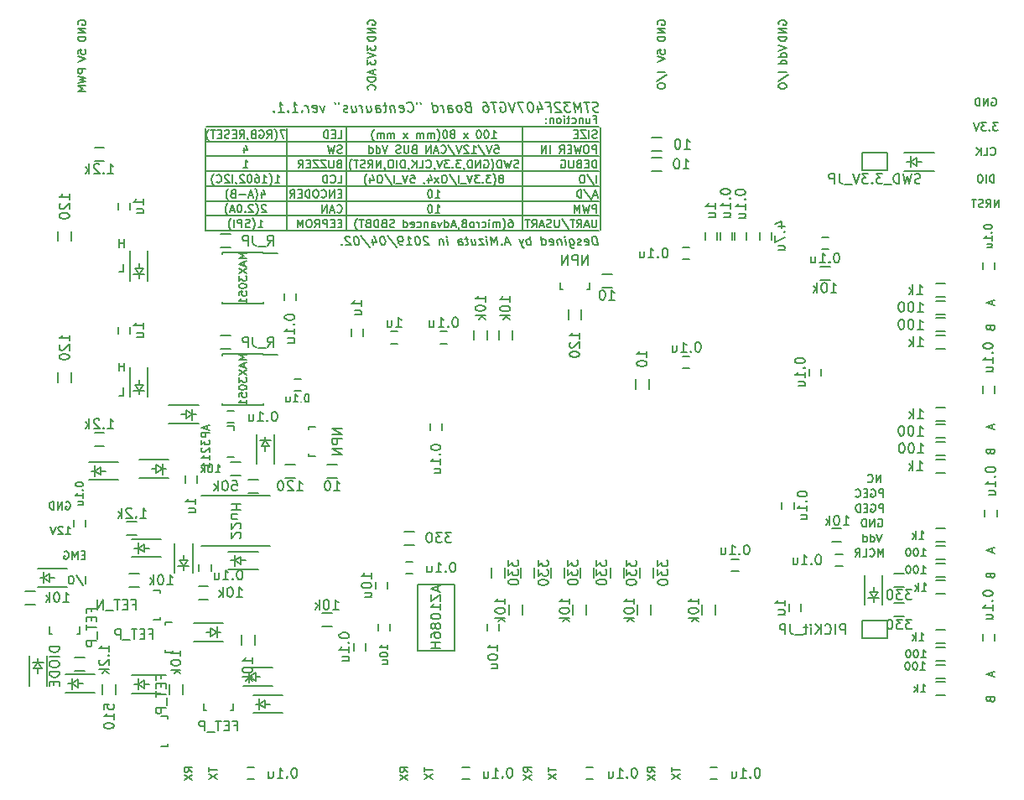
<source format=gbr>
G04 #@! TF.GenerationSoftware,KiCad,Pcbnew,(5.0.2)-1*
G04 #@! TF.CreationDate,2019-04-13T20:41:58+09:00*
G04 #@! TF.ProjectId,stm32f4_Centaurus,73746d33-3266-4345-9f43-656e74617572,rev?*
G04 #@! TF.SameCoordinates,Original*
G04 #@! TF.FileFunction,Legend,Bot*
G04 #@! TF.FilePolarity,Positive*
%FSLAX46Y46*%
G04 Gerber Fmt 4.6, Leading zero omitted, Abs format (unit mm)*
G04 Created by KiCad (PCBNEW (5.0.2)-1) date 2019/04/13 20:41:58*
%MOMM*%
%LPD*%
G01*
G04 APERTURE LIST*
%ADD10C,0.200000*%
%ADD11C,0.150000*%
G04 APERTURE END LIST*
D10*
X64228571Y-83611904D02*
X64228571Y-82811904D01*
X64228571Y-83192857D02*
X63771428Y-83192857D01*
X63771428Y-83611904D02*
X63771428Y-82811904D01*
X63752380Y-86111904D02*
X64133333Y-86111904D01*
X64133333Y-85311904D01*
X63752380Y-98611904D02*
X64133333Y-98611904D01*
X64133333Y-97811904D01*
X64228571Y-96111904D02*
X64228571Y-95311904D01*
X64228571Y-95692857D02*
X63771428Y-95692857D01*
X63771428Y-96111904D02*
X63771428Y-95311904D01*
X71111904Y-136616666D02*
X70730952Y-136350000D01*
X71111904Y-136159523D02*
X70311904Y-136159523D01*
X70311904Y-136464285D01*
X70350000Y-136540476D01*
X70388095Y-136578571D01*
X70464285Y-136616666D01*
X70578571Y-136616666D01*
X70654761Y-136578571D01*
X70692857Y-136540476D01*
X70730952Y-136464285D01*
X70730952Y-136159523D01*
X70311904Y-136883333D02*
X71111904Y-137416666D01*
X70311904Y-137416666D02*
X71111904Y-136883333D01*
X72811904Y-136140476D02*
X72811904Y-136597619D01*
X73611904Y-136369047D02*
X72811904Y-136369047D01*
X72811904Y-136788095D02*
X73611904Y-137321428D01*
X72811904Y-137321428D02*
X73611904Y-136788095D01*
X92861904Y-136616666D02*
X92480952Y-136350000D01*
X92861904Y-136159523D02*
X92061904Y-136159523D01*
X92061904Y-136464285D01*
X92100000Y-136540476D01*
X92138095Y-136578571D01*
X92214285Y-136616666D01*
X92328571Y-136616666D01*
X92404761Y-136578571D01*
X92442857Y-136540476D01*
X92480952Y-136464285D01*
X92480952Y-136159523D01*
X92061904Y-136883333D02*
X92861904Y-137416666D01*
X92061904Y-137416666D02*
X92861904Y-136883333D01*
X94561904Y-136140476D02*
X94561904Y-136597619D01*
X95361904Y-136369047D02*
X94561904Y-136369047D01*
X94561904Y-136788095D02*
X95361904Y-137321428D01*
X94561904Y-137321428D02*
X95361904Y-136788095D01*
X105361904Y-136616666D02*
X104980952Y-136350000D01*
X105361904Y-136159523D02*
X104561904Y-136159523D01*
X104561904Y-136464285D01*
X104600000Y-136540476D01*
X104638095Y-136578571D01*
X104714285Y-136616666D01*
X104828571Y-136616666D01*
X104904761Y-136578571D01*
X104942857Y-136540476D01*
X104980952Y-136464285D01*
X104980952Y-136159523D01*
X104561904Y-136883333D02*
X105361904Y-137416666D01*
X104561904Y-137416666D02*
X105361904Y-136883333D01*
X107061904Y-136140476D02*
X107061904Y-136597619D01*
X107861904Y-136369047D02*
X107061904Y-136369047D01*
X107061904Y-136788095D02*
X107861904Y-137321428D01*
X107061904Y-137321428D02*
X107861904Y-136788095D01*
X117861904Y-136616666D02*
X117480952Y-136350000D01*
X117861904Y-136159523D02*
X117061904Y-136159523D01*
X117061904Y-136464285D01*
X117100000Y-136540476D01*
X117138095Y-136578571D01*
X117214285Y-136616666D01*
X117328571Y-136616666D01*
X117404761Y-136578571D01*
X117442857Y-136540476D01*
X117480952Y-136464285D01*
X117480952Y-136159523D01*
X117061904Y-136883333D02*
X117861904Y-137416666D01*
X117061904Y-137416666D02*
X117861904Y-136883333D01*
X119561904Y-136140476D02*
X119561904Y-136597619D01*
X120361904Y-136369047D02*
X119561904Y-136369047D01*
X119561904Y-136788095D02*
X120361904Y-137321428D01*
X119561904Y-137321428D02*
X120361904Y-136788095D01*
X118061904Y-64097619D02*
X118061904Y-63716666D01*
X118442857Y-63678571D01*
X118404761Y-63716666D01*
X118366666Y-63792857D01*
X118366666Y-63983333D01*
X118404761Y-64059523D01*
X118442857Y-64097619D01*
X118519047Y-64135714D01*
X118709523Y-64135714D01*
X118785714Y-64097619D01*
X118823809Y-64059523D01*
X118861904Y-63983333D01*
X118861904Y-63792857D01*
X118823809Y-63716666D01*
X118785714Y-63678571D01*
X118061904Y-64364285D02*
X118861904Y-64630952D01*
X118061904Y-64897619D01*
X118861904Y-65911904D02*
X118061904Y-65911904D01*
X118023809Y-66864285D02*
X119052380Y-66178571D01*
X118061904Y-67283333D02*
X118061904Y-67435714D01*
X118100000Y-67511904D01*
X118176190Y-67588095D01*
X118328571Y-67626190D01*
X118595238Y-67626190D01*
X118747619Y-67588095D01*
X118823809Y-67511904D01*
X118861904Y-67435714D01*
X118861904Y-67283333D01*
X118823809Y-67207142D01*
X118747619Y-67130952D01*
X118595238Y-67092857D01*
X118328571Y-67092857D01*
X118176190Y-67130952D01*
X118100000Y-67207142D01*
X118061904Y-67283333D01*
X131111904Y-65911904D02*
X130311904Y-65911904D01*
X130273809Y-66864285D02*
X131302380Y-66178571D01*
X130311904Y-67283333D02*
X130311904Y-67435714D01*
X130350000Y-67511904D01*
X130426190Y-67588095D01*
X130578571Y-67626190D01*
X130845238Y-67626190D01*
X130997619Y-67588095D01*
X131073809Y-67511904D01*
X131111904Y-67435714D01*
X131111904Y-67283333D01*
X131073809Y-67207142D01*
X130997619Y-67130952D01*
X130845238Y-67092857D01*
X130578571Y-67092857D01*
X130426190Y-67130952D01*
X130350000Y-67207142D01*
X130311904Y-67283333D01*
X130311904Y-63259523D02*
X131111904Y-63526190D01*
X130311904Y-63792857D01*
X131111904Y-64402380D02*
X130311904Y-64402380D01*
X131073809Y-64402380D02*
X131111904Y-64326190D01*
X131111904Y-64173809D01*
X131073809Y-64097619D01*
X131035714Y-64059523D01*
X130959523Y-64021428D01*
X130730952Y-64021428D01*
X130654761Y-64059523D01*
X130616666Y-64097619D01*
X130578571Y-64173809D01*
X130578571Y-64326190D01*
X130616666Y-64402380D01*
X131111904Y-65126190D02*
X130311904Y-65126190D01*
X131073809Y-65126190D02*
X131111904Y-65050000D01*
X131111904Y-64897619D01*
X131073809Y-64821428D01*
X131035714Y-64783333D01*
X130959523Y-64745238D01*
X130730952Y-64745238D01*
X130654761Y-64783333D01*
X130616666Y-64821428D01*
X130578571Y-64897619D01*
X130578571Y-65050000D01*
X130616666Y-65126190D01*
X130350000Y-61140476D02*
X130311904Y-61064285D01*
X130311904Y-60950000D01*
X130350000Y-60835714D01*
X130426190Y-60759523D01*
X130502380Y-60721428D01*
X130654761Y-60683333D01*
X130769047Y-60683333D01*
X130921428Y-60721428D01*
X130997619Y-60759523D01*
X131073809Y-60835714D01*
X131111904Y-60950000D01*
X131111904Y-61026190D01*
X131073809Y-61140476D01*
X131035714Y-61178571D01*
X130769047Y-61178571D01*
X130769047Y-61026190D01*
X131111904Y-61521428D02*
X130311904Y-61521428D01*
X131111904Y-61978571D01*
X130311904Y-61978571D01*
X131111904Y-62359523D02*
X130311904Y-62359523D01*
X130311904Y-62550000D01*
X130350000Y-62664285D01*
X130426190Y-62740476D01*
X130502380Y-62778571D01*
X130654761Y-62816666D01*
X130769047Y-62816666D01*
X130921428Y-62778571D01*
X130997619Y-62740476D01*
X131073809Y-62664285D01*
X131111904Y-62550000D01*
X131111904Y-62359523D01*
X118100000Y-61140476D02*
X118061904Y-61064285D01*
X118061904Y-60950000D01*
X118100000Y-60835714D01*
X118176190Y-60759523D01*
X118252380Y-60721428D01*
X118404761Y-60683333D01*
X118519047Y-60683333D01*
X118671428Y-60721428D01*
X118747619Y-60759523D01*
X118823809Y-60835714D01*
X118861904Y-60950000D01*
X118861904Y-61026190D01*
X118823809Y-61140476D01*
X118785714Y-61178571D01*
X118519047Y-61178571D01*
X118519047Y-61026190D01*
X118861904Y-61521428D02*
X118061904Y-61521428D01*
X118861904Y-61978571D01*
X118061904Y-61978571D01*
X118861904Y-62359523D02*
X118061904Y-62359523D01*
X118061904Y-62550000D01*
X118100000Y-62664285D01*
X118176190Y-62740476D01*
X118252380Y-62778571D01*
X118404761Y-62816666D01*
X118519047Y-62816666D01*
X118671428Y-62778571D01*
X118747619Y-62740476D01*
X118823809Y-62664285D01*
X118861904Y-62550000D01*
X118861904Y-62359523D01*
X88850000Y-61140476D02*
X88811904Y-61064285D01*
X88811904Y-60950000D01*
X88850000Y-60835714D01*
X88926190Y-60759523D01*
X89002380Y-60721428D01*
X89154761Y-60683333D01*
X89269047Y-60683333D01*
X89421428Y-60721428D01*
X89497619Y-60759523D01*
X89573809Y-60835714D01*
X89611904Y-60950000D01*
X89611904Y-61026190D01*
X89573809Y-61140476D01*
X89535714Y-61178571D01*
X89269047Y-61178571D01*
X89269047Y-61026190D01*
X89611904Y-61521428D02*
X88811904Y-61521428D01*
X89611904Y-61978571D01*
X88811904Y-61978571D01*
X89611904Y-62359523D02*
X88811904Y-62359523D01*
X88811904Y-62550000D01*
X88850000Y-62664285D01*
X88926190Y-62740476D01*
X89002380Y-62778571D01*
X89154761Y-62816666D01*
X89269047Y-62816666D01*
X89421428Y-62778571D01*
X89497619Y-62740476D01*
X89573809Y-62664285D01*
X89611904Y-62550000D01*
X89611904Y-62359523D01*
X88811904Y-63259523D02*
X88811904Y-63754761D01*
X89116666Y-63488095D01*
X89116666Y-63602380D01*
X89154761Y-63678571D01*
X89192857Y-63716666D01*
X89269047Y-63754761D01*
X89459523Y-63754761D01*
X89535714Y-63716666D01*
X89573809Y-63678571D01*
X89611904Y-63602380D01*
X89611904Y-63373809D01*
X89573809Y-63297619D01*
X89535714Y-63259523D01*
X88811904Y-63983333D02*
X89611904Y-64250000D01*
X88811904Y-64516666D01*
X88811904Y-64707142D02*
X88811904Y-65202380D01*
X89116666Y-64935714D01*
X89116666Y-65050000D01*
X89154761Y-65126190D01*
X89192857Y-65164285D01*
X89269047Y-65202380D01*
X89459523Y-65202380D01*
X89535714Y-65164285D01*
X89573809Y-65126190D01*
X89611904Y-65050000D01*
X89611904Y-64821428D01*
X89573809Y-64745238D01*
X89535714Y-64707142D01*
X89383333Y-65759523D02*
X89383333Y-66140476D01*
X89611904Y-65683333D02*
X88811904Y-65950000D01*
X89611904Y-66216666D01*
X89611904Y-66483333D02*
X88811904Y-66483333D01*
X88811904Y-66673809D01*
X88850000Y-66788095D01*
X88926190Y-66864285D01*
X89002380Y-66902380D01*
X89154761Y-66940476D01*
X89269047Y-66940476D01*
X89421428Y-66902380D01*
X89497619Y-66864285D01*
X89573809Y-66788095D01*
X89611904Y-66673809D01*
X89611904Y-66483333D01*
X89535714Y-67740476D02*
X89573809Y-67702380D01*
X89611904Y-67588095D01*
X89611904Y-67511904D01*
X89573809Y-67397619D01*
X89497619Y-67321428D01*
X89421428Y-67283333D01*
X89269047Y-67245238D01*
X89154761Y-67245238D01*
X89002380Y-67283333D01*
X88926190Y-67321428D01*
X88850000Y-67397619D01*
X88811904Y-67511904D01*
X88811904Y-67588095D01*
X88850000Y-67702380D01*
X88888095Y-67740476D01*
X60361904Y-65626190D02*
X59561904Y-65626190D01*
X59561904Y-65930952D01*
X59600000Y-66007142D01*
X59638095Y-66045238D01*
X59714285Y-66083333D01*
X59828571Y-66083333D01*
X59904761Y-66045238D01*
X59942857Y-66007142D01*
X59980952Y-65930952D01*
X59980952Y-65626190D01*
X59561904Y-66350000D02*
X60361904Y-66540476D01*
X59790476Y-66692857D01*
X60361904Y-66845238D01*
X59561904Y-67035714D01*
X60361904Y-67340476D02*
X59561904Y-67340476D01*
X60133333Y-67607142D01*
X59561904Y-67873809D01*
X60361904Y-67873809D01*
X59600000Y-61140476D02*
X59561904Y-61064285D01*
X59561904Y-60950000D01*
X59600000Y-60835714D01*
X59676190Y-60759523D01*
X59752380Y-60721428D01*
X59904761Y-60683333D01*
X60019047Y-60683333D01*
X60171428Y-60721428D01*
X60247619Y-60759523D01*
X60323809Y-60835714D01*
X60361904Y-60950000D01*
X60361904Y-61026190D01*
X60323809Y-61140476D01*
X60285714Y-61178571D01*
X60019047Y-61178571D01*
X60019047Y-61026190D01*
X60361904Y-61521428D02*
X59561904Y-61521428D01*
X60361904Y-61978571D01*
X59561904Y-61978571D01*
X60361904Y-62359523D02*
X59561904Y-62359523D01*
X59561904Y-62550000D01*
X59600000Y-62664285D01*
X59676190Y-62740476D01*
X59752380Y-62778571D01*
X59904761Y-62816666D01*
X60019047Y-62816666D01*
X60171428Y-62778571D01*
X60247619Y-62740476D01*
X60323809Y-62664285D01*
X60361904Y-62550000D01*
X60361904Y-62359523D01*
X59561904Y-64097619D02*
X59561904Y-63716666D01*
X59942857Y-63678571D01*
X59904761Y-63716666D01*
X59866666Y-63792857D01*
X59866666Y-63983333D01*
X59904761Y-64059523D01*
X59942857Y-64097619D01*
X60019047Y-64135714D01*
X60209523Y-64135714D01*
X60285714Y-64097619D01*
X60323809Y-64059523D01*
X60361904Y-63983333D01*
X60361904Y-63792857D01*
X60323809Y-63716666D01*
X60285714Y-63678571D01*
X59561904Y-64364285D02*
X60361904Y-64630952D01*
X59561904Y-64897619D01*
X112177619Y-69924761D02*
X112040714Y-69972380D01*
X111802619Y-69972380D01*
X111701428Y-69924761D01*
X111647857Y-69877142D01*
X111588333Y-69781904D01*
X111576428Y-69686666D01*
X111612142Y-69591428D01*
X111653809Y-69543809D01*
X111743095Y-69496190D01*
X111927619Y-69448571D01*
X112016904Y-69400952D01*
X112058571Y-69353333D01*
X112094285Y-69258095D01*
X112082380Y-69162857D01*
X112022857Y-69067619D01*
X111969285Y-69020000D01*
X111868095Y-68972380D01*
X111630000Y-68972380D01*
X111493095Y-69020000D01*
X111201428Y-68972380D02*
X110630000Y-68972380D01*
X111040714Y-69972380D02*
X110915714Y-68972380D01*
X110421666Y-69972380D02*
X110296666Y-68972380D01*
X110052619Y-69686666D01*
X109630000Y-68972380D01*
X109755000Y-69972380D01*
X109249047Y-68972380D02*
X108630000Y-68972380D01*
X109010952Y-69353333D01*
X108868095Y-69353333D01*
X108778809Y-69400952D01*
X108737142Y-69448571D01*
X108701428Y-69543809D01*
X108731190Y-69781904D01*
X108790714Y-69877142D01*
X108844285Y-69924761D01*
X108945476Y-69972380D01*
X109231190Y-69972380D01*
X109320476Y-69924761D01*
X109362142Y-69877142D01*
X108260952Y-69067619D02*
X108207380Y-69020000D01*
X108106190Y-68972380D01*
X107868095Y-68972380D01*
X107778809Y-69020000D01*
X107737142Y-69067619D01*
X107701428Y-69162857D01*
X107713333Y-69258095D01*
X107778809Y-69400952D01*
X108421666Y-69972380D01*
X107802619Y-69972380D01*
X106975238Y-69448571D02*
X107308571Y-69448571D01*
X107374047Y-69972380D02*
X107249047Y-68972380D01*
X106772857Y-68972380D01*
X106005000Y-69305714D02*
X106088333Y-69972380D01*
X106195476Y-68924761D02*
X106522857Y-69639047D01*
X105903809Y-69639047D01*
X105249047Y-68972380D02*
X105153809Y-68972380D01*
X105064523Y-69020000D01*
X105022857Y-69067619D01*
X104987142Y-69162857D01*
X104963333Y-69353333D01*
X104993095Y-69591428D01*
X105064523Y-69781904D01*
X105124047Y-69877142D01*
X105177619Y-69924761D01*
X105278809Y-69972380D01*
X105374047Y-69972380D01*
X105463333Y-69924761D01*
X105505000Y-69877142D01*
X105540714Y-69781904D01*
X105564523Y-69591428D01*
X105534761Y-69353333D01*
X105463333Y-69162857D01*
X105403809Y-69067619D01*
X105350238Y-69020000D01*
X105249047Y-68972380D01*
X104582380Y-68972380D02*
X103915714Y-68972380D01*
X104469285Y-69972380D01*
X103677619Y-68972380D02*
X103469285Y-69972380D01*
X103010952Y-68972380D01*
X102159761Y-69020000D02*
X102249047Y-68972380D01*
X102391904Y-68972380D01*
X102540714Y-69020000D01*
X102647857Y-69115238D01*
X102707380Y-69210476D01*
X102778809Y-69400952D01*
X102796666Y-69543809D01*
X102772857Y-69734285D01*
X102737142Y-69829523D01*
X102653809Y-69924761D01*
X102516904Y-69972380D01*
X102421666Y-69972380D01*
X102272857Y-69924761D01*
X102219285Y-69877142D01*
X102177619Y-69543809D01*
X102368095Y-69543809D01*
X101820476Y-68972380D02*
X101249047Y-68972380D01*
X101659761Y-69972380D02*
X101534761Y-68972380D01*
X100487142Y-68972380D02*
X100677619Y-68972380D01*
X100778809Y-69020000D01*
X100832380Y-69067619D01*
X100945476Y-69210476D01*
X101016904Y-69400952D01*
X101064523Y-69781904D01*
X101028809Y-69877142D01*
X100987142Y-69924761D01*
X100897857Y-69972380D01*
X100707380Y-69972380D01*
X100606190Y-69924761D01*
X100552619Y-69877142D01*
X100493095Y-69781904D01*
X100463333Y-69543809D01*
X100499047Y-69448571D01*
X100540714Y-69400952D01*
X100630000Y-69353333D01*
X100820476Y-69353333D01*
X100921666Y-69400952D01*
X100975238Y-69448571D01*
X101034761Y-69543809D01*
X98927619Y-69448571D02*
X98790714Y-69496190D01*
X98749047Y-69543809D01*
X98713333Y-69639047D01*
X98731190Y-69781904D01*
X98790714Y-69877142D01*
X98844285Y-69924761D01*
X98945476Y-69972380D01*
X99326428Y-69972380D01*
X99201428Y-68972380D01*
X98868095Y-68972380D01*
X98778809Y-69020000D01*
X98737142Y-69067619D01*
X98701428Y-69162857D01*
X98713333Y-69258095D01*
X98772857Y-69353333D01*
X98826428Y-69400952D01*
X98927619Y-69448571D01*
X99260952Y-69448571D01*
X98183571Y-69972380D02*
X98272857Y-69924761D01*
X98314523Y-69877142D01*
X98350238Y-69781904D01*
X98314523Y-69496190D01*
X98255000Y-69400952D01*
X98201428Y-69353333D01*
X98100238Y-69305714D01*
X97957380Y-69305714D01*
X97868095Y-69353333D01*
X97826428Y-69400952D01*
X97790714Y-69496190D01*
X97826428Y-69781904D01*
X97885952Y-69877142D01*
X97939523Y-69924761D01*
X98040714Y-69972380D01*
X98183571Y-69972380D01*
X96993095Y-69972380D02*
X96927619Y-69448571D01*
X96963333Y-69353333D01*
X97052619Y-69305714D01*
X97243095Y-69305714D01*
X97344285Y-69353333D01*
X96987142Y-69924761D02*
X97088333Y-69972380D01*
X97326428Y-69972380D01*
X97415714Y-69924761D01*
X97451428Y-69829523D01*
X97439523Y-69734285D01*
X97380000Y-69639047D01*
X97278809Y-69591428D01*
X97040714Y-69591428D01*
X96939523Y-69543809D01*
X96516904Y-69972380D02*
X96433571Y-69305714D01*
X96457380Y-69496190D02*
X96397857Y-69400952D01*
X96344285Y-69353333D01*
X96243095Y-69305714D01*
X96147857Y-69305714D01*
X95469285Y-69972380D02*
X95344285Y-68972380D01*
X95463333Y-69924761D02*
X95564523Y-69972380D01*
X95755000Y-69972380D01*
X95844285Y-69924761D01*
X95885952Y-69877142D01*
X95921666Y-69781904D01*
X95885952Y-69496190D01*
X95826428Y-69400952D01*
X95772857Y-69353333D01*
X95671666Y-69305714D01*
X95481190Y-69305714D01*
X95391904Y-69353333D01*
X94153809Y-68972380D02*
X94177619Y-69162857D01*
X93772857Y-68972380D02*
X93796666Y-69162857D01*
X92885952Y-69877142D02*
X92939523Y-69924761D01*
X93088333Y-69972380D01*
X93183571Y-69972380D01*
X93320476Y-69924761D01*
X93403809Y-69829523D01*
X93439523Y-69734285D01*
X93463333Y-69543809D01*
X93445476Y-69400952D01*
X93374047Y-69210476D01*
X93314523Y-69115238D01*
X93207380Y-69020000D01*
X93058571Y-68972380D01*
X92963333Y-68972380D01*
X92826428Y-69020000D01*
X92784761Y-69067619D01*
X92082380Y-69924761D02*
X92183571Y-69972380D01*
X92374047Y-69972380D01*
X92463333Y-69924761D01*
X92499047Y-69829523D01*
X92451428Y-69448571D01*
X92391904Y-69353333D01*
X92290714Y-69305714D01*
X92100238Y-69305714D01*
X92010952Y-69353333D01*
X91975238Y-69448571D01*
X91987142Y-69543809D01*
X92475238Y-69639047D01*
X91528809Y-69305714D02*
X91612142Y-69972380D01*
X91540714Y-69400952D02*
X91487142Y-69353333D01*
X91385952Y-69305714D01*
X91243095Y-69305714D01*
X91153809Y-69353333D01*
X91118095Y-69448571D01*
X91183571Y-69972380D01*
X90766904Y-69305714D02*
X90385952Y-69305714D01*
X90582380Y-68972380D02*
X90689523Y-69829523D01*
X90653809Y-69924761D01*
X90564523Y-69972380D01*
X90469285Y-69972380D01*
X89707380Y-69972380D02*
X89641904Y-69448571D01*
X89677619Y-69353333D01*
X89766904Y-69305714D01*
X89957380Y-69305714D01*
X90058571Y-69353333D01*
X89701428Y-69924761D02*
X89802619Y-69972380D01*
X90040714Y-69972380D01*
X90130000Y-69924761D01*
X90165714Y-69829523D01*
X90153809Y-69734285D01*
X90094285Y-69639047D01*
X89993095Y-69591428D01*
X89755000Y-69591428D01*
X89653809Y-69543809D01*
X88719285Y-69305714D02*
X88802619Y-69972380D01*
X89147857Y-69305714D02*
X89213333Y-69829523D01*
X89177619Y-69924761D01*
X89088333Y-69972380D01*
X88945476Y-69972380D01*
X88844285Y-69924761D01*
X88790714Y-69877142D01*
X88326428Y-69972380D02*
X88243095Y-69305714D01*
X88266904Y-69496190D02*
X88207380Y-69400952D01*
X88153809Y-69353333D01*
X88052619Y-69305714D01*
X87957380Y-69305714D01*
X87195476Y-69305714D02*
X87278809Y-69972380D01*
X87624047Y-69305714D02*
X87689523Y-69829523D01*
X87653809Y-69924761D01*
X87564523Y-69972380D01*
X87421666Y-69972380D01*
X87320476Y-69924761D01*
X87266904Y-69877142D01*
X86844285Y-69924761D02*
X86755000Y-69972380D01*
X86564523Y-69972380D01*
X86463333Y-69924761D01*
X86403809Y-69829523D01*
X86397857Y-69781904D01*
X86433571Y-69686666D01*
X86522857Y-69639047D01*
X86665714Y-69639047D01*
X86755000Y-69591428D01*
X86790714Y-69496190D01*
X86784761Y-69448571D01*
X86725238Y-69353333D01*
X86624047Y-69305714D01*
X86481190Y-69305714D01*
X86391904Y-69353333D01*
X85915714Y-68972380D02*
X85939523Y-69162857D01*
X85534761Y-68972380D02*
X85558571Y-69162857D01*
X84481190Y-69305714D02*
X84326428Y-69972380D01*
X84005000Y-69305714D01*
X83320476Y-69924761D02*
X83421666Y-69972380D01*
X83612142Y-69972380D01*
X83701428Y-69924761D01*
X83737142Y-69829523D01*
X83689523Y-69448571D01*
X83630000Y-69353333D01*
X83528809Y-69305714D01*
X83338333Y-69305714D01*
X83249047Y-69353333D01*
X83213333Y-69448571D01*
X83225238Y-69543809D01*
X83713333Y-69639047D01*
X82850238Y-69972380D02*
X82766904Y-69305714D01*
X82790714Y-69496190D02*
X82731190Y-69400952D01*
X82677619Y-69353333D01*
X82576428Y-69305714D01*
X82481190Y-69305714D01*
X82219285Y-69877142D02*
X82177619Y-69924761D01*
X82231190Y-69972380D01*
X82272857Y-69924761D01*
X82219285Y-69877142D01*
X82231190Y-69972380D01*
X81231190Y-69972380D02*
X81802619Y-69972380D01*
X81516904Y-69972380D02*
X81391904Y-68972380D01*
X81505000Y-69115238D01*
X81612142Y-69210476D01*
X81713333Y-69258095D01*
X80790714Y-69877142D02*
X80749047Y-69924761D01*
X80802619Y-69972380D01*
X80844285Y-69924761D01*
X80790714Y-69877142D01*
X80802619Y-69972380D01*
X79802619Y-69972380D02*
X80374047Y-69972380D01*
X80088333Y-69972380D02*
X79963333Y-68972380D01*
X80076428Y-69115238D01*
X80183571Y-69210476D01*
X80284761Y-69258095D01*
X79362142Y-69877142D02*
X79320476Y-69924761D01*
X79374047Y-69972380D01*
X79415714Y-69924761D01*
X79362142Y-69877142D01*
X79374047Y-69972380D01*
X140890476Y-114861904D02*
X140890476Y-114061904D01*
X140623809Y-114633333D01*
X140357142Y-114061904D01*
X140357142Y-114861904D01*
X139519047Y-114785714D02*
X139557142Y-114823809D01*
X139671428Y-114861904D01*
X139747619Y-114861904D01*
X139861904Y-114823809D01*
X139938095Y-114747619D01*
X139976190Y-114671428D01*
X140014285Y-114519047D01*
X140014285Y-114404761D01*
X139976190Y-114252380D01*
X139938095Y-114176190D01*
X139861904Y-114100000D01*
X139747619Y-114061904D01*
X139671428Y-114061904D01*
X139557142Y-114100000D01*
X139519047Y-114138095D01*
X138795238Y-114861904D02*
X139176190Y-114861904D01*
X139176190Y-114061904D01*
X138071428Y-114861904D02*
X138338095Y-114480952D01*
X138528571Y-114861904D02*
X138528571Y-114061904D01*
X138223809Y-114061904D01*
X138147619Y-114100000D01*
X138109523Y-114138095D01*
X138071428Y-114214285D01*
X138071428Y-114328571D01*
X138109523Y-114404761D01*
X138147619Y-114442857D01*
X138223809Y-114480952D01*
X138528571Y-114480952D01*
X140740476Y-112561904D02*
X140473809Y-113361904D01*
X140207142Y-112561904D01*
X139597619Y-113361904D02*
X139597619Y-112561904D01*
X139597619Y-113323809D02*
X139673809Y-113361904D01*
X139826190Y-113361904D01*
X139902380Y-113323809D01*
X139940476Y-113285714D01*
X139978571Y-113209523D01*
X139978571Y-112980952D01*
X139940476Y-112904761D01*
X139902380Y-112866666D01*
X139826190Y-112828571D01*
X139673809Y-112828571D01*
X139597619Y-112866666D01*
X138873809Y-113361904D02*
X138873809Y-112561904D01*
X138873809Y-113323809D02*
X138950000Y-113361904D01*
X139102380Y-113361904D01*
X139178571Y-113323809D01*
X139216666Y-113285714D01*
X139254761Y-113209523D01*
X139254761Y-112980952D01*
X139216666Y-112904761D01*
X139178571Y-112866666D01*
X139102380Y-112828571D01*
X138950000Y-112828571D01*
X138873809Y-112866666D01*
X140359523Y-111100000D02*
X140435714Y-111061904D01*
X140550000Y-111061904D01*
X140664285Y-111100000D01*
X140740476Y-111176190D01*
X140778571Y-111252380D01*
X140816666Y-111404761D01*
X140816666Y-111519047D01*
X140778571Y-111671428D01*
X140740476Y-111747619D01*
X140664285Y-111823809D01*
X140550000Y-111861904D01*
X140473809Y-111861904D01*
X140359523Y-111823809D01*
X140321428Y-111785714D01*
X140321428Y-111519047D01*
X140473809Y-111519047D01*
X139978571Y-111861904D02*
X139978571Y-111061904D01*
X139521428Y-111861904D01*
X139521428Y-111061904D01*
X139140476Y-111861904D02*
X139140476Y-111061904D01*
X138950000Y-111061904D01*
X138835714Y-111100000D01*
X138759523Y-111176190D01*
X138721428Y-111252380D01*
X138683333Y-111404761D01*
X138683333Y-111519047D01*
X138721428Y-111671428D01*
X138759523Y-111747619D01*
X138835714Y-111823809D01*
X138950000Y-111861904D01*
X139140476Y-111861904D01*
X140871428Y-110361904D02*
X140871428Y-109561904D01*
X140566666Y-109561904D01*
X140490476Y-109600000D01*
X140452380Y-109638095D01*
X140414285Y-109714285D01*
X140414285Y-109828571D01*
X140452380Y-109904761D01*
X140490476Y-109942857D01*
X140566666Y-109980952D01*
X140871428Y-109980952D01*
X139652380Y-109600000D02*
X139728571Y-109561904D01*
X139842857Y-109561904D01*
X139957142Y-109600000D01*
X140033333Y-109676190D01*
X140071428Y-109752380D01*
X140109523Y-109904761D01*
X140109523Y-110019047D01*
X140071428Y-110171428D01*
X140033333Y-110247619D01*
X139957142Y-110323809D01*
X139842857Y-110361904D01*
X139766666Y-110361904D01*
X139652380Y-110323809D01*
X139614285Y-110285714D01*
X139614285Y-110019047D01*
X139766666Y-110019047D01*
X139271428Y-109942857D02*
X139004761Y-109942857D01*
X138890476Y-110361904D02*
X139271428Y-110361904D01*
X139271428Y-109561904D01*
X138890476Y-109561904D01*
X138547619Y-110361904D02*
X138547619Y-109561904D01*
X138357142Y-109561904D01*
X138242857Y-109600000D01*
X138166666Y-109676190D01*
X138128571Y-109752380D01*
X138090476Y-109904761D01*
X138090476Y-110019047D01*
X138128571Y-110171428D01*
X138166666Y-110247619D01*
X138242857Y-110323809D01*
X138357142Y-110361904D01*
X138547619Y-110361904D01*
X140871428Y-108861904D02*
X140871428Y-108061904D01*
X140566666Y-108061904D01*
X140490476Y-108100000D01*
X140452380Y-108138095D01*
X140414285Y-108214285D01*
X140414285Y-108328571D01*
X140452380Y-108404761D01*
X140490476Y-108442857D01*
X140566666Y-108480952D01*
X140871428Y-108480952D01*
X139652380Y-108100000D02*
X139728571Y-108061904D01*
X139842857Y-108061904D01*
X139957142Y-108100000D01*
X140033333Y-108176190D01*
X140071428Y-108252380D01*
X140109523Y-108404761D01*
X140109523Y-108519047D01*
X140071428Y-108671428D01*
X140033333Y-108747619D01*
X139957142Y-108823809D01*
X139842857Y-108861904D01*
X139766666Y-108861904D01*
X139652380Y-108823809D01*
X139614285Y-108785714D01*
X139614285Y-108519047D01*
X139766666Y-108519047D01*
X139271428Y-108442857D02*
X139004761Y-108442857D01*
X138890476Y-108861904D02*
X139271428Y-108861904D01*
X139271428Y-108061904D01*
X138890476Y-108061904D01*
X138090476Y-108785714D02*
X138128571Y-108823809D01*
X138242857Y-108861904D01*
X138319047Y-108861904D01*
X138433333Y-108823809D01*
X138509523Y-108747619D01*
X138547619Y-108671428D01*
X138585714Y-108519047D01*
X138585714Y-108404761D01*
X138547619Y-108252380D01*
X138509523Y-108176190D01*
X138433333Y-108100000D01*
X138319047Y-108061904D01*
X138242857Y-108061904D01*
X138128571Y-108100000D01*
X138090476Y-108138095D01*
X140628571Y-107361904D02*
X140628571Y-106561904D01*
X140171428Y-107361904D01*
X140171428Y-106561904D01*
X139333333Y-107285714D02*
X139371428Y-107323809D01*
X139485714Y-107361904D01*
X139561904Y-107361904D01*
X139676190Y-107323809D01*
X139752380Y-107247619D01*
X139790476Y-107171428D01*
X139828571Y-107019047D01*
X139828571Y-106904761D01*
X139790476Y-106752380D01*
X139752380Y-106676190D01*
X139676190Y-106600000D01*
X139561904Y-106561904D01*
X139485714Y-106561904D01*
X139371428Y-106600000D01*
X139333333Y-106638095D01*
X151692857Y-129307142D02*
X151730952Y-129421428D01*
X151769047Y-129459523D01*
X151845238Y-129497619D01*
X151959523Y-129497619D01*
X152035714Y-129459523D01*
X152073809Y-129421428D01*
X152111904Y-129345238D01*
X152111904Y-129040476D01*
X151311904Y-129040476D01*
X151311904Y-129307142D01*
X151350000Y-129383333D01*
X151388095Y-129421428D01*
X151464285Y-129459523D01*
X151540476Y-129459523D01*
X151616666Y-129421428D01*
X151654761Y-129383333D01*
X151692857Y-129307142D01*
X151692857Y-129040476D01*
X151883333Y-126559523D02*
X151883333Y-126940476D01*
X152111904Y-126483333D02*
X151311904Y-126750000D01*
X152111904Y-127016666D01*
X151692857Y-116807142D02*
X151730952Y-116921428D01*
X151769047Y-116959523D01*
X151845238Y-116997619D01*
X151959523Y-116997619D01*
X152035714Y-116959523D01*
X152073809Y-116921428D01*
X152111904Y-116845238D01*
X152111904Y-116540476D01*
X151311904Y-116540476D01*
X151311904Y-116807142D01*
X151350000Y-116883333D01*
X151388095Y-116921428D01*
X151464285Y-116959523D01*
X151540476Y-116959523D01*
X151616666Y-116921428D01*
X151654761Y-116883333D01*
X151692857Y-116807142D01*
X151692857Y-116540476D01*
X151883333Y-114059523D02*
X151883333Y-114440476D01*
X152111904Y-113983333D02*
X151311904Y-114250000D01*
X152111904Y-114516666D01*
X151692857Y-104307142D02*
X151730952Y-104421428D01*
X151769047Y-104459523D01*
X151845238Y-104497619D01*
X151959523Y-104497619D01*
X152035714Y-104459523D01*
X152073809Y-104421428D01*
X152111904Y-104345238D01*
X152111904Y-104040476D01*
X151311904Y-104040476D01*
X151311904Y-104307142D01*
X151350000Y-104383333D01*
X151388095Y-104421428D01*
X151464285Y-104459523D01*
X151540476Y-104459523D01*
X151616666Y-104421428D01*
X151654761Y-104383333D01*
X151692857Y-104307142D01*
X151692857Y-104040476D01*
X151883333Y-101559523D02*
X151883333Y-101940476D01*
X152111904Y-101483333D02*
X151311904Y-101750000D01*
X152111904Y-102016666D01*
X77776190Y-81611904D02*
X78233333Y-81611904D01*
X78004761Y-81611904D02*
X78004761Y-80811904D01*
X78080952Y-80926190D01*
X78157142Y-81002380D01*
X78233333Y-81040476D01*
X77204761Y-81916666D02*
X77242857Y-81878571D01*
X77319047Y-81764285D01*
X77357142Y-81688095D01*
X77395238Y-81573809D01*
X77433333Y-81383333D01*
X77433333Y-81230952D01*
X77395238Y-81040476D01*
X77357142Y-80926190D01*
X77319047Y-80850000D01*
X77242857Y-80735714D01*
X77204761Y-80697619D01*
X76938095Y-81573809D02*
X76823809Y-81611904D01*
X76633333Y-81611904D01*
X76557142Y-81573809D01*
X76519047Y-81535714D01*
X76480952Y-81459523D01*
X76480952Y-81383333D01*
X76519047Y-81307142D01*
X76557142Y-81269047D01*
X76633333Y-81230952D01*
X76785714Y-81192857D01*
X76861904Y-81154761D01*
X76900000Y-81116666D01*
X76938095Y-81040476D01*
X76938095Y-80964285D01*
X76900000Y-80888095D01*
X76861904Y-80850000D01*
X76785714Y-80811904D01*
X76595238Y-80811904D01*
X76480952Y-80850000D01*
X76138095Y-81611904D02*
X76138095Y-80811904D01*
X75833333Y-80811904D01*
X75757142Y-80850000D01*
X75719047Y-80888095D01*
X75680952Y-80964285D01*
X75680952Y-81078571D01*
X75719047Y-81154761D01*
X75757142Y-81192857D01*
X75833333Y-81230952D01*
X76138095Y-81230952D01*
X75338095Y-81611904D02*
X75338095Y-80811904D01*
X75033333Y-81916666D02*
X74995238Y-81878571D01*
X74919047Y-81764285D01*
X74880952Y-81688095D01*
X74842857Y-81573809D01*
X74804761Y-81383333D01*
X74804761Y-81230952D01*
X74842857Y-81040476D01*
X74880952Y-80926190D01*
X74919047Y-80850000D01*
X74995238Y-80735714D01*
X75033333Y-80697619D01*
X78557142Y-79388095D02*
X78519047Y-79350000D01*
X78442857Y-79311904D01*
X78252380Y-79311904D01*
X78176190Y-79350000D01*
X78138095Y-79388095D01*
X78100000Y-79464285D01*
X78100000Y-79540476D01*
X78138095Y-79654761D01*
X78595238Y-80111904D01*
X78100000Y-80111904D01*
X77528571Y-80416666D02*
X77566666Y-80378571D01*
X77642857Y-80264285D01*
X77680952Y-80188095D01*
X77719047Y-80073809D01*
X77757142Y-79883333D01*
X77757142Y-79730952D01*
X77719047Y-79540476D01*
X77680952Y-79426190D01*
X77642857Y-79350000D01*
X77566666Y-79235714D01*
X77528571Y-79197619D01*
X77261904Y-79388095D02*
X77223809Y-79350000D01*
X77147619Y-79311904D01*
X76957142Y-79311904D01*
X76880952Y-79350000D01*
X76842857Y-79388095D01*
X76804761Y-79464285D01*
X76804761Y-79540476D01*
X76842857Y-79654761D01*
X77300000Y-80111904D01*
X76804761Y-80111904D01*
X76461904Y-80035714D02*
X76423809Y-80073809D01*
X76461904Y-80111904D01*
X76500000Y-80073809D01*
X76461904Y-80035714D01*
X76461904Y-80111904D01*
X75928571Y-79311904D02*
X75852380Y-79311904D01*
X75776190Y-79350000D01*
X75738095Y-79388095D01*
X75700000Y-79464285D01*
X75661904Y-79616666D01*
X75661904Y-79807142D01*
X75700000Y-79959523D01*
X75738095Y-80035714D01*
X75776190Y-80073809D01*
X75852380Y-80111904D01*
X75928571Y-80111904D01*
X76004761Y-80073809D01*
X76042857Y-80035714D01*
X76080952Y-79959523D01*
X76119047Y-79807142D01*
X76119047Y-79616666D01*
X76080952Y-79464285D01*
X76042857Y-79388095D01*
X76004761Y-79350000D01*
X75928571Y-79311904D01*
X75357142Y-79883333D02*
X74976190Y-79883333D01*
X75433333Y-80111904D02*
X75166666Y-79311904D01*
X74900000Y-80111904D01*
X74709523Y-80416666D02*
X74671428Y-80378571D01*
X74595238Y-80264285D01*
X74557142Y-80188095D01*
X74519047Y-80073809D01*
X74480952Y-79883333D01*
X74480952Y-79730952D01*
X74519047Y-79540476D01*
X74557142Y-79426190D01*
X74595238Y-79350000D01*
X74671428Y-79235714D01*
X74709523Y-79197619D01*
X80688095Y-71630000D02*
X80688095Y-72239523D01*
X80688095Y-72239523D02*
X80688095Y-72849047D01*
X80688095Y-72849047D02*
X80688095Y-73458571D01*
X80688095Y-73458571D02*
X80688095Y-74068095D01*
X80688095Y-74068095D02*
X80688095Y-74677619D01*
X80688095Y-74677619D02*
X80688095Y-75287142D01*
X80688095Y-75287142D02*
X80688095Y-75896666D01*
X80688095Y-75896666D02*
X80688095Y-76506190D01*
X80688095Y-76506190D02*
X80688095Y-77115714D01*
X80688095Y-77115714D02*
X80688095Y-77725238D01*
X80688095Y-77725238D02*
X80688095Y-78334761D01*
X80688095Y-78334761D02*
X80688095Y-78944285D01*
X80688095Y-78944285D02*
X80688095Y-79553809D01*
X80688095Y-79553809D02*
X80688095Y-80163333D01*
X80688095Y-80163333D02*
X80688095Y-80772857D01*
X80688095Y-80772857D02*
X80688095Y-81382380D01*
X80688095Y-81382380D02*
X80688095Y-81991904D01*
X112298095Y-71500000D02*
X112298095Y-72109523D01*
X112298095Y-72109523D02*
X112298095Y-72719047D01*
X112298095Y-72719047D02*
X112298095Y-73328571D01*
X112298095Y-73328571D02*
X112298095Y-73938095D01*
X112298095Y-73938095D02*
X112298095Y-74547619D01*
X112298095Y-74547619D02*
X112298095Y-75157142D01*
X112298095Y-75157142D02*
X112298095Y-75766666D01*
X112298095Y-75766666D02*
X112298095Y-76376190D01*
X112298095Y-76376190D02*
X112298095Y-76985714D01*
X112298095Y-76985714D02*
X112298095Y-77595238D01*
X112298095Y-77595238D02*
X112298095Y-78204761D01*
X112298095Y-78204761D02*
X112298095Y-78814285D01*
X112298095Y-78814285D02*
X112298095Y-79423809D01*
X112298095Y-79423809D02*
X112298095Y-80033333D01*
X112298095Y-80033333D02*
X112298095Y-80642857D01*
X112298095Y-80642857D02*
X112298095Y-81252380D01*
X112298095Y-81252380D02*
X112298095Y-81861904D01*
X112130000Y-81958095D02*
X111520476Y-81958095D01*
X111520476Y-81958095D02*
X110910952Y-81958095D01*
X110910952Y-81958095D02*
X110301428Y-81958095D01*
X110301428Y-81958095D02*
X109691904Y-81958095D01*
X109691904Y-81958095D02*
X109082380Y-81958095D01*
X109082380Y-81958095D02*
X108472857Y-81958095D01*
X108472857Y-81958095D02*
X107863333Y-81958095D01*
X107863333Y-81958095D02*
X107253809Y-81958095D01*
X107253809Y-81958095D02*
X106644285Y-81958095D01*
X106644285Y-81958095D02*
X106034761Y-81958095D01*
X106034761Y-81958095D02*
X105425238Y-81958095D01*
X105425238Y-81958095D02*
X104815714Y-81958095D01*
X104815714Y-81958095D02*
X104206190Y-81958095D01*
X104206190Y-81958095D02*
X103596666Y-81958095D01*
X103596666Y-81958095D02*
X102987142Y-81958095D01*
X102987142Y-81958095D02*
X102377619Y-81958095D01*
X102377619Y-81958095D02*
X101768095Y-81958095D01*
X101768095Y-81958095D02*
X101158571Y-81958095D01*
X101158571Y-81958095D02*
X100549047Y-81958095D01*
X100549047Y-81958095D02*
X99939523Y-81958095D01*
X99939523Y-81958095D02*
X99330000Y-81958095D01*
X99330000Y-81958095D02*
X98720476Y-81958095D01*
X98720476Y-81958095D02*
X98110952Y-81958095D01*
X98110952Y-81958095D02*
X97501428Y-81958095D01*
X97501428Y-81958095D02*
X96891904Y-81958095D01*
X96891904Y-81958095D02*
X96282380Y-81958095D01*
X96282380Y-81958095D02*
X95672857Y-81958095D01*
X95672857Y-81958095D02*
X95063333Y-81958095D01*
X95063333Y-81958095D02*
X94453809Y-81958095D01*
X94453809Y-81958095D02*
X93844285Y-81958095D01*
X93844285Y-81958095D02*
X93234761Y-81958095D01*
X93234761Y-81958095D02*
X92625238Y-81958095D01*
X92625238Y-81958095D02*
X92015714Y-81958095D01*
X92015714Y-81958095D02*
X91406190Y-81958095D01*
X91406190Y-81958095D02*
X90796666Y-81958095D01*
X90796666Y-81958095D02*
X90187142Y-81958095D01*
X90187142Y-81958095D02*
X89577619Y-81958095D01*
X89577619Y-81958095D02*
X88968095Y-81958095D01*
X88968095Y-81958095D02*
X88358571Y-81958095D01*
X88358571Y-81958095D02*
X87749047Y-81958095D01*
X87749047Y-81958095D02*
X87139523Y-81958095D01*
X87139523Y-81958095D02*
X86530000Y-81958095D01*
X86530000Y-81958095D02*
X85920476Y-81958095D01*
X85920476Y-81958095D02*
X85310952Y-81958095D01*
X85310952Y-81958095D02*
X84701428Y-81958095D01*
X84701428Y-81958095D02*
X84091904Y-81958095D01*
X84091904Y-81958095D02*
X83482380Y-81958095D01*
X83482380Y-81958095D02*
X82872857Y-81958095D01*
X82872857Y-81958095D02*
X82263333Y-81958095D01*
X82263333Y-81958095D02*
X81653809Y-81958095D01*
X81653809Y-81958095D02*
X81044285Y-81958095D01*
X81044285Y-81958095D02*
X80434761Y-81958095D01*
X80434761Y-81958095D02*
X79825238Y-81958095D01*
X79825238Y-81958095D02*
X79215714Y-81958095D01*
X79215714Y-81958095D02*
X78606190Y-81958095D01*
X78606190Y-81958095D02*
X77996666Y-81958095D01*
X77996666Y-81958095D02*
X77387142Y-81958095D01*
X77387142Y-81958095D02*
X76777619Y-81958095D01*
X76777619Y-81958095D02*
X76168095Y-81958095D01*
X76168095Y-81958095D02*
X75558571Y-81958095D01*
X75558571Y-81958095D02*
X74949047Y-81958095D01*
X74949047Y-81958095D02*
X74339523Y-81958095D01*
X74339523Y-81958095D02*
X73730000Y-81958095D01*
X73730000Y-81958095D02*
X73120476Y-81958095D01*
X73120476Y-81958095D02*
X72510952Y-81958095D01*
X112130000Y-80458095D02*
X111520476Y-80458095D01*
X111520476Y-80458095D02*
X110910952Y-80458095D01*
X110910952Y-80458095D02*
X110301428Y-80458095D01*
X110301428Y-80458095D02*
X109691904Y-80458095D01*
X109691904Y-80458095D02*
X109082380Y-80458095D01*
X109082380Y-80458095D02*
X108472857Y-80458095D01*
X108472857Y-80458095D02*
X107863333Y-80458095D01*
X107863333Y-80458095D02*
X107253809Y-80458095D01*
X107253809Y-80458095D02*
X106644285Y-80458095D01*
X106644285Y-80458095D02*
X106034761Y-80458095D01*
X106034761Y-80458095D02*
X105425238Y-80458095D01*
X105425238Y-80458095D02*
X104815714Y-80458095D01*
X104815714Y-80458095D02*
X104206190Y-80458095D01*
X104206190Y-80458095D02*
X103596666Y-80458095D01*
X103596666Y-80458095D02*
X102987142Y-80458095D01*
X102987142Y-80458095D02*
X102377619Y-80458095D01*
X102377619Y-80458095D02*
X101768095Y-80458095D01*
X101768095Y-80458095D02*
X101158571Y-80458095D01*
X101158571Y-80458095D02*
X100549047Y-80458095D01*
X100549047Y-80458095D02*
X99939523Y-80458095D01*
X99939523Y-80458095D02*
X99330000Y-80458095D01*
X99330000Y-80458095D02*
X98720476Y-80458095D01*
X98720476Y-80458095D02*
X98110952Y-80458095D01*
X98110952Y-80458095D02*
X97501428Y-80458095D01*
X97501428Y-80458095D02*
X96891904Y-80458095D01*
X96891904Y-80458095D02*
X96282380Y-80458095D01*
X96282380Y-80458095D02*
X95672857Y-80458095D01*
X95672857Y-80458095D02*
X95063333Y-80458095D01*
X95063333Y-80458095D02*
X94453809Y-80458095D01*
X94453809Y-80458095D02*
X93844285Y-80458095D01*
X93844285Y-80458095D02*
X93234761Y-80458095D01*
X93234761Y-80458095D02*
X92625238Y-80458095D01*
X92625238Y-80458095D02*
X92015714Y-80458095D01*
X92015714Y-80458095D02*
X91406190Y-80458095D01*
X91406190Y-80458095D02*
X90796666Y-80458095D01*
X90796666Y-80458095D02*
X90187142Y-80458095D01*
X90187142Y-80458095D02*
X89577619Y-80458095D01*
X89577619Y-80458095D02*
X88968095Y-80458095D01*
X88968095Y-80458095D02*
X88358571Y-80458095D01*
X88358571Y-80458095D02*
X87749047Y-80458095D01*
X87749047Y-80458095D02*
X87139523Y-80458095D01*
X87139523Y-80458095D02*
X86530000Y-80458095D01*
X86530000Y-80458095D02*
X85920476Y-80458095D01*
X85920476Y-80458095D02*
X85310952Y-80458095D01*
X85310952Y-80458095D02*
X84701428Y-80458095D01*
X84701428Y-80458095D02*
X84091904Y-80458095D01*
X84091904Y-80458095D02*
X83482380Y-80458095D01*
X83482380Y-80458095D02*
X82872857Y-80458095D01*
X82872857Y-80458095D02*
X82263333Y-80458095D01*
X82263333Y-80458095D02*
X81653809Y-80458095D01*
X81653809Y-80458095D02*
X81044285Y-80458095D01*
X81044285Y-80458095D02*
X80434761Y-80458095D01*
X80434761Y-80458095D02*
X79825238Y-80458095D01*
X79825238Y-80458095D02*
X79215714Y-80458095D01*
X79215714Y-80458095D02*
X78606190Y-80458095D01*
X78606190Y-80458095D02*
X77996666Y-80458095D01*
X77996666Y-80458095D02*
X77387142Y-80458095D01*
X77387142Y-80458095D02*
X76777619Y-80458095D01*
X76777619Y-80458095D02*
X76168095Y-80458095D01*
X76168095Y-80458095D02*
X75558571Y-80458095D01*
X75558571Y-80458095D02*
X74949047Y-80458095D01*
X74949047Y-80458095D02*
X74339523Y-80458095D01*
X74339523Y-80458095D02*
X73730000Y-80458095D01*
X73730000Y-80458095D02*
X73120476Y-80458095D01*
X73120476Y-80458095D02*
X72510952Y-80458095D01*
X112130000Y-78958095D02*
X111520476Y-78958095D01*
X111520476Y-78958095D02*
X110910952Y-78958095D01*
X110910952Y-78958095D02*
X110301428Y-78958095D01*
X110301428Y-78958095D02*
X109691904Y-78958095D01*
X109691904Y-78958095D02*
X109082380Y-78958095D01*
X109082380Y-78958095D02*
X108472857Y-78958095D01*
X108472857Y-78958095D02*
X107863333Y-78958095D01*
X107863333Y-78958095D02*
X107253809Y-78958095D01*
X107253809Y-78958095D02*
X106644285Y-78958095D01*
X106644285Y-78958095D02*
X106034761Y-78958095D01*
X106034761Y-78958095D02*
X105425238Y-78958095D01*
X105425238Y-78958095D02*
X104815714Y-78958095D01*
X104815714Y-78958095D02*
X104206190Y-78958095D01*
X104206190Y-78958095D02*
X103596666Y-78958095D01*
X103596666Y-78958095D02*
X102987142Y-78958095D01*
X102987142Y-78958095D02*
X102377619Y-78958095D01*
X102377619Y-78958095D02*
X101768095Y-78958095D01*
X101768095Y-78958095D02*
X101158571Y-78958095D01*
X101158571Y-78958095D02*
X100549047Y-78958095D01*
X100549047Y-78958095D02*
X99939523Y-78958095D01*
X99939523Y-78958095D02*
X99330000Y-78958095D01*
X99330000Y-78958095D02*
X98720476Y-78958095D01*
X98720476Y-78958095D02*
X98110952Y-78958095D01*
X98110952Y-78958095D02*
X97501428Y-78958095D01*
X97501428Y-78958095D02*
X96891904Y-78958095D01*
X96891904Y-78958095D02*
X96282380Y-78958095D01*
X96282380Y-78958095D02*
X95672857Y-78958095D01*
X95672857Y-78958095D02*
X95063333Y-78958095D01*
X95063333Y-78958095D02*
X94453809Y-78958095D01*
X94453809Y-78958095D02*
X93844285Y-78958095D01*
X93844285Y-78958095D02*
X93234761Y-78958095D01*
X93234761Y-78958095D02*
X92625238Y-78958095D01*
X92625238Y-78958095D02*
X92015714Y-78958095D01*
X92015714Y-78958095D02*
X91406190Y-78958095D01*
X91406190Y-78958095D02*
X90796666Y-78958095D01*
X90796666Y-78958095D02*
X90187142Y-78958095D01*
X90187142Y-78958095D02*
X89577619Y-78958095D01*
X89577619Y-78958095D02*
X88968095Y-78958095D01*
X88968095Y-78958095D02*
X88358571Y-78958095D01*
X88358571Y-78958095D02*
X87749047Y-78958095D01*
X87749047Y-78958095D02*
X87139523Y-78958095D01*
X87139523Y-78958095D02*
X86530000Y-78958095D01*
X86530000Y-78958095D02*
X85920476Y-78958095D01*
X85920476Y-78958095D02*
X85310952Y-78958095D01*
X85310952Y-78958095D02*
X84701428Y-78958095D01*
X84701428Y-78958095D02*
X84091904Y-78958095D01*
X84091904Y-78958095D02*
X83482380Y-78958095D01*
X83482380Y-78958095D02*
X82872857Y-78958095D01*
X82872857Y-78958095D02*
X82263333Y-78958095D01*
X82263333Y-78958095D02*
X81653809Y-78958095D01*
X81653809Y-78958095D02*
X81044285Y-78958095D01*
X81044285Y-78958095D02*
X80434761Y-78958095D01*
X80434761Y-78958095D02*
X79825238Y-78958095D01*
X79825238Y-78958095D02*
X79215714Y-78958095D01*
X79215714Y-78958095D02*
X78606190Y-78958095D01*
X78606190Y-78958095D02*
X77996666Y-78958095D01*
X77996666Y-78958095D02*
X77387142Y-78958095D01*
X77387142Y-78958095D02*
X76777619Y-78958095D01*
X76777619Y-78958095D02*
X76168095Y-78958095D01*
X76168095Y-78958095D02*
X75558571Y-78958095D01*
X75558571Y-78958095D02*
X74949047Y-78958095D01*
X74949047Y-78958095D02*
X74339523Y-78958095D01*
X74339523Y-78958095D02*
X73730000Y-78958095D01*
X73730000Y-78958095D02*
X73120476Y-78958095D01*
X73120476Y-78958095D02*
X72510952Y-78958095D01*
X112130000Y-77458095D02*
X111520476Y-77458095D01*
X111520476Y-77458095D02*
X110910952Y-77458095D01*
X110910952Y-77458095D02*
X110301428Y-77458095D01*
X110301428Y-77458095D02*
X109691904Y-77458095D01*
X109691904Y-77458095D02*
X109082380Y-77458095D01*
X109082380Y-77458095D02*
X108472857Y-77458095D01*
X108472857Y-77458095D02*
X107863333Y-77458095D01*
X107863333Y-77458095D02*
X107253809Y-77458095D01*
X107253809Y-77458095D02*
X106644285Y-77458095D01*
X106644285Y-77458095D02*
X106034761Y-77458095D01*
X106034761Y-77458095D02*
X105425238Y-77458095D01*
X105425238Y-77458095D02*
X104815714Y-77458095D01*
X104815714Y-77458095D02*
X104206190Y-77458095D01*
X104206190Y-77458095D02*
X103596666Y-77458095D01*
X103596666Y-77458095D02*
X102987142Y-77458095D01*
X102987142Y-77458095D02*
X102377619Y-77458095D01*
X102377619Y-77458095D02*
X101768095Y-77458095D01*
X101768095Y-77458095D02*
X101158571Y-77458095D01*
X101158571Y-77458095D02*
X100549047Y-77458095D01*
X100549047Y-77458095D02*
X99939523Y-77458095D01*
X99939523Y-77458095D02*
X99330000Y-77458095D01*
X99330000Y-77458095D02*
X98720476Y-77458095D01*
X98720476Y-77458095D02*
X98110952Y-77458095D01*
X98110952Y-77458095D02*
X97501428Y-77458095D01*
X97501428Y-77458095D02*
X96891904Y-77458095D01*
X96891904Y-77458095D02*
X96282380Y-77458095D01*
X96282380Y-77458095D02*
X95672857Y-77458095D01*
X95672857Y-77458095D02*
X95063333Y-77458095D01*
X95063333Y-77458095D02*
X94453809Y-77458095D01*
X94453809Y-77458095D02*
X93844285Y-77458095D01*
X93844285Y-77458095D02*
X93234761Y-77458095D01*
X93234761Y-77458095D02*
X92625238Y-77458095D01*
X92625238Y-77458095D02*
X92015714Y-77458095D01*
X92015714Y-77458095D02*
X91406190Y-77458095D01*
X91406190Y-77458095D02*
X90796666Y-77458095D01*
X90796666Y-77458095D02*
X90187142Y-77458095D01*
X90187142Y-77458095D02*
X89577619Y-77458095D01*
X89577619Y-77458095D02*
X88968095Y-77458095D01*
X88968095Y-77458095D02*
X88358571Y-77458095D01*
X88358571Y-77458095D02*
X87749047Y-77458095D01*
X87749047Y-77458095D02*
X87139523Y-77458095D01*
X87139523Y-77458095D02*
X86530000Y-77458095D01*
X86530000Y-77458095D02*
X85920476Y-77458095D01*
X85920476Y-77458095D02*
X85310952Y-77458095D01*
X85310952Y-77458095D02*
X84701428Y-77458095D01*
X84701428Y-77458095D02*
X84091904Y-77458095D01*
X84091904Y-77458095D02*
X83482380Y-77458095D01*
X83482380Y-77458095D02*
X82872857Y-77458095D01*
X82872857Y-77458095D02*
X82263333Y-77458095D01*
X82263333Y-77458095D02*
X81653809Y-77458095D01*
X81653809Y-77458095D02*
X81044285Y-77458095D01*
X81044285Y-77458095D02*
X80434761Y-77458095D01*
X80434761Y-77458095D02*
X79825238Y-77458095D01*
X79825238Y-77458095D02*
X79215714Y-77458095D01*
X79215714Y-77458095D02*
X78606190Y-77458095D01*
X78606190Y-77458095D02*
X77996666Y-77458095D01*
X77996666Y-77458095D02*
X77387142Y-77458095D01*
X77387142Y-77458095D02*
X76777619Y-77458095D01*
X76777619Y-77458095D02*
X76168095Y-77458095D01*
X76168095Y-77458095D02*
X75558571Y-77458095D01*
X75558571Y-77458095D02*
X74949047Y-77458095D01*
X74949047Y-77458095D02*
X74339523Y-77458095D01*
X74339523Y-77458095D02*
X73730000Y-77458095D01*
X73730000Y-77458095D02*
X73120476Y-77458095D01*
X73120476Y-77458095D02*
X72510952Y-77458095D01*
X112130000Y-75958095D02*
X111520476Y-75958095D01*
X111520476Y-75958095D02*
X110910952Y-75958095D01*
X110910952Y-75958095D02*
X110301428Y-75958095D01*
X110301428Y-75958095D02*
X109691904Y-75958095D01*
X109691904Y-75958095D02*
X109082380Y-75958095D01*
X109082380Y-75958095D02*
X108472857Y-75958095D01*
X108472857Y-75958095D02*
X107863333Y-75958095D01*
X107863333Y-75958095D02*
X107253809Y-75958095D01*
X107253809Y-75958095D02*
X106644285Y-75958095D01*
X106644285Y-75958095D02*
X106034761Y-75958095D01*
X106034761Y-75958095D02*
X105425238Y-75958095D01*
X105425238Y-75958095D02*
X104815714Y-75958095D01*
X104815714Y-75958095D02*
X104206190Y-75958095D01*
X104206190Y-75958095D02*
X103596666Y-75958095D01*
X103596666Y-75958095D02*
X102987142Y-75958095D01*
X102987142Y-75958095D02*
X102377619Y-75958095D01*
X102377619Y-75958095D02*
X101768095Y-75958095D01*
X101768095Y-75958095D02*
X101158571Y-75958095D01*
X101158571Y-75958095D02*
X100549047Y-75958095D01*
X100549047Y-75958095D02*
X99939523Y-75958095D01*
X99939523Y-75958095D02*
X99330000Y-75958095D01*
X99330000Y-75958095D02*
X98720476Y-75958095D01*
X98720476Y-75958095D02*
X98110952Y-75958095D01*
X98110952Y-75958095D02*
X97501428Y-75958095D01*
X97501428Y-75958095D02*
X96891904Y-75958095D01*
X96891904Y-75958095D02*
X96282380Y-75958095D01*
X96282380Y-75958095D02*
X95672857Y-75958095D01*
X95672857Y-75958095D02*
X95063333Y-75958095D01*
X95063333Y-75958095D02*
X94453809Y-75958095D01*
X94453809Y-75958095D02*
X93844285Y-75958095D01*
X93844285Y-75958095D02*
X93234761Y-75958095D01*
X93234761Y-75958095D02*
X92625238Y-75958095D01*
X92625238Y-75958095D02*
X92015714Y-75958095D01*
X92015714Y-75958095D02*
X91406190Y-75958095D01*
X91406190Y-75958095D02*
X90796666Y-75958095D01*
X90796666Y-75958095D02*
X90187142Y-75958095D01*
X90187142Y-75958095D02*
X89577619Y-75958095D01*
X89577619Y-75958095D02*
X88968095Y-75958095D01*
X88968095Y-75958095D02*
X88358571Y-75958095D01*
X88358571Y-75958095D02*
X87749047Y-75958095D01*
X87749047Y-75958095D02*
X87139523Y-75958095D01*
X87139523Y-75958095D02*
X86530000Y-75958095D01*
X86530000Y-75958095D02*
X85920476Y-75958095D01*
X85920476Y-75958095D02*
X85310952Y-75958095D01*
X85310952Y-75958095D02*
X84701428Y-75958095D01*
X84701428Y-75958095D02*
X84091904Y-75958095D01*
X84091904Y-75958095D02*
X83482380Y-75958095D01*
X83482380Y-75958095D02*
X82872857Y-75958095D01*
X82872857Y-75958095D02*
X82263333Y-75958095D01*
X82263333Y-75958095D02*
X81653809Y-75958095D01*
X81653809Y-75958095D02*
X81044285Y-75958095D01*
X81044285Y-75958095D02*
X80434761Y-75958095D01*
X80434761Y-75958095D02*
X79825238Y-75958095D01*
X79825238Y-75958095D02*
X79215714Y-75958095D01*
X79215714Y-75958095D02*
X78606190Y-75958095D01*
X78606190Y-75958095D02*
X77996666Y-75958095D01*
X77996666Y-75958095D02*
X77387142Y-75958095D01*
X77387142Y-75958095D02*
X76777619Y-75958095D01*
X76777619Y-75958095D02*
X76168095Y-75958095D01*
X76168095Y-75958095D02*
X75558571Y-75958095D01*
X75558571Y-75958095D02*
X74949047Y-75958095D01*
X74949047Y-75958095D02*
X74339523Y-75958095D01*
X74339523Y-75958095D02*
X73730000Y-75958095D01*
X73730000Y-75958095D02*
X73120476Y-75958095D01*
X73120476Y-75958095D02*
X72510952Y-75958095D01*
X112130000Y-74458095D02*
X111520476Y-74458095D01*
X111520476Y-74458095D02*
X110910952Y-74458095D01*
X110910952Y-74458095D02*
X110301428Y-74458095D01*
X110301428Y-74458095D02*
X109691904Y-74458095D01*
X109691904Y-74458095D02*
X109082380Y-74458095D01*
X109082380Y-74458095D02*
X108472857Y-74458095D01*
X108472857Y-74458095D02*
X107863333Y-74458095D01*
X107863333Y-74458095D02*
X107253809Y-74458095D01*
X107253809Y-74458095D02*
X106644285Y-74458095D01*
X106644285Y-74458095D02*
X106034761Y-74458095D01*
X106034761Y-74458095D02*
X105425238Y-74458095D01*
X105425238Y-74458095D02*
X104815714Y-74458095D01*
X104815714Y-74458095D02*
X104206190Y-74458095D01*
X104206190Y-74458095D02*
X103596666Y-74458095D01*
X103596666Y-74458095D02*
X102987142Y-74458095D01*
X102987142Y-74458095D02*
X102377619Y-74458095D01*
X102377619Y-74458095D02*
X101768095Y-74458095D01*
X101768095Y-74458095D02*
X101158571Y-74458095D01*
X101158571Y-74458095D02*
X100549047Y-74458095D01*
X100549047Y-74458095D02*
X99939523Y-74458095D01*
X99939523Y-74458095D02*
X99330000Y-74458095D01*
X99330000Y-74458095D02*
X98720476Y-74458095D01*
X98720476Y-74458095D02*
X98110952Y-74458095D01*
X98110952Y-74458095D02*
X97501428Y-74458095D01*
X97501428Y-74458095D02*
X96891904Y-74458095D01*
X96891904Y-74458095D02*
X96282380Y-74458095D01*
X96282380Y-74458095D02*
X95672857Y-74458095D01*
X95672857Y-74458095D02*
X95063333Y-74458095D01*
X95063333Y-74458095D02*
X94453809Y-74458095D01*
X94453809Y-74458095D02*
X93844285Y-74458095D01*
X93844285Y-74458095D02*
X93234761Y-74458095D01*
X93234761Y-74458095D02*
X92625238Y-74458095D01*
X92625238Y-74458095D02*
X92015714Y-74458095D01*
X92015714Y-74458095D02*
X91406190Y-74458095D01*
X91406190Y-74458095D02*
X90796666Y-74458095D01*
X90796666Y-74458095D02*
X90187142Y-74458095D01*
X90187142Y-74458095D02*
X89577619Y-74458095D01*
X89577619Y-74458095D02*
X88968095Y-74458095D01*
X88968095Y-74458095D02*
X88358571Y-74458095D01*
X88358571Y-74458095D02*
X87749047Y-74458095D01*
X87749047Y-74458095D02*
X87139523Y-74458095D01*
X87139523Y-74458095D02*
X86530000Y-74458095D01*
X86530000Y-74458095D02*
X85920476Y-74458095D01*
X85920476Y-74458095D02*
X85310952Y-74458095D01*
X85310952Y-74458095D02*
X84701428Y-74458095D01*
X84701428Y-74458095D02*
X84091904Y-74458095D01*
X84091904Y-74458095D02*
X83482380Y-74458095D01*
X83482380Y-74458095D02*
X82872857Y-74458095D01*
X82872857Y-74458095D02*
X82263333Y-74458095D01*
X82263333Y-74458095D02*
X81653809Y-74458095D01*
X81653809Y-74458095D02*
X81044285Y-74458095D01*
X81044285Y-74458095D02*
X80434761Y-74458095D01*
X80434761Y-74458095D02*
X79825238Y-74458095D01*
X79825238Y-74458095D02*
X79215714Y-74458095D01*
X79215714Y-74458095D02*
X78606190Y-74458095D01*
X78606190Y-74458095D02*
X77996666Y-74458095D01*
X77996666Y-74458095D02*
X77387142Y-74458095D01*
X77387142Y-74458095D02*
X76777619Y-74458095D01*
X76777619Y-74458095D02*
X76168095Y-74458095D01*
X76168095Y-74458095D02*
X75558571Y-74458095D01*
X75558571Y-74458095D02*
X74949047Y-74458095D01*
X74949047Y-74458095D02*
X74339523Y-74458095D01*
X74339523Y-74458095D02*
X73730000Y-74458095D01*
X73730000Y-74458095D02*
X73120476Y-74458095D01*
X73120476Y-74458095D02*
X72510952Y-74458095D01*
X112130000Y-72958095D02*
X111520476Y-72958095D01*
X111520476Y-72958095D02*
X110910952Y-72958095D01*
X110910952Y-72958095D02*
X110301428Y-72958095D01*
X110301428Y-72958095D02*
X109691904Y-72958095D01*
X109691904Y-72958095D02*
X109082380Y-72958095D01*
X109082380Y-72958095D02*
X108472857Y-72958095D01*
X108472857Y-72958095D02*
X107863333Y-72958095D01*
X107863333Y-72958095D02*
X107253809Y-72958095D01*
X107253809Y-72958095D02*
X106644285Y-72958095D01*
X106644285Y-72958095D02*
X106034761Y-72958095D01*
X106034761Y-72958095D02*
X105425238Y-72958095D01*
X105425238Y-72958095D02*
X104815714Y-72958095D01*
X104815714Y-72958095D02*
X104206190Y-72958095D01*
X104206190Y-72958095D02*
X103596666Y-72958095D01*
X103596666Y-72958095D02*
X102987142Y-72958095D01*
X102987142Y-72958095D02*
X102377619Y-72958095D01*
X102377619Y-72958095D02*
X101768095Y-72958095D01*
X101768095Y-72958095D02*
X101158571Y-72958095D01*
X101158571Y-72958095D02*
X100549047Y-72958095D01*
X100549047Y-72958095D02*
X99939523Y-72958095D01*
X99939523Y-72958095D02*
X99330000Y-72958095D01*
X99330000Y-72958095D02*
X98720476Y-72958095D01*
X98720476Y-72958095D02*
X98110952Y-72958095D01*
X98110952Y-72958095D02*
X97501428Y-72958095D01*
X97501428Y-72958095D02*
X96891904Y-72958095D01*
X96891904Y-72958095D02*
X96282380Y-72958095D01*
X96282380Y-72958095D02*
X95672857Y-72958095D01*
X95672857Y-72958095D02*
X95063333Y-72958095D01*
X95063333Y-72958095D02*
X94453809Y-72958095D01*
X94453809Y-72958095D02*
X93844285Y-72958095D01*
X93844285Y-72958095D02*
X93234761Y-72958095D01*
X93234761Y-72958095D02*
X92625238Y-72958095D01*
X92625238Y-72958095D02*
X92015714Y-72958095D01*
X92015714Y-72958095D02*
X91406190Y-72958095D01*
X91406190Y-72958095D02*
X90796666Y-72958095D01*
X90796666Y-72958095D02*
X90187142Y-72958095D01*
X90187142Y-72958095D02*
X89577619Y-72958095D01*
X89577619Y-72958095D02*
X88968095Y-72958095D01*
X88968095Y-72958095D02*
X88358571Y-72958095D01*
X88358571Y-72958095D02*
X87749047Y-72958095D01*
X87749047Y-72958095D02*
X87139523Y-72958095D01*
X87139523Y-72958095D02*
X86530000Y-72958095D01*
X86530000Y-72958095D02*
X85920476Y-72958095D01*
X85920476Y-72958095D02*
X85310952Y-72958095D01*
X85310952Y-72958095D02*
X84701428Y-72958095D01*
X84701428Y-72958095D02*
X84091904Y-72958095D01*
X84091904Y-72958095D02*
X83482380Y-72958095D01*
X83482380Y-72958095D02*
X82872857Y-72958095D01*
X82872857Y-72958095D02*
X82263333Y-72958095D01*
X82263333Y-72958095D02*
X81653809Y-72958095D01*
X81653809Y-72958095D02*
X81044285Y-72958095D01*
X81044285Y-72958095D02*
X80434761Y-72958095D01*
X80434761Y-72958095D02*
X79825238Y-72958095D01*
X79825238Y-72958095D02*
X79215714Y-72958095D01*
X79215714Y-72958095D02*
X78606190Y-72958095D01*
X78606190Y-72958095D02*
X77996666Y-72958095D01*
X77996666Y-72958095D02*
X77387142Y-72958095D01*
X77387142Y-72958095D02*
X76777619Y-72958095D01*
X76777619Y-72958095D02*
X76168095Y-72958095D01*
X76168095Y-72958095D02*
X75558571Y-72958095D01*
X75558571Y-72958095D02*
X74949047Y-72958095D01*
X74949047Y-72958095D02*
X74339523Y-72958095D01*
X74339523Y-72958095D02*
X73730000Y-72958095D01*
X73730000Y-72958095D02*
X73120476Y-72958095D01*
X73120476Y-72958095D02*
X72510952Y-72958095D01*
X112130000Y-71458095D02*
X111520476Y-71458095D01*
X111520476Y-71458095D02*
X110910952Y-71458095D01*
X110910952Y-71458095D02*
X110301428Y-71458095D01*
X110301428Y-71458095D02*
X109691904Y-71458095D01*
X109691904Y-71458095D02*
X109082380Y-71458095D01*
X109082380Y-71458095D02*
X108472857Y-71458095D01*
X108472857Y-71458095D02*
X107863333Y-71458095D01*
X107863333Y-71458095D02*
X107253809Y-71458095D01*
X107253809Y-71458095D02*
X106644285Y-71458095D01*
X106644285Y-71458095D02*
X106034761Y-71458095D01*
X106034761Y-71458095D02*
X105425238Y-71458095D01*
X105425238Y-71458095D02*
X104815714Y-71458095D01*
X104815714Y-71458095D02*
X104206190Y-71458095D01*
X104206190Y-71458095D02*
X103596666Y-71458095D01*
X103596666Y-71458095D02*
X102987142Y-71458095D01*
X102987142Y-71458095D02*
X102377619Y-71458095D01*
X102377619Y-71458095D02*
X101768095Y-71458095D01*
X101768095Y-71458095D02*
X101158571Y-71458095D01*
X101158571Y-71458095D02*
X100549047Y-71458095D01*
X100549047Y-71458095D02*
X99939523Y-71458095D01*
X99939523Y-71458095D02*
X99330000Y-71458095D01*
X99330000Y-71458095D02*
X98720476Y-71458095D01*
X98720476Y-71458095D02*
X98110952Y-71458095D01*
X98110952Y-71458095D02*
X97501428Y-71458095D01*
X97501428Y-71458095D02*
X96891904Y-71458095D01*
X96891904Y-71458095D02*
X96282380Y-71458095D01*
X96282380Y-71458095D02*
X95672857Y-71458095D01*
X95672857Y-71458095D02*
X95063333Y-71458095D01*
X95063333Y-71458095D02*
X94453809Y-71458095D01*
X94453809Y-71458095D02*
X93844285Y-71458095D01*
X93844285Y-71458095D02*
X93234761Y-71458095D01*
X93234761Y-71458095D02*
X92625238Y-71458095D01*
X92625238Y-71458095D02*
X92015714Y-71458095D01*
X92015714Y-71458095D02*
X91406190Y-71458095D01*
X91406190Y-71458095D02*
X90796666Y-71458095D01*
X90796666Y-71458095D02*
X90187142Y-71458095D01*
X90187142Y-71458095D02*
X89577619Y-71458095D01*
X89577619Y-71458095D02*
X88968095Y-71458095D01*
X88968095Y-71458095D02*
X88358571Y-71458095D01*
X88358571Y-71458095D02*
X87749047Y-71458095D01*
X87749047Y-71458095D02*
X87139523Y-71458095D01*
X87139523Y-71458095D02*
X86530000Y-71458095D01*
X86530000Y-71458095D02*
X85920476Y-71458095D01*
X85920476Y-71458095D02*
X85310952Y-71458095D01*
X85310952Y-71458095D02*
X84701428Y-71458095D01*
X84701428Y-71458095D02*
X84091904Y-71458095D01*
X84091904Y-71458095D02*
X83482380Y-71458095D01*
X83482380Y-71458095D02*
X82872857Y-71458095D01*
X82872857Y-71458095D02*
X82263333Y-71458095D01*
X82263333Y-71458095D02*
X81653809Y-71458095D01*
X81653809Y-71458095D02*
X81044285Y-71458095D01*
X81044285Y-71458095D02*
X80434761Y-71458095D01*
X80434761Y-71458095D02*
X79825238Y-71458095D01*
X79825238Y-71458095D02*
X79215714Y-71458095D01*
X79215714Y-71458095D02*
X78606190Y-71458095D01*
X78606190Y-71458095D02*
X77996666Y-71458095D01*
X77996666Y-71458095D02*
X77387142Y-71458095D01*
X77387142Y-71458095D02*
X76777619Y-71458095D01*
X76777619Y-71458095D02*
X76168095Y-71458095D01*
X76168095Y-71458095D02*
X75558571Y-71458095D01*
X75558571Y-71458095D02*
X74949047Y-71458095D01*
X74949047Y-71458095D02*
X74339523Y-71458095D01*
X74339523Y-71458095D02*
X73730000Y-71458095D01*
X73730000Y-71458095D02*
X73120476Y-71458095D01*
X73120476Y-71458095D02*
X72510952Y-71458095D01*
X72438095Y-71630000D02*
X72438095Y-72239523D01*
X72438095Y-72239523D02*
X72438095Y-72849047D01*
X72438095Y-72849047D02*
X72438095Y-73458571D01*
X72438095Y-73458571D02*
X72438095Y-74068095D01*
X72438095Y-74068095D02*
X72438095Y-74677619D01*
X72438095Y-74677619D02*
X72438095Y-75287142D01*
X72438095Y-75287142D02*
X72438095Y-75896666D01*
X72438095Y-75896666D02*
X72438095Y-76506190D01*
X72438095Y-76506190D02*
X72438095Y-77115714D01*
X72438095Y-77115714D02*
X72438095Y-77725238D01*
X72438095Y-77725238D02*
X72438095Y-78334761D01*
X72438095Y-78334761D02*
X72438095Y-78944285D01*
X72438095Y-78944285D02*
X72438095Y-79553809D01*
X72438095Y-79553809D02*
X72438095Y-80163333D01*
X72438095Y-80163333D02*
X72438095Y-80772857D01*
X72438095Y-80772857D02*
X72438095Y-81382380D01*
X72438095Y-81382380D02*
X72438095Y-81991904D01*
X78119047Y-78078571D02*
X78119047Y-78611904D01*
X78309523Y-77773809D02*
X78500000Y-78345238D01*
X78004761Y-78345238D01*
X77471428Y-78916666D02*
X77509523Y-78878571D01*
X77585714Y-78764285D01*
X77623809Y-78688095D01*
X77661904Y-78573809D01*
X77700000Y-78383333D01*
X77700000Y-78230952D01*
X77661904Y-78040476D01*
X77623809Y-77926190D01*
X77585714Y-77850000D01*
X77509523Y-77735714D01*
X77471428Y-77697619D01*
X77204761Y-78383333D02*
X76823809Y-78383333D01*
X77280952Y-78611904D02*
X77014285Y-77811904D01*
X76747619Y-78611904D01*
X76480952Y-78307142D02*
X75871428Y-78307142D01*
X75223809Y-78192857D02*
X75109523Y-78230952D01*
X75071428Y-78269047D01*
X75033333Y-78345238D01*
X75033333Y-78459523D01*
X75071428Y-78535714D01*
X75109523Y-78573809D01*
X75185714Y-78611904D01*
X75490476Y-78611904D01*
X75490476Y-77811904D01*
X75223809Y-77811904D01*
X75147619Y-77850000D01*
X75109523Y-77888095D01*
X75071428Y-77964285D01*
X75071428Y-78040476D01*
X75109523Y-78116666D01*
X75147619Y-78154761D01*
X75223809Y-78192857D01*
X75490476Y-78192857D01*
X74766666Y-78916666D02*
X74728571Y-78878571D01*
X74652380Y-78764285D01*
X74614285Y-78688095D01*
X74576190Y-78573809D01*
X74538095Y-78383333D01*
X74538095Y-78230952D01*
X74576190Y-78040476D01*
X74614285Y-77926190D01*
X74652380Y-77850000D01*
X74728571Y-77735714D01*
X74766666Y-77697619D01*
X79490476Y-77111904D02*
X79947619Y-77111904D01*
X79719047Y-77111904D02*
X79719047Y-76311904D01*
X79795238Y-76426190D01*
X79871428Y-76502380D01*
X79947619Y-76540476D01*
X78919047Y-77416666D02*
X78957142Y-77378571D01*
X79033333Y-77264285D01*
X79071428Y-77188095D01*
X79109523Y-77073809D01*
X79147619Y-76883333D01*
X79147619Y-76730952D01*
X79109523Y-76540476D01*
X79071428Y-76426190D01*
X79033333Y-76350000D01*
X78957142Y-76235714D01*
X78919047Y-76197619D01*
X78195238Y-77111904D02*
X78652380Y-77111904D01*
X78423809Y-77111904D02*
X78423809Y-76311904D01*
X78500000Y-76426190D01*
X78576190Y-76502380D01*
X78652380Y-76540476D01*
X77509523Y-76311904D02*
X77661904Y-76311904D01*
X77738095Y-76350000D01*
X77776190Y-76388095D01*
X77852380Y-76502380D01*
X77890476Y-76654761D01*
X77890476Y-76959523D01*
X77852380Y-77035714D01*
X77814285Y-77073809D01*
X77738095Y-77111904D01*
X77585714Y-77111904D01*
X77509523Y-77073809D01*
X77471428Y-77035714D01*
X77433333Y-76959523D01*
X77433333Y-76769047D01*
X77471428Y-76692857D01*
X77509523Y-76654761D01*
X77585714Y-76616666D01*
X77738095Y-76616666D01*
X77814285Y-76654761D01*
X77852380Y-76692857D01*
X77890476Y-76769047D01*
X76938095Y-76311904D02*
X76861904Y-76311904D01*
X76785714Y-76350000D01*
X76747619Y-76388095D01*
X76709523Y-76464285D01*
X76671428Y-76616666D01*
X76671428Y-76807142D01*
X76709523Y-76959523D01*
X76747619Y-77035714D01*
X76785714Y-77073809D01*
X76861904Y-77111904D01*
X76938095Y-77111904D01*
X77014285Y-77073809D01*
X77052380Y-77035714D01*
X77090476Y-76959523D01*
X77128571Y-76807142D01*
X77128571Y-76616666D01*
X77090476Y-76464285D01*
X77052380Y-76388095D01*
X77014285Y-76350000D01*
X76938095Y-76311904D01*
X76366666Y-76388095D02*
X76328571Y-76350000D01*
X76252380Y-76311904D01*
X76061904Y-76311904D01*
X75985714Y-76350000D01*
X75947619Y-76388095D01*
X75909523Y-76464285D01*
X75909523Y-76540476D01*
X75947619Y-76654761D01*
X76404761Y-77111904D01*
X75909523Y-77111904D01*
X75528571Y-77073809D02*
X75528571Y-77111904D01*
X75566666Y-77188095D01*
X75604761Y-77226190D01*
X75185714Y-77111904D02*
X75185714Y-76311904D01*
X74842857Y-76388095D02*
X74804761Y-76350000D01*
X74728571Y-76311904D01*
X74538095Y-76311904D01*
X74461904Y-76350000D01*
X74423809Y-76388095D01*
X74385714Y-76464285D01*
X74385714Y-76540476D01*
X74423809Y-76654761D01*
X74880952Y-77111904D01*
X74385714Y-77111904D01*
X73585714Y-77035714D02*
X73623809Y-77073809D01*
X73738095Y-77111904D01*
X73814285Y-77111904D01*
X73928571Y-77073809D01*
X74004761Y-76997619D01*
X74042857Y-76921428D01*
X74080952Y-76769047D01*
X74080952Y-76654761D01*
X74042857Y-76502380D01*
X74004761Y-76426190D01*
X73928571Y-76350000D01*
X73814285Y-76311904D01*
X73738095Y-76311904D01*
X73623809Y-76350000D01*
X73585714Y-76388095D01*
X73319047Y-77416666D02*
X73280952Y-77378571D01*
X73204761Y-77264285D01*
X73166666Y-77188095D01*
X73128571Y-77073809D01*
X73090476Y-76883333D01*
X73090476Y-76730952D01*
X73128571Y-76540476D01*
X73166666Y-76426190D01*
X73204761Y-76350000D01*
X73280952Y-76235714D01*
X73319047Y-76197619D01*
X76271428Y-75611904D02*
X76728571Y-75611904D01*
X76500000Y-75611904D02*
X76500000Y-74811904D01*
X76576190Y-74926190D01*
X76652380Y-75002380D01*
X76728571Y-75040476D01*
X76347619Y-73578571D02*
X76347619Y-74111904D01*
X76538095Y-73273809D02*
X76728571Y-73845238D01*
X76233333Y-73845238D01*
X80500000Y-71811904D02*
X79966666Y-71811904D01*
X80309523Y-72611904D01*
X79433333Y-72916666D02*
X79471428Y-72878571D01*
X79547619Y-72764285D01*
X79585714Y-72688095D01*
X79623809Y-72573809D01*
X79661904Y-72383333D01*
X79661904Y-72230952D01*
X79623809Y-72040476D01*
X79585714Y-71926190D01*
X79547619Y-71850000D01*
X79471428Y-71735714D01*
X79433333Y-71697619D01*
X78671428Y-72611904D02*
X78938095Y-72230952D01*
X79128571Y-72611904D02*
X79128571Y-71811904D01*
X78823809Y-71811904D01*
X78747619Y-71850000D01*
X78709523Y-71888095D01*
X78671428Y-71964285D01*
X78671428Y-72078571D01*
X78709523Y-72154761D01*
X78747619Y-72192857D01*
X78823809Y-72230952D01*
X79128571Y-72230952D01*
X77909523Y-71850000D02*
X77985714Y-71811904D01*
X78100000Y-71811904D01*
X78214285Y-71850000D01*
X78290476Y-71926190D01*
X78328571Y-72002380D01*
X78366666Y-72154761D01*
X78366666Y-72269047D01*
X78328571Y-72421428D01*
X78290476Y-72497619D01*
X78214285Y-72573809D01*
X78100000Y-72611904D01*
X78023809Y-72611904D01*
X77909523Y-72573809D01*
X77871428Y-72535714D01*
X77871428Y-72269047D01*
X78023809Y-72269047D01*
X77261904Y-72192857D02*
X77147619Y-72230952D01*
X77109523Y-72269047D01*
X77071428Y-72345238D01*
X77071428Y-72459523D01*
X77109523Y-72535714D01*
X77147619Y-72573809D01*
X77223809Y-72611904D01*
X77528571Y-72611904D01*
X77528571Y-71811904D01*
X77261904Y-71811904D01*
X77185714Y-71850000D01*
X77147619Y-71888095D01*
X77109523Y-71964285D01*
X77109523Y-72040476D01*
X77147619Y-72116666D01*
X77185714Y-72154761D01*
X77261904Y-72192857D01*
X77528571Y-72192857D01*
X76690476Y-72573809D02*
X76690476Y-72611904D01*
X76728571Y-72688095D01*
X76766666Y-72726190D01*
X75890476Y-72611904D02*
X76157142Y-72230952D01*
X76347619Y-72611904D02*
X76347619Y-71811904D01*
X76042857Y-71811904D01*
X75966666Y-71850000D01*
X75928571Y-71888095D01*
X75890476Y-71964285D01*
X75890476Y-72078571D01*
X75928571Y-72154761D01*
X75966666Y-72192857D01*
X76042857Y-72230952D01*
X76347619Y-72230952D01*
X75547619Y-72192857D02*
X75280952Y-72192857D01*
X75166666Y-72611904D02*
X75547619Y-72611904D01*
X75547619Y-71811904D01*
X75166666Y-71811904D01*
X74861904Y-72573809D02*
X74747619Y-72611904D01*
X74557142Y-72611904D01*
X74480952Y-72573809D01*
X74442857Y-72535714D01*
X74404761Y-72459523D01*
X74404761Y-72383333D01*
X74442857Y-72307142D01*
X74480952Y-72269047D01*
X74557142Y-72230952D01*
X74709523Y-72192857D01*
X74785714Y-72154761D01*
X74823809Y-72116666D01*
X74861904Y-72040476D01*
X74861904Y-71964285D01*
X74823809Y-71888095D01*
X74785714Y-71850000D01*
X74709523Y-71811904D01*
X74519047Y-71811904D01*
X74404761Y-71850000D01*
X74061904Y-72192857D02*
X73795238Y-72192857D01*
X73680952Y-72611904D02*
X74061904Y-72611904D01*
X74061904Y-71811904D01*
X73680952Y-71811904D01*
X73452380Y-71811904D02*
X72995238Y-71811904D01*
X73223809Y-72611904D02*
X73223809Y-71811904D01*
X72804761Y-72916666D02*
X72766666Y-72878571D01*
X72690476Y-72764285D01*
X72652380Y-72688095D01*
X72614285Y-72573809D01*
X72576190Y-72383333D01*
X72576190Y-72230952D01*
X72614285Y-72040476D01*
X72652380Y-71926190D01*
X72690476Y-71850000D01*
X72766666Y-71735714D01*
X72804761Y-71697619D01*
X86698095Y-71500000D02*
X86698095Y-72109523D01*
X86698095Y-72109523D02*
X86698095Y-72719047D01*
X86698095Y-72719047D02*
X86698095Y-73328571D01*
X86698095Y-73328571D02*
X86698095Y-73938095D01*
X86698095Y-73938095D02*
X86698095Y-74547619D01*
X86698095Y-74547619D02*
X86698095Y-75157142D01*
X86698095Y-75157142D02*
X86698095Y-75766666D01*
X86698095Y-75766666D02*
X86698095Y-76376190D01*
X86698095Y-76376190D02*
X86698095Y-76985714D01*
X86698095Y-76985714D02*
X86698095Y-77595238D01*
X86698095Y-77595238D02*
X86698095Y-78204761D01*
X86698095Y-78204761D02*
X86698095Y-78814285D01*
X86698095Y-78814285D02*
X86698095Y-79423809D01*
X86698095Y-79423809D02*
X86698095Y-80033333D01*
X86698095Y-80033333D02*
X86698095Y-80642857D01*
X86698095Y-80642857D02*
X86698095Y-81252380D01*
X86698095Y-81252380D02*
X86698095Y-81861904D01*
X104448095Y-71500000D02*
X104448095Y-72109523D01*
X104448095Y-72109523D02*
X104448095Y-72719047D01*
X104448095Y-72719047D02*
X104448095Y-73328571D01*
X104448095Y-73328571D02*
X104448095Y-73938095D01*
X104448095Y-73938095D02*
X104448095Y-74547619D01*
X104448095Y-74547619D02*
X104448095Y-75157142D01*
X104448095Y-75157142D02*
X104448095Y-75766666D01*
X104448095Y-75766666D02*
X104448095Y-76376190D01*
X104448095Y-76376190D02*
X104448095Y-76985714D01*
X104448095Y-76985714D02*
X104448095Y-77595238D01*
X104448095Y-77595238D02*
X104448095Y-78204761D01*
X104448095Y-78204761D02*
X104448095Y-78814285D01*
X104448095Y-78814285D02*
X104448095Y-79423809D01*
X104448095Y-79423809D02*
X104448095Y-80033333D01*
X104448095Y-80033333D02*
X104448095Y-80642857D01*
X104448095Y-80642857D02*
X104448095Y-81252380D01*
X104448095Y-81252380D02*
X104448095Y-81861904D01*
X103129047Y-80831904D02*
X103281428Y-80831904D01*
X103357619Y-80870000D01*
X103395714Y-80908095D01*
X103471904Y-81022380D01*
X103510000Y-81174761D01*
X103510000Y-81479523D01*
X103471904Y-81555714D01*
X103433809Y-81593809D01*
X103357619Y-81631904D01*
X103205238Y-81631904D01*
X103129047Y-81593809D01*
X103090952Y-81555714D01*
X103052857Y-81479523D01*
X103052857Y-81289047D01*
X103090952Y-81212857D01*
X103129047Y-81174761D01*
X103205238Y-81136666D01*
X103357619Y-81136666D01*
X103433809Y-81174761D01*
X103471904Y-81212857D01*
X103510000Y-81289047D01*
X102481428Y-81936666D02*
X102519523Y-81898571D01*
X102595714Y-81784285D01*
X102633809Y-81708095D01*
X102671904Y-81593809D01*
X102710000Y-81403333D01*
X102710000Y-81250952D01*
X102671904Y-81060476D01*
X102633809Y-80946190D01*
X102595714Y-80870000D01*
X102519523Y-80755714D01*
X102481428Y-80717619D01*
X102176666Y-81631904D02*
X102176666Y-81098571D01*
X102176666Y-81174761D02*
X102138571Y-81136666D01*
X102062380Y-81098571D01*
X101948095Y-81098571D01*
X101871904Y-81136666D01*
X101833809Y-81212857D01*
X101833809Y-81631904D01*
X101833809Y-81212857D02*
X101795714Y-81136666D01*
X101719523Y-81098571D01*
X101605238Y-81098571D01*
X101529047Y-81136666D01*
X101490952Y-81212857D01*
X101490952Y-81631904D01*
X101110000Y-81631904D02*
X101110000Y-81098571D01*
X101110000Y-80831904D02*
X101148095Y-80870000D01*
X101110000Y-80908095D01*
X101071904Y-80870000D01*
X101110000Y-80831904D01*
X101110000Y-80908095D01*
X100386190Y-81593809D02*
X100462380Y-81631904D01*
X100614761Y-81631904D01*
X100690952Y-81593809D01*
X100729047Y-81555714D01*
X100767142Y-81479523D01*
X100767142Y-81250952D01*
X100729047Y-81174761D01*
X100690952Y-81136666D01*
X100614761Y-81098571D01*
X100462380Y-81098571D01*
X100386190Y-81136666D01*
X100043333Y-81631904D02*
X100043333Y-81098571D01*
X100043333Y-81250952D02*
X100005238Y-81174761D01*
X99967142Y-81136666D01*
X99890952Y-81098571D01*
X99814761Y-81098571D01*
X99433809Y-81631904D02*
X99510000Y-81593809D01*
X99548095Y-81555714D01*
X99586190Y-81479523D01*
X99586190Y-81250952D01*
X99548095Y-81174761D01*
X99510000Y-81136666D01*
X99433809Y-81098571D01*
X99319523Y-81098571D01*
X99243333Y-81136666D01*
X99205238Y-81174761D01*
X99167142Y-81250952D01*
X99167142Y-81479523D01*
X99205238Y-81555714D01*
X99243333Y-81593809D01*
X99319523Y-81631904D01*
X99433809Y-81631904D01*
X98557619Y-81212857D02*
X98443333Y-81250952D01*
X98405238Y-81289047D01*
X98367142Y-81365238D01*
X98367142Y-81479523D01*
X98405238Y-81555714D01*
X98443333Y-81593809D01*
X98519523Y-81631904D01*
X98824285Y-81631904D01*
X98824285Y-80831904D01*
X98557619Y-80831904D01*
X98481428Y-80870000D01*
X98443333Y-80908095D01*
X98405238Y-80984285D01*
X98405238Y-81060476D01*
X98443333Y-81136666D01*
X98481428Y-81174761D01*
X98557619Y-81212857D01*
X98824285Y-81212857D01*
X97986190Y-81593809D02*
X97986190Y-81631904D01*
X98024285Y-81708095D01*
X98062380Y-81746190D01*
X97681428Y-81403333D02*
X97300476Y-81403333D01*
X97757619Y-81631904D02*
X97490952Y-80831904D01*
X97224285Y-81631904D01*
X96614761Y-81631904D02*
X96614761Y-80831904D01*
X96614761Y-81593809D02*
X96690952Y-81631904D01*
X96843333Y-81631904D01*
X96919523Y-81593809D01*
X96957619Y-81555714D01*
X96995714Y-81479523D01*
X96995714Y-81250952D01*
X96957619Y-81174761D01*
X96919523Y-81136666D01*
X96843333Y-81098571D01*
X96690952Y-81098571D01*
X96614761Y-81136666D01*
X96310000Y-81098571D02*
X96119523Y-81631904D01*
X95929047Y-81098571D01*
X95281428Y-81631904D02*
X95281428Y-81212857D01*
X95319523Y-81136666D01*
X95395714Y-81098571D01*
X95548095Y-81098571D01*
X95624285Y-81136666D01*
X95281428Y-81593809D02*
X95357619Y-81631904D01*
X95548095Y-81631904D01*
X95624285Y-81593809D01*
X95662380Y-81517619D01*
X95662380Y-81441428D01*
X95624285Y-81365238D01*
X95548095Y-81327142D01*
X95357619Y-81327142D01*
X95281428Y-81289047D01*
X94900476Y-81098571D02*
X94900476Y-81631904D01*
X94900476Y-81174761D02*
X94862380Y-81136666D01*
X94786190Y-81098571D01*
X94671904Y-81098571D01*
X94595714Y-81136666D01*
X94557619Y-81212857D01*
X94557619Y-81631904D01*
X93833809Y-81593809D02*
X93910000Y-81631904D01*
X94062380Y-81631904D01*
X94138571Y-81593809D01*
X94176666Y-81555714D01*
X94214761Y-81479523D01*
X94214761Y-81250952D01*
X94176666Y-81174761D01*
X94138571Y-81136666D01*
X94062380Y-81098571D01*
X93910000Y-81098571D01*
X93833809Y-81136666D01*
X93186190Y-81593809D02*
X93262380Y-81631904D01*
X93414761Y-81631904D01*
X93490952Y-81593809D01*
X93529047Y-81517619D01*
X93529047Y-81212857D01*
X93490952Y-81136666D01*
X93414761Y-81098571D01*
X93262380Y-81098571D01*
X93186190Y-81136666D01*
X93148095Y-81212857D01*
X93148095Y-81289047D01*
X93529047Y-81365238D01*
X92462380Y-81631904D02*
X92462380Y-80831904D01*
X92462380Y-81593809D02*
X92538571Y-81631904D01*
X92690952Y-81631904D01*
X92767142Y-81593809D01*
X92805238Y-81555714D01*
X92843333Y-81479523D01*
X92843333Y-81250952D01*
X92805238Y-81174761D01*
X92767142Y-81136666D01*
X92690952Y-81098571D01*
X92538571Y-81098571D01*
X92462380Y-81136666D01*
X91510000Y-81593809D02*
X91395714Y-81631904D01*
X91205238Y-81631904D01*
X91129047Y-81593809D01*
X91090952Y-81555714D01*
X91052857Y-81479523D01*
X91052857Y-81403333D01*
X91090952Y-81327142D01*
X91129047Y-81289047D01*
X91205238Y-81250952D01*
X91357619Y-81212857D01*
X91433809Y-81174761D01*
X91471904Y-81136666D01*
X91510000Y-81060476D01*
X91510000Y-80984285D01*
X91471904Y-80908095D01*
X91433809Y-80870000D01*
X91357619Y-80831904D01*
X91167142Y-80831904D01*
X91052857Y-80870000D01*
X90443333Y-81212857D02*
X90329047Y-81250952D01*
X90290952Y-81289047D01*
X90252857Y-81365238D01*
X90252857Y-81479523D01*
X90290952Y-81555714D01*
X90329047Y-81593809D01*
X90405238Y-81631904D01*
X90710000Y-81631904D01*
X90710000Y-80831904D01*
X90443333Y-80831904D01*
X90367142Y-80870000D01*
X90329047Y-80908095D01*
X90290952Y-80984285D01*
X90290952Y-81060476D01*
X90329047Y-81136666D01*
X90367142Y-81174761D01*
X90443333Y-81212857D01*
X90710000Y-81212857D01*
X89910000Y-81631904D02*
X89910000Y-80831904D01*
X89719523Y-80831904D01*
X89605238Y-80870000D01*
X89529047Y-80946190D01*
X89490952Y-81022380D01*
X89452857Y-81174761D01*
X89452857Y-81289047D01*
X89490952Y-81441428D01*
X89529047Y-81517619D01*
X89605238Y-81593809D01*
X89719523Y-81631904D01*
X89910000Y-81631904D01*
X88843333Y-81212857D02*
X88729047Y-81250952D01*
X88690952Y-81289047D01*
X88652857Y-81365238D01*
X88652857Y-81479523D01*
X88690952Y-81555714D01*
X88729047Y-81593809D01*
X88805238Y-81631904D01*
X89110000Y-81631904D01*
X89110000Y-80831904D01*
X88843333Y-80831904D01*
X88767142Y-80870000D01*
X88729047Y-80908095D01*
X88690952Y-80984285D01*
X88690952Y-81060476D01*
X88729047Y-81136666D01*
X88767142Y-81174761D01*
X88843333Y-81212857D01*
X89110000Y-81212857D01*
X88424285Y-80831904D02*
X87967142Y-80831904D01*
X88195714Y-81631904D02*
X88195714Y-80831904D01*
X87776666Y-81936666D02*
X87738571Y-81898571D01*
X87662380Y-81784285D01*
X87624285Y-81708095D01*
X87586190Y-81593809D01*
X87548095Y-81403333D01*
X87548095Y-81250952D01*
X87586190Y-81060476D01*
X87624285Y-80946190D01*
X87662380Y-80870000D01*
X87738571Y-80755714D01*
X87776666Y-80717619D01*
X95662380Y-80131904D02*
X96119523Y-80131904D01*
X95890952Y-80131904D02*
X95890952Y-79331904D01*
X95967142Y-79446190D01*
X96043333Y-79522380D01*
X96119523Y-79560476D01*
X95167142Y-79331904D02*
X95090952Y-79331904D01*
X95014761Y-79370000D01*
X94976666Y-79408095D01*
X94938571Y-79484285D01*
X94900476Y-79636666D01*
X94900476Y-79827142D01*
X94938571Y-79979523D01*
X94976666Y-80055714D01*
X95014761Y-80093809D01*
X95090952Y-80131904D01*
X95167142Y-80131904D01*
X95243333Y-80093809D01*
X95281428Y-80055714D01*
X95319523Y-79979523D01*
X95357619Y-79827142D01*
X95357619Y-79636666D01*
X95319523Y-79484285D01*
X95281428Y-79408095D01*
X95243333Y-79370000D01*
X95167142Y-79331904D01*
X95662380Y-78631904D02*
X96119523Y-78631904D01*
X95890952Y-78631904D02*
X95890952Y-77831904D01*
X95967142Y-77946190D01*
X96043333Y-78022380D01*
X96119523Y-78060476D01*
X95167142Y-77831904D02*
X95090952Y-77831904D01*
X95014761Y-77870000D01*
X94976666Y-77908095D01*
X94938571Y-77984285D01*
X94900476Y-78136666D01*
X94900476Y-78327142D01*
X94938571Y-78479523D01*
X94976666Y-78555714D01*
X95014761Y-78593809D01*
X95090952Y-78631904D01*
X95167142Y-78631904D01*
X95243333Y-78593809D01*
X95281428Y-78555714D01*
X95319523Y-78479523D01*
X95357619Y-78327142D01*
X95357619Y-78136666D01*
X95319523Y-77984285D01*
X95281428Y-77908095D01*
X95243333Y-77870000D01*
X95167142Y-77831904D01*
X102386190Y-76674761D02*
X102462380Y-76636666D01*
X102500476Y-76598571D01*
X102538571Y-76522380D01*
X102538571Y-76484285D01*
X102500476Y-76408095D01*
X102462380Y-76370000D01*
X102386190Y-76331904D01*
X102233809Y-76331904D01*
X102157619Y-76370000D01*
X102119523Y-76408095D01*
X102081428Y-76484285D01*
X102081428Y-76522380D01*
X102119523Y-76598571D01*
X102157619Y-76636666D01*
X102233809Y-76674761D01*
X102386190Y-76674761D01*
X102462380Y-76712857D01*
X102500476Y-76750952D01*
X102538571Y-76827142D01*
X102538571Y-76979523D01*
X102500476Y-77055714D01*
X102462380Y-77093809D01*
X102386190Y-77131904D01*
X102233809Y-77131904D01*
X102157619Y-77093809D01*
X102119523Y-77055714D01*
X102081428Y-76979523D01*
X102081428Y-76827142D01*
X102119523Y-76750952D01*
X102157619Y-76712857D01*
X102233809Y-76674761D01*
X101510000Y-77436666D02*
X101548095Y-77398571D01*
X101624285Y-77284285D01*
X101662380Y-77208095D01*
X101700476Y-77093809D01*
X101738571Y-76903333D01*
X101738571Y-76750952D01*
X101700476Y-76560476D01*
X101662380Y-76446190D01*
X101624285Y-76370000D01*
X101548095Y-76255714D01*
X101510000Y-76217619D01*
X101281428Y-76331904D02*
X100786190Y-76331904D01*
X101052857Y-76636666D01*
X100938571Y-76636666D01*
X100862380Y-76674761D01*
X100824285Y-76712857D01*
X100786190Y-76789047D01*
X100786190Y-76979523D01*
X100824285Y-77055714D01*
X100862380Y-77093809D01*
X100938571Y-77131904D01*
X101167142Y-77131904D01*
X101243333Y-77093809D01*
X101281428Y-77055714D01*
X100443333Y-77055714D02*
X100405238Y-77093809D01*
X100443333Y-77131904D01*
X100481428Y-77093809D01*
X100443333Y-77055714D01*
X100443333Y-77131904D01*
X100138571Y-76331904D02*
X99643333Y-76331904D01*
X99910000Y-76636666D01*
X99795714Y-76636666D01*
X99719523Y-76674761D01*
X99681428Y-76712857D01*
X99643333Y-76789047D01*
X99643333Y-76979523D01*
X99681428Y-77055714D01*
X99719523Y-77093809D01*
X99795714Y-77131904D01*
X100024285Y-77131904D01*
X100100476Y-77093809D01*
X100138571Y-77055714D01*
X99414761Y-76331904D02*
X99148095Y-77131904D01*
X98881428Y-76331904D01*
X98805238Y-77208095D02*
X98195714Y-77208095D01*
X98005238Y-77131904D02*
X98005238Y-76331904D01*
X97052857Y-76293809D02*
X97738571Y-77322380D01*
X96633809Y-76331904D02*
X96481428Y-76331904D01*
X96405238Y-76370000D01*
X96329047Y-76446190D01*
X96290952Y-76598571D01*
X96290952Y-76865238D01*
X96329047Y-77017619D01*
X96405238Y-77093809D01*
X96481428Y-77131904D01*
X96633809Y-77131904D01*
X96710000Y-77093809D01*
X96786190Y-77017619D01*
X96824285Y-76865238D01*
X96824285Y-76598571D01*
X96786190Y-76446190D01*
X96710000Y-76370000D01*
X96633809Y-76331904D01*
X96024285Y-77131904D02*
X95605238Y-76598571D01*
X96024285Y-76598571D02*
X95605238Y-77131904D01*
X94957619Y-76598571D02*
X94957619Y-77131904D01*
X95148095Y-76293809D02*
X95338571Y-76865238D01*
X94843333Y-76865238D01*
X94500476Y-77093809D02*
X94500476Y-77131904D01*
X94538571Y-77208095D01*
X94576666Y-77246190D01*
X93167142Y-76331904D02*
X93548095Y-76331904D01*
X93586190Y-76712857D01*
X93548095Y-76674761D01*
X93471904Y-76636666D01*
X93281428Y-76636666D01*
X93205238Y-76674761D01*
X93167142Y-76712857D01*
X93129047Y-76789047D01*
X93129047Y-76979523D01*
X93167142Y-77055714D01*
X93205238Y-77093809D01*
X93281428Y-77131904D01*
X93471904Y-77131904D01*
X93548095Y-77093809D01*
X93586190Y-77055714D01*
X92900476Y-76331904D02*
X92633809Y-77131904D01*
X92367142Y-76331904D01*
X92290952Y-77208095D02*
X91681428Y-77208095D01*
X91490952Y-77131904D02*
X91490952Y-76331904D01*
X90538571Y-76293809D02*
X91224285Y-77322380D01*
X90119523Y-76331904D02*
X89967142Y-76331904D01*
X89890952Y-76370000D01*
X89814761Y-76446190D01*
X89776666Y-76598571D01*
X89776666Y-76865238D01*
X89814761Y-77017619D01*
X89890952Y-77093809D01*
X89967142Y-77131904D01*
X90119523Y-77131904D01*
X90195714Y-77093809D01*
X90271904Y-77017619D01*
X90310000Y-76865238D01*
X90310000Y-76598571D01*
X90271904Y-76446190D01*
X90195714Y-76370000D01*
X90119523Y-76331904D01*
X89090952Y-76598571D02*
X89090952Y-77131904D01*
X89281428Y-76293809D02*
X89471904Y-76865238D01*
X88976666Y-76865238D01*
X88748095Y-77436666D02*
X88710000Y-77398571D01*
X88633809Y-77284285D01*
X88595714Y-77208095D01*
X88557619Y-77093809D01*
X88519523Y-76903333D01*
X88519523Y-76750952D01*
X88557619Y-76560476D01*
X88595714Y-76446190D01*
X88633809Y-76370000D01*
X88710000Y-76255714D01*
X88748095Y-76217619D01*
X104043333Y-75593809D02*
X103929047Y-75631904D01*
X103738571Y-75631904D01*
X103662380Y-75593809D01*
X103624285Y-75555714D01*
X103586190Y-75479523D01*
X103586190Y-75403333D01*
X103624285Y-75327142D01*
X103662380Y-75289047D01*
X103738571Y-75250952D01*
X103890952Y-75212857D01*
X103967142Y-75174761D01*
X104005238Y-75136666D01*
X104043333Y-75060476D01*
X104043333Y-74984285D01*
X104005238Y-74908095D01*
X103967142Y-74870000D01*
X103890952Y-74831904D01*
X103700476Y-74831904D01*
X103586190Y-74870000D01*
X103319523Y-74831904D02*
X103129047Y-75631904D01*
X102976666Y-75060476D01*
X102824285Y-75631904D01*
X102633809Y-74831904D01*
X102329047Y-75631904D02*
X102329047Y-74831904D01*
X102138571Y-74831904D01*
X102024285Y-74870000D01*
X101948095Y-74946190D01*
X101910000Y-75022380D01*
X101871904Y-75174761D01*
X101871904Y-75289047D01*
X101910000Y-75441428D01*
X101948095Y-75517619D01*
X102024285Y-75593809D01*
X102138571Y-75631904D01*
X102329047Y-75631904D01*
X101300476Y-75936666D02*
X101338571Y-75898571D01*
X101414761Y-75784285D01*
X101452857Y-75708095D01*
X101490952Y-75593809D01*
X101529047Y-75403333D01*
X101529047Y-75250952D01*
X101490952Y-75060476D01*
X101452857Y-74946190D01*
X101414761Y-74870000D01*
X101338571Y-74755714D01*
X101300476Y-74717619D01*
X100576666Y-74870000D02*
X100652857Y-74831904D01*
X100767142Y-74831904D01*
X100881428Y-74870000D01*
X100957619Y-74946190D01*
X100995714Y-75022380D01*
X101033809Y-75174761D01*
X101033809Y-75289047D01*
X100995714Y-75441428D01*
X100957619Y-75517619D01*
X100881428Y-75593809D01*
X100767142Y-75631904D01*
X100690952Y-75631904D01*
X100576666Y-75593809D01*
X100538571Y-75555714D01*
X100538571Y-75289047D01*
X100690952Y-75289047D01*
X100195714Y-75631904D02*
X100195714Y-74831904D01*
X99738571Y-75631904D01*
X99738571Y-74831904D01*
X99357619Y-75631904D02*
X99357619Y-74831904D01*
X99167142Y-74831904D01*
X99052857Y-74870000D01*
X98976666Y-74946190D01*
X98938571Y-75022380D01*
X98900476Y-75174761D01*
X98900476Y-75289047D01*
X98938571Y-75441428D01*
X98976666Y-75517619D01*
X99052857Y-75593809D01*
X99167142Y-75631904D01*
X99357619Y-75631904D01*
X98519523Y-75593809D02*
X98519523Y-75631904D01*
X98557619Y-75708095D01*
X98595714Y-75746190D01*
X98252857Y-74831904D02*
X97757619Y-74831904D01*
X98024285Y-75136666D01*
X97910000Y-75136666D01*
X97833809Y-75174761D01*
X97795714Y-75212857D01*
X97757619Y-75289047D01*
X97757619Y-75479523D01*
X97795714Y-75555714D01*
X97833809Y-75593809D01*
X97910000Y-75631904D01*
X98138571Y-75631904D01*
X98214761Y-75593809D01*
X98252857Y-75555714D01*
X97414761Y-75555714D02*
X97376666Y-75593809D01*
X97414761Y-75631904D01*
X97452857Y-75593809D01*
X97414761Y-75555714D01*
X97414761Y-75631904D01*
X97110000Y-74831904D02*
X96614761Y-74831904D01*
X96881428Y-75136666D01*
X96767142Y-75136666D01*
X96690952Y-75174761D01*
X96652857Y-75212857D01*
X96614761Y-75289047D01*
X96614761Y-75479523D01*
X96652857Y-75555714D01*
X96690952Y-75593809D01*
X96767142Y-75631904D01*
X96995714Y-75631904D01*
X97071904Y-75593809D01*
X97110000Y-75555714D01*
X96386190Y-74831904D02*
X96119523Y-75631904D01*
X95852857Y-74831904D01*
X95548095Y-75593809D02*
X95548095Y-75631904D01*
X95586190Y-75708095D01*
X95624285Y-75746190D01*
X94748095Y-75555714D02*
X94786190Y-75593809D01*
X94900476Y-75631904D01*
X94976666Y-75631904D01*
X95090952Y-75593809D01*
X95167142Y-75517619D01*
X95205238Y-75441428D01*
X95243333Y-75289047D01*
X95243333Y-75174761D01*
X95205238Y-75022380D01*
X95167142Y-74946190D01*
X95090952Y-74870000D01*
X94976666Y-74831904D01*
X94900476Y-74831904D01*
X94786190Y-74870000D01*
X94748095Y-74908095D01*
X94024285Y-75631904D02*
X94405238Y-75631904D01*
X94405238Y-74831904D01*
X93757619Y-75631904D02*
X93757619Y-74831904D01*
X93300476Y-75631904D02*
X93643333Y-75174761D01*
X93300476Y-74831904D02*
X93757619Y-75289047D01*
X92919523Y-75593809D02*
X92919523Y-75631904D01*
X92957619Y-75708095D01*
X92995714Y-75746190D01*
X92576666Y-75631904D02*
X92576666Y-74831904D01*
X92386190Y-74831904D01*
X92271904Y-74870000D01*
X92195714Y-74946190D01*
X92157619Y-75022380D01*
X92119523Y-75174761D01*
X92119523Y-75289047D01*
X92157619Y-75441428D01*
X92195714Y-75517619D01*
X92271904Y-75593809D01*
X92386190Y-75631904D01*
X92576666Y-75631904D01*
X91776666Y-75631904D02*
X91776666Y-74831904D01*
X91243333Y-74831904D02*
X91090952Y-74831904D01*
X91014761Y-74870000D01*
X90938571Y-74946190D01*
X90900476Y-75098571D01*
X90900476Y-75365238D01*
X90938571Y-75517619D01*
X91014761Y-75593809D01*
X91090952Y-75631904D01*
X91243333Y-75631904D01*
X91319523Y-75593809D01*
X91395714Y-75517619D01*
X91433809Y-75365238D01*
X91433809Y-75098571D01*
X91395714Y-74946190D01*
X91319523Y-74870000D01*
X91243333Y-74831904D01*
X90519523Y-75593809D02*
X90519523Y-75631904D01*
X90557619Y-75708095D01*
X90595714Y-75746190D01*
X90176666Y-75631904D02*
X90176666Y-74831904D01*
X89719523Y-75631904D01*
X89719523Y-74831904D01*
X88881428Y-75631904D02*
X89148095Y-75250952D01*
X89338571Y-75631904D02*
X89338571Y-74831904D01*
X89033809Y-74831904D01*
X88957619Y-74870000D01*
X88919523Y-74908095D01*
X88881428Y-74984285D01*
X88881428Y-75098571D01*
X88919523Y-75174761D01*
X88957619Y-75212857D01*
X89033809Y-75250952D01*
X89338571Y-75250952D01*
X88576666Y-75593809D02*
X88462380Y-75631904D01*
X88271904Y-75631904D01*
X88195714Y-75593809D01*
X88157619Y-75555714D01*
X88119523Y-75479523D01*
X88119523Y-75403333D01*
X88157619Y-75327142D01*
X88195714Y-75289047D01*
X88271904Y-75250952D01*
X88424285Y-75212857D01*
X88500476Y-75174761D01*
X88538571Y-75136666D01*
X88576666Y-75060476D01*
X88576666Y-74984285D01*
X88538571Y-74908095D01*
X88500476Y-74870000D01*
X88424285Y-74831904D01*
X88233809Y-74831904D01*
X88119523Y-74870000D01*
X87890952Y-74831904D02*
X87433809Y-74831904D01*
X87662380Y-75631904D02*
X87662380Y-74831904D01*
X87243333Y-75936666D02*
X87205238Y-75898571D01*
X87129047Y-75784285D01*
X87090952Y-75708095D01*
X87052857Y-75593809D01*
X87014761Y-75403333D01*
X87014761Y-75250952D01*
X87052857Y-75060476D01*
X87090952Y-74946190D01*
X87129047Y-74870000D01*
X87205238Y-74755714D01*
X87243333Y-74717619D01*
X101643333Y-73331904D02*
X102024285Y-73331904D01*
X102062380Y-73712857D01*
X102024285Y-73674761D01*
X101948095Y-73636666D01*
X101757619Y-73636666D01*
X101681428Y-73674761D01*
X101643333Y-73712857D01*
X101605238Y-73789047D01*
X101605238Y-73979523D01*
X101643333Y-74055714D01*
X101681428Y-74093809D01*
X101757619Y-74131904D01*
X101948095Y-74131904D01*
X102024285Y-74093809D01*
X102062380Y-74055714D01*
X101376666Y-73331904D02*
X101110000Y-74131904D01*
X100843333Y-73331904D01*
X100005238Y-73293809D02*
X100690952Y-74322380D01*
X99319523Y-74131904D02*
X99776666Y-74131904D01*
X99548095Y-74131904D02*
X99548095Y-73331904D01*
X99624285Y-73446190D01*
X99700476Y-73522380D01*
X99776666Y-73560476D01*
X99014761Y-73408095D02*
X98976666Y-73370000D01*
X98900476Y-73331904D01*
X98710000Y-73331904D01*
X98633809Y-73370000D01*
X98595714Y-73408095D01*
X98557619Y-73484285D01*
X98557619Y-73560476D01*
X98595714Y-73674761D01*
X99052857Y-74131904D01*
X98557619Y-74131904D01*
X98329047Y-73331904D02*
X98062380Y-74131904D01*
X97795714Y-73331904D01*
X96957619Y-73293809D02*
X97643333Y-74322380D01*
X96233809Y-74055714D02*
X96271904Y-74093809D01*
X96386190Y-74131904D01*
X96462380Y-74131904D01*
X96576666Y-74093809D01*
X96652857Y-74017619D01*
X96690952Y-73941428D01*
X96729047Y-73789047D01*
X96729047Y-73674761D01*
X96690952Y-73522380D01*
X96652857Y-73446190D01*
X96576666Y-73370000D01*
X96462380Y-73331904D01*
X96386190Y-73331904D01*
X96271904Y-73370000D01*
X96233809Y-73408095D01*
X95929047Y-73903333D02*
X95548095Y-73903333D01*
X96005238Y-74131904D02*
X95738571Y-73331904D01*
X95471904Y-74131904D01*
X95205238Y-74131904D02*
X95205238Y-73331904D01*
X94748095Y-74131904D01*
X94748095Y-73331904D01*
X93490952Y-73712857D02*
X93376666Y-73750952D01*
X93338571Y-73789047D01*
X93300476Y-73865238D01*
X93300476Y-73979523D01*
X93338571Y-74055714D01*
X93376666Y-74093809D01*
X93452857Y-74131904D01*
X93757619Y-74131904D01*
X93757619Y-73331904D01*
X93490952Y-73331904D01*
X93414761Y-73370000D01*
X93376666Y-73408095D01*
X93338571Y-73484285D01*
X93338571Y-73560476D01*
X93376666Y-73636666D01*
X93414761Y-73674761D01*
X93490952Y-73712857D01*
X93757619Y-73712857D01*
X92957619Y-73331904D02*
X92957619Y-73979523D01*
X92919523Y-74055714D01*
X92881428Y-74093809D01*
X92805238Y-74131904D01*
X92652857Y-74131904D01*
X92576666Y-74093809D01*
X92538571Y-74055714D01*
X92500476Y-73979523D01*
X92500476Y-73331904D01*
X92157619Y-74093809D02*
X92043333Y-74131904D01*
X91852857Y-74131904D01*
X91776666Y-74093809D01*
X91738571Y-74055714D01*
X91700476Y-73979523D01*
X91700476Y-73903333D01*
X91738571Y-73827142D01*
X91776666Y-73789047D01*
X91852857Y-73750952D01*
X92005238Y-73712857D01*
X92081428Y-73674761D01*
X92119523Y-73636666D01*
X92157619Y-73560476D01*
X92157619Y-73484285D01*
X92119523Y-73408095D01*
X92081428Y-73370000D01*
X92005238Y-73331904D01*
X91814761Y-73331904D01*
X91700476Y-73370000D01*
X90862380Y-73331904D02*
X90595714Y-74131904D01*
X90329047Y-73331904D01*
X89719523Y-74131904D02*
X89719523Y-73331904D01*
X89719523Y-74093809D02*
X89795714Y-74131904D01*
X89948095Y-74131904D01*
X90024285Y-74093809D01*
X90062380Y-74055714D01*
X90100476Y-73979523D01*
X90100476Y-73750952D01*
X90062380Y-73674761D01*
X90024285Y-73636666D01*
X89948095Y-73598571D01*
X89795714Y-73598571D01*
X89719523Y-73636666D01*
X88995714Y-74131904D02*
X88995714Y-73331904D01*
X88995714Y-74093809D02*
X89071904Y-74131904D01*
X89224285Y-74131904D01*
X89300476Y-74093809D01*
X89338571Y-74055714D01*
X89376666Y-73979523D01*
X89376666Y-73750952D01*
X89338571Y-73674761D01*
X89300476Y-73636666D01*
X89224285Y-73598571D01*
X89071904Y-73598571D01*
X88995714Y-73636666D01*
X101338571Y-72631904D02*
X101795714Y-72631904D01*
X101567142Y-72631904D02*
X101567142Y-71831904D01*
X101643333Y-71946190D01*
X101719523Y-72022380D01*
X101795714Y-72060476D01*
X100843333Y-71831904D02*
X100767142Y-71831904D01*
X100690952Y-71870000D01*
X100652857Y-71908095D01*
X100614761Y-71984285D01*
X100576666Y-72136666D01*
X100576666Y-72327142D01*
X100614761Y-72479523D01*
X100652857Y-72555714D01*
X100690952Y-72593809D01*
X100767142Y-72631904D01*
X100843333Y-72631904D01*
X100919523Y-72593809D01*
X100957619Y-72555714D01*
X100995714Y-72479523D01*
X101033809Y-72327142D01*
X101033809Y-72136666D01*
X100995714Y-71984285D01*
X100957619Y-71908095D01*
X100919523Y-71870000D01*
X100843333Y-71831904D01*
X100081428Y-71831904D02*
X100005238Y-71831904D01*
X99929047Y-71870000D01*
X99890952Y-71908095D01*
X99852857Y-71984285D01*
X99814761Y-72136666D01*
X99814761Y-72327142D01*
X99852857Y-72479523D01*
X99890952Y-72555714D01*
X99929047Y-72593809D01*
X100005238Y-72631904D01*
X100081428Y-72631904D01*
X100157619Y-72593809D01*
X100195714Y-72555714D01*
X100233809Y-72479523D01*
X100271904Y-72327142D01*
X100271904Y-72136666D01*
X100233809Y-71984285D01*
X100195714Y-71908095D01*
X100157619Y-71870000D01*
X100081428Y-71831904D01*
X98938571Y-72631904D02*
X98519523Y-72098571D01*
X98938571Y-72098571D02*
X98519523Y-72631904D01*
X97490952Y-72174761D02*
X97567142Y-72136666D01*
X97605238Y-72098571D01*
X97643333Y-72022380D01*
X97643333Y-71984285D01*
X97605238Y-71908095D01*
X97567142Y-71870000D01*
X97490952Y-71831904D01*
X97338571Y-71831904D01*
X97262380Y-71870000D01*
X97224285Y-71908095D01*
X97186190Y-71984285D01*
X97186190Y-72022380D01*
X97224285Y-72098571D01*
X97262380Y-72136666D01*
X97338571Y-72174761D01*
X97490952Y-72174761D01*
X97567142Y-72212857D01*
X97605238Y-72250952D01*
X97643333Y-72327142D01*
X97643333Y-72479523D01*
X97605238Y-72555714D01*
X97567142Y-72593809D01*
X97490952Y-72631904D01*
X97338571Y-72631904D01*
X97262380Y-72593809D01*
X97224285Y-72555714D01*
X97186190Y-72479523D01*
X97186190Y-72327142D01*
X97224285Y-72250952D01*
X97262380Y-72212857D01*
X97338571Y-72174761D01*
X96690952Y-71831904D02*
X96614761Y-71831904D01*
X96538571Y-71870000D01*
X96500476Y-71908095D01*
X96462380Y-71984285D01*
X96424285Y-72136666D01*
X96424285Y-72327142D01*
X96462380Y-72479523D01*
X96500476Y-72555714D01*
X96538571Y-72593809D01*
X96614761Y-72631904D01*
X96690952Y-72631904D01*
X96767142Y-72593809D01*
X96805238Y-72555714D01*
X96843333Y-72479523D01*
X96881428Y-72327142D01*
X96881428Y-72136666D01*
X96843333Y-71984285D01*
X96805238Y-71908095D01*
X96767142Y-71870000D01*
X96690952Y-71831904D01*
X95852857Y-72936666D02*
X95890952Y-72898571D01*
X95967142Y-72784285D01*
X96005238Y-72708095D01*
X96043333Y-72593809D01*
X96081428Y-72403333D01*
X96081428Y-72250952D01*
X96043333Y-72060476D01*
X96005238Y-71946190D01*
X95967142Y-71870000D01*
X95890952Y-71755714D01*
X95852857Y-71717619D01*
X95548095Y-72631904D02*
X95548095Y-72098571D01*
X95548095Y-72174761D02*
X95510000Y-72136666D01*
X95433809Y-72098571D01*
X95319523Y-72098571D01*
X95243333Y-72136666D01*
X95205238Y-72212857D01*
X95205238Y-72631904D01*
X95205238Y-72212857D02*
X95167142Y-72136666D01*
X95090952Y-72098571D01*
X94976666Y-72098571D01*
X94900476Y-72136666D01*
X94862380Y-72212857D01*
X94862380Y-72631904D01*
X94481428Y-72631904D02*
X94481428Y-72098571D01*
X94481428Y-72174761D02*
X94443333Y-72136666D01*
X94367142Y-72098571D01*
X94252857Y-72098571D01*
X94176666Y-72136666D01*
X94138571Y-72212857D01*
X94138571Y-72631904D01*
X94138571Y-72212857D02*
X94100476Y-72136666D01*
X94024285Y-72098571D01*
X93910000Y-72098571D01*
X93833809Y-72136666D01*
X93795714Y-72212857D01*
X93795714Y-72631904D01*
X92881428Y-72631904D02*
X92462380Y-72098571D01*
X92881428Y-72098571D02*
X92462380Y-72631904D01*
X91548095Y-72631904D02*
X91548095Y-72098571D01*
X91548095Y-72174761D02*
X91510000Y-72136666D01*
X91433809Y-72098571D01*
X91319523Y-72098571D01*
X91243333Y-72136666D01*
X91205238Y-72212857D01*
X91205238Y-72631904D01*
X91205238Y-72212857D02*
X91167142Y-72136666D01*
X91090952Y-72098571D01*
X90976666Y-72098571D01*
X90900476Y-72136666D01*
X90862380Y-72212857D01*
X90862380Y-72631904D01*
X90481428Y-72631904D02*
X90481428Y-72098571D01*
X90481428Y-72174761D02*
X90443333Y-72136666D01*
X90367142Y-72098571D01*
X90252857Y-72098571D01*
X90176666Y-72136666D01*
X90138571Y-72212857D01*
X90138571Y-72631904D01*
X90138571Y-72212857D02*
X90100476Y-72136666D01*
X90024285Y-72098571D01*
X89910000Y-72098571D01*
X89833809Y-72136666D01*
X89795714Y-72212857D01*
X89795714Y-72631904D01*
X89490952Y-72936666D02*
X89452857Y-72898571D01*
X89376666Y-72784285D01*
X89338571Y-72708095D01*
X89300476Y-72593809D01*
X89262380Y-72403333D01*
X89262380Y-72250952D01*
X89300476Y-72060476D01*
X89338571Y-71946190D01*
X89376666Y-71870000D01*
X89452857Y-71755714D01*
X89490952Y-71717619D01*
X86189523Y-81212857D02*
X85922857Y-81212857D01*
X85808571Y-81631904D02*
X86189523Y-81631904D01*
X86189523Y-80831904D01*
X85808571Y-80831904D01*
X85465714Y-81212857D02*
X85199047Y-81212857D01*
X85084761Y-81631904D02*
X85465714Y-81631904D01*
X85465714Y-80831904D01*
X85084761Y-80831904D01*
X84741904Y-81631904D02*
X84741904Y-80831904D01*
X84437142Y-80831904D01*
X84360952Y-80870000D01*
X84322857Y-80908095D01*
X84284761Y-80984285D01*
X84284761Y-81098571D01*
X84322857Y-81174761D01*
X84360952Y-81212857D01*
X84437142Y-81250952D01*
X84741904Y-81250952D01*
X83484761Y-81631904D02*
X83751428Y-81250952D01*
X83941904Y-81631904D02*
X83941904Y-80831904D01*
X83637142Y-80831904D01*
X83560952Y-80870000D01*
X83522857Y-80908095D01*
X83484761Y-80984285D01*
X83484761Y-81098571D01*
X83522857Y-81174761D01*
X83560952Y-81212857D01*
X83637142Y-81250952D01*
X83941904Y-81250952D01*
X82989523Y-80831904D02*
X82837142Y-80831904D01*
X82760952Y-80870000D01*
X82684761Y-80946190D01*
X82646666Y-81098571D01*
X82646666Y-81365238D01*
X82684761Y-81517619D01*
X82760952Y-81593809D01*
X82837142Y-81631904D01*
X82989523Y-81631904D01*
X83065714Y-81593809D01*
X83141904Y-81517619D01*
X83180000Y-81365238D01*
X83180000Y-81098571D01*
X83141904Y-80946190D01*
X83065714Y-80870000D01*
X82989523Y-80831904D01*
X82303809Y-81631904D02*
X82303809Y-80831904D01*
X82037142Y-81403333D01*
X81770476Y-80831904D01*
X81770476Y-81631904D01*
X85732380Y-80055714D02*
X85770476Y-80093809D01*
X85884761Y-80131904D01*
X85960952Y-80131904D01*
X86075238Y-80093809D01*
X86151428Y-80017619D01*
X86189523Y-79941428D01*
X86227619Y-79789047D01*
X86227619Y-79674761D01*
X86189523Y-79522380D01*
X86151428Y-79446190D01*
X86075238Y-79370000D01*
X85960952Y-79331904D01*
X85884761Y-79331904D01*
X85770476Y-79370000D01*
X85732380Y-79408095D01*
X85427619Y-79903333D02*
X85046666Y-79903333D01*
X85503809Y-80131904D02*
X85237142Y-79331904D01*
X84970476Y-80131904D01*
X84703809Y-80131904D02*
X84703809Y-79331904D01*
X84246666Y-80131904D01*
X84246666Y-79331904D01*
X86189523Y-78212857D02*
X85922857Y-78212857D01*
X85808571Y-78631904D02*
X86189523Y-78631904D01*
X86189523Y-77831904D01*
X85808571Y-77831904D01*
X85465714Y-78631904D02*
X85465714Y-77831904D01*
X85008571Y-78631904D01*
X85008571Y-77831904D01*
X84170476Y-78555714D02*
X84208571Y-78593809D01*
X84322857Y-78631904D01*
X84399047Y-78631904D01*
X84513333Y-78593809D01*
X84589523Y-78517619D01*
X84627619Y-78441428D01*
X84665714Y-78289047D01*
X84665714Y-78174761D01*
X84627619Y-78022380D01*
X84589523Y-77946190D01*
X84513333Y-77870000D01*
X84399047Y-77831904D01*
X84322857Y-77831904D01*
X84208571Y-77870000D01*
X84170476Y-77908095D01*
X83675238Y-77831904D02*
X83522857Y-77831904D01*
X83446666Y-77870000D01*
X83370476Y-77946190D01*
X83332380Y-78098571D01*
X83332380Y-78365238D01*
X83370476Y-78517619D01*
X83446666Y-78593809D01*
X83522857Y-78631904D01*
X83675238Y-78631904D01*
X83751428Y-78593809D01*
X83827619Y-78517619D01*
X83865714Y-78365238D01*
X83865714Y-78098571D01*
X83827619Y-77946190D01*
X83751428Y-77870000D01*
X83675238Y-77831904D01*
X82989523Y-78631904D02*
X82989523Y-77831904D01*
X82799047Y-77831904D01*
X82684761Y-77870000D01*
X82608571Y-77946190D01*
X82570476Y-78022380D01*
X82532380Y-78174761D01*
X82532380Y-78289047D01*
X82570476Y-78441428D01*
X82608571Y-78517619D01*
X82684761Y-78593809D01*
X82799047Y-78631904D01*
X82989523Y-78631904D01*
X82189523Y-78212857D02*
X81922857Y-78212857D01*
X81808571Y-78631904D02*
X82189523Y-78631904D01*
X82189523Y-77831904D01*
X81808571Y-77831904D01*
X81008571Y-78631904D02*
X81275238Y-78250952D01*
X81465714Y-78631904D02*
X81465714Y-77831904D01*
X81160952Y-77831904D01*
X81084761Y-77870000D01*
X81046666Y-77908095D01*
X81008571Y-77984285D01*
X81008571Y-78098571D01*
X81046666Y-78174761D01*
X81084761Y-78212857D01*
X81160952Y-78250952D01*
X81465714Y-78250952D01*
X85808571Y-77131904D02*
X86189523Y-77131904D01*
X86189523Y-76331904D01*
X85084761Y-77055714D02*
X85122857Y-77093809D01*
X85237142Y-77131904D01*
X85313333Y-77131904D01*
X85427619Y-77093809D01*
X85503809Y-77017619D01*
X85541904Y-76941428D01*
X85580000Y-76789047D01*
X85580000Y-76674761D01*
X85541904Y-76522380D01*
X85503809Y-76446190D01*
X85427619Y-76370000D01*
X85313333Y-76331904D01*
X85237142Y-76331904D01*
X85122857Y-76370000D01*
X85084761Y-76408095D01*
X84741904Y-77131904D02*
X84741904Y-76331904D01*
X84551428Y-76331904D01*
X84437142Y-76370000D01*
X84360952Y-76446190D01*
X84322857Y-76522380D01*
X84284761Y-76674761D01*
X84284761Y-76789047D01*
X84322857Y-76941428D01*
X84360952Y-77017619D01*
X84437142Y-77093809D01*
X84551428Y-77131904D01*
X84741904Y-77131904D01*
X85922857Y-75212857D02*
X85808571Y-75250952D01*
X85770476Y-75289047D01*
X85732380Y-75365238D01*
X85732380Y-75479523D01*
X85770476Y-75555714D01*
X85808571Y-75593809D01*
X85884761Y-75631904D01*
X86189523Y-75631904D01*
X86189523Y-74831904D01*
X85922857Y-74831904D01*
X85846666Y-74870000D01*
X85808571Y-74908095D01*
X85770476Y-74984285D01*
X85770476Y-75060476D01*
X85808571Y-75136666D01*
X85846666Y-75174761D01*
X85922857Y-75212857D01*
X86189523Y-75212857D01*
X85389523Y-74831904D02*
X85389523Y-75479523D01*
X85351428Y-75555714D01*
X85313333Y-75593809D01*
X85237142Y-75631904D01*
X85084761Y-75631904D01*
X85008571Y-75593809D01*
X84970476Y-75555714D01*
X84932380Y-75479523D01*
X84932380Y-74831904D01*
X84627619Y-74831904D02*
X84094285Y-74831904D01*
X84627619Y-75631904D01*
X84094285Y-75631904D01*
X83865714Y-74831904D02*
X83332380Y-74831904D01*
X83865714Y-75631904D01*
X83332380Y-75631904D01*
X83027619Y-75212857D02*
X82760952Y-75212857D01*
X82646666Y-75631904D02*
X83027619Y-75631904D01*
X83027619Y-74831904D01*
X82646666Y-74831904D01*
X81846666Y-75631904D02*
X82113333Y-75250952D01*
X82303809Y-75631904D02*
X82303809Y-74831904D01*
X81999047Y-74831904D01*
X81922857Y-74870000D01*
X81884761Y-74908095D01*
X81846666Y-74984285D01*
X81846666Y-75098571D01*
X81884761Y-75174761D01*
X81922857Y-75212857D01*
X81999047Y-75250952D01*
X82303809Y-75250952D01*
X86227619Y-74093809D02*
X86113333Y-74131904D01*
X85922857Y-74131904D01*
X85846666Y-74093809D01*
X85808571Y-74055714D01*
X85770476Y-73979523D01*
X85770476Y-73903333D01*
X85808571Y-73827142D01*
X85846666Y-73789047D01*
X85922857Y-73750952D01*
X86075238Y-73712857D01*
X86151428Y-73674761D01*
X86189523Y-73636666D01*
X86227619Y-73560476D01*
X86227619Y-73484285D01*
X86189523Y-73408095D01*
X86151428Y-73370000D01*
X86075238Y-73331904D01*
X85884761Y-73331904D01*
X85770476Y-73370000D01*
X85503809Y-73331904D02*
X85313333Y-74131904D01*
X85160952Y-73560476D01*
X85008571Y-74131904D01*
X84818095Y-73331904D01*
X85808571Y-72631904D02*
X86189523Y-72631904D01*
X86189523Y-71831904D01*
X85541904Y-72212857D02*
X85275238Y-72212857D01*
X85160952Y-72631904D02*
X85541904Y-72631904D01*
X85541904Y-71831904D01*
X85160952Y-71831904D01*
X84818095Y-72631904D02*
X84818095Y-71831904D01*
X84627619Y-71831904D01*
X84513333Y-71870000D01*
X84437142Y-71946190D01*
X84399047Y-72022380D01*
X84360952Y-72174761D01*
X84360952Y-72289047D01*
X84399047Y-72441428D01*
X84437142Y-72517619D01*
X84513333Y-72593809D01*
X84627619Y-72631904D01*
X84818095Y-72631904D01*
X111939523Y-80831904D02*
X111939523Y-81479523D01*
X111901428Y-81555714D01*
X111863333Y-81593809D01*
X111787142Y-81631904D01*
X111634761Y-81631904D01*
X111558571Y-81593809D01*
X111520476Y-81555714D01*
X111482380Y-81479523D01*
X111482380Y-80831904D01*
X111139523Y-81403333D02*
X110758571Y-81403333D01*
X111215714Y-81631904D02*
X110949047Y-80831904D01*
X110682380Y-81631904D01*
X109958571Y-81631904D02*
X110225238Y-81250952D01*
X110415714Y-81631904D02*
X110415714Y-80831904D01*
X110110952Y-80831904D01*
X110034761Y-80870000D01*
X109996666Y-80908095D01*
X109958571Y-80984285D01*
X109958571Y-81098571D01*
X109996666Y-81174761D01*
X110034761Y-81212857D01*
X110110952Y-81250952D01*
X110415714Y-81250952D01*
X109730000Y-80831904D02*
X109272857Y-80831904D01*
X109501428Y-81631904D02*
X109501428Y-80831904D01*
X108434761Y-80793809D02*
X109120476Y-81822380D01*
X108168095Y-80831904D02*
X108168095Y-81479523D01*
X108130000Y-81555714D01*
X108091904Y-81593809D01*
X108015714Y-81631904D01*
X107863333Y-81631904D01*
X107787142Y-81593809D01*
X107749047Y-81555714D01*
X107710952Y-81479523D01*
X107710952Y-80831904D01*
X107368095Y-81593809D02*
X107253809Y-81631904D01*
X107063333Y-81631904D01*
X106987142Y-81593809D01*
X106949047Y-81555714D01*
X106910952Y-81479523D01*
X106910952Y-81403333D01*
X106949047Y-81327142D01*
X106987142Y-81289047D01*
X107063333Y-81250952D01*
X107215714Y-81212857D01*
X107291904Y-81174761D01*
X107330000Y-81136666D01*
X107368095Y-81060476D01*
X107368095Y-80984285D01*
X107330000Y-80908095D01*
X107291904Y-80870000D01*
X107215714Y-80831904D01*
X107025238Y-80831904D01*
X106910952Y-80870000D01*
X106606190Y-81403333D02*
X106225238Y-81403333D01*
X106682380Y-81631904D02*
X106415714Y-80831904D01*
X106149047Y-81631904D01*
X105425238Y-81631904D02*
X105691904Y-81250952D01*
X105882380Y-81631904D02*
X105882380Y-80831904D01*
X105577619Y-80831904D01*
X105501428Y-80870000D01*
X105463333Y-80908095D01*
X105425238Y-80984285D01*
X105425238Y-81098571D01*
X105463333Y-81174761D01*
X105501428Y-81212857D01*
X105577619Y-81250952D01*
X105882380Y-81250952D01*
X105196666Y-80831904D02*
X104739523Y-80831904D01*
X104968095Y-81631904D02*
X104968095Y-80831904D01*
X111939523Y-80131904D02*
X111939523Y-79331904D01*
X111634761Y-79331904D01*
X111558571Y-79370000D01*
X111520476Y-79408095D01*
X111482380Y-79484285D01*
X111482380Y-79598571D01*
X111520476Y-79674761D01*
X111558571Y-79712857D01*
X111634761Y-79750952D01*
X111939523Y-79750952D01*
X111215714Y-79331904D02*
X111025238Y-80131904D01*
X110872857Y-79560476D01*
X110720476Y-80131904D01*
X110530000Y-79331904D01*
X110225238Y-80131904D02*
X110225238Y-79331904D01*
X109958571Y-79903333D01*
X109691904Y-79331904D01*
X109691904Y-80131904D01*
X111977619Y-78403333D02*
X111596666Y-78403333D01*
X112053809Y-78631904D02*
X111787142Y-77831904D01*
X111520476Y-78631904D01*
X110682380Y-77793809D02*
X111368095Y-78822380D01*
X110415714Y-78631904D02*
X110415714Y-77831904D01*
X110225238Y-77831904D01*
X110110952Y-77870000D01*
X110034761Y-77946190D01*
X109996666Y-78022380D01*
X109958571Y-78174761D01*
X109958571Y-78289047D01*
X109996666Y-78441428D01*
X110034761Y-78517619D01*
X110110952Y-78593809D01*
X110225238Y-78631904D01*
X110415714Y-78631904D01*
X111939523Y-77131904D02*
X111939523Y-76331904D01*
X110987142Y-76293809D02*
X111672857Y-77322380D01*
X110568095Y-76331904D02*
X110415714Y-76331904D01*
X110339523Y-76370000D01*
X110263333Y-76446190D01*
X110225238Y-76598571D01*
X110225238Y-76865238D01*
X110263333Y-77017619D01*
X110339523Y-77093809D01*
X110415714Y-77131904D01*
X110568095Y-77131904D01*
X110644285Y-77093809D01*
X110720476Y-77017619D01*
X110758571Y-76865238D01*
X110758571Y-76598571D01*
X110720476Y-76446190D01*
X110644285Y-76370000D01*
X110568095Y-76331904D01*
X111939523Y-75631904D02*
X111939523Y-74831904D01*
X111749047Y-74831904D01*
X111634761Y-74870000D01*
X111558571Y-74946190D01*
X111520476Y-75022380D01*
X111482380Y-75174761D01*
X111482380Y-75289047D01*
X111520476Y-75441428D01*
X111558571Y-75517619D01*
X111634761Y-75593809D01*
X111749047Y-75631904D01*
X111939523Y-75631904D01*
X111139523Y-75212857D02*
X110872857Y-75212857D01*
X110758571Y-75631904D02*
X111139523Y-75631904D01*
X111139523Y-74831904D01*
X110758571Y-74831904D01*
X110149047Y-75212857D02*
X110034761Y-75250952D01*
X109996666Y-75289047D01*
X109958571Y-75365238D01*
X109958571Y-75479523D01*
X109996666Y-75555714D01*
X110034761Y-75593809D01*
X110110952Y-75631904D01*
X110415714Y-75631904D01*
X110415714Y-74831904D01*
X110149047Y-74831904D01*
X110072857Y-74870000D01*
X110034761Y-74908095D01*
X109996666Y-74984285D01*
X109996666Y-75060476D01*
X110034761Y-75136666D01*
X110072857Y-75174761D01*
X110149047Y-75212857D01*
X110415714Y-75212857D01*
X109615714Y-74831904D02*
X109615714Y-75479523D01*
X109577619Y-75555714D01*
X109539523Y-75593809D01*
X109463333Y-75631904D01*
X109310952Y-75631904D01*
X109234761Y-75593809D01*
X109196666Y-75555714D01*
X109158571Y-75479523D01*
X109158571Y-74831904D01*
X108358571Y-74870000D02*
X108434761Y-74831904D01*
X108549047Y-74831904D01*
X108663333Y-74870000D01*
X108739523Y-74946190D01*
X108777619Y-75022380D01*
X108815714Y-75174761D01*
X108815714Y-75289047D01*
X108777619Y-75441428D01*
X108739523Y-75517619D01*
X108663333Y-75593809D01*
X108549047Y-75631904D01*
X108472857Y-75631904D01*
X108358571Y-75593809D01*
X108320476Y-75555714D01*
X108320476Y-75289047D01*
X108472857Y-75289047D01*
X111939523Y-74131904D02*
X111939523Y-73331904D01*
X111634761Y-73331904D01*
X111558571Y-73370000D01*
X111520476Y-73408095D01*
X111482380Y-73484285D01*
X111482380Y-73598571D01*
X111520476Y-73674761D01*
X111558571Y-73712857D01*
X111634761Y-73750952D01*
X111939523Y-73750952D01*
X110987142Y-73331904D02*
X110834761Y-73331904D01*
X110758571Y-73370000D01*
X110682380Y-73446190D01*
X110644285Y-73598571D01*
X110644285Y-73865238D01*
X110682380Y-74017619D01*
X110758571Y-74093809D01*
X110834761Y-74131904D01*
X110987142Y-74131904D01*
X111063333Y-74093809D01*
X111139523Y-74017619D01*
X111177619Y-73865238D01*
X111177619Y-73598571D01*
X111139523Y-73446190D01*
X111063333Y-73370000D01*
X110987142Y-73331904D01*
X110377619Y-73331904D02*
X110187142Y-74131904D01*
X110034761Y-73560476D01*
X109882380Y-74131904D01*
X109691904Y-73331904D01*
X109387142Y-73712857D02*
X109120476Y-73712857D01*
X109006190Y-74131904D02*
X109387142Y-74131904D01*
X109387142Y-73331904D01*
X109006190Y-73331904D01*
X108206190Y-74131904D02*
X108472857Y-73750952D01*
X108663333Y-74131904D02*
X108663333Y-73331904D01*
X108358571Y-73331904D01*
X108282380Y-73370000D01*
X108244285Y-73408095D01*
X108206190Y-73484285D01*
X108206190Y-73598571D01*
X108244285Y-73674761D01*
X108282380Y-73712857D01*
X108358571Y-73750952D01*
X108663333Y-73750952D01*
X107253809Y-74131904D02*
X107253809Y-73331904D01*
X106872857Y-74131904D02*
X106872857Y-73331904D01*
X106415714Y-74131904D01*
X106415714Y-73331904D01*
X111977619Y-72593809D02*
X111863333Y-72631904D01*
X111672857Y-72631904D01*
X111596666Y-72593809D01*
X111558571Y-72555714D01*
X111520476Y-72479523D01*
X111520476Y-72403333D01*
X111558571Y-72327142D01*
X111596666Y-72289047D01*
X111672857Y-72250952D01*
X111825238Y-72212857D01*
X111901428Y-72174761D01*
X111939523Y-72136666D01*
X111977619Y-72060476D01*
X111977619Y-71984285D01*
X111939523Y-71908095D01*
X111901428Y-71870000D01*
X111825238Y-71831904D01*
X111634761Y-71831904D01*
X111520476Y-71870000D01*
X111177619Y-72631904D02*
X111177619Y-71831904D01*
X110872857Y-71831904D02*
X110339523Y-71831904D01*
X110872857Y-72631904D01*
X110339523Y-72631904D01*
X110034761Y-72212857D02*
X109768095Y-72212857D01*
X109653809Y-72631904D02*
X110034761Y-72631904D01*
X110034761Y-71831904D01*
X109653809Y-71831904D01*
X111672857Y-70712857D02*
X111939523Y-70712857D01*
X111939523Y-71131904D02*
X111939523Y-70331904D01*
X111558571Y-70331904D01*
X110910952Y-70598571D02*
X110910952Y-71131904D01*
X111253809Y-70598571D02*
X111253809Y-71017619D01*
X111215714Y-71093809D01*
X111139523Y-71131904D01*
X111025238Y-71131904D01*
X110949047Y-71093809D01*
X110910952Y-71055714D01*
X110530000Y-70598571D02*
X110530000Y-71131904D01*
X110530000Y-70674761D02*
X110491904Y-70636666D01*
X110415714Y-70598571D01*
X110301428Y-70598571D01*
X110225238Y-70636666D01*
X110187142Y-70712857D01*
X110187142Y-71131904D01*
X109463333Y-71093809D02*
X109539523Y-71131904D01*
X109691904Y-71131904D01*
X109768095Y-71093809D01*
X109806190Y-71055714D01*
X109844285Y-70979523D01*
X109844285Y-70750952D01*
X109806190Y-70674761D01*
X109768095Y-70636666D01*
X109691904Y-70598571D01*
X109539523Y-70598571D01*
X109463333Y-70636666D01*
X109234761Y-70598571D02*
X108930000Y-70598571D01*
X109120476Y-70331904D02*
X109120476Y-71017619D01*
X109082380Y-71093809D01*
X109006190Y-71131904D01*
X108930000Y-71131904D01*
X108663333Y-71131904D02*
X108663333Y-70598571D01*
X108663333Y-70331904D02*
X108701428Y-70370000D01*
X108663333Y-70408095D01*
X108625238Y-70370000D01*
X108663333Y-70331904D01*
X108663333Y-70408095D01*
X108168095Y-71131904D02*
X108244285Y-71093809D01*
X108282380Y-71055714D01*
X108320476Y-70979523D01*
X108320476Y-70750952D01*
X108282380Y-70674761D01*
X108244285Y-70636666D01*
X108168095Y-70598571D01*
X108053809Y-70598571D01*
X107977619Y-70636666D01*
X107939523Y-70674761D01*
X107901428Y-70750952D01*
X107901428Y-70979523D01*
X107939523Y-71055714D01*
X107977619Y-71093809D01*
X108053809Y-71131904D01*
X108168095Y-71131904D01*
X107558571Y-70598571D02*
X107558571Y-71131904D01*
X107558571Y-70674761D02*
X107520476Y-70636666D01*
X107444285Y-70598571D01*
X107330000Y-70598571D01*
X107253809Y-70636666D01*
X107215714Y-70712857D01*
X107215714Y-71131904D01*
X106834761Y-71055714D02*
X106796666Y-71093809D01*
X106834761Y-71131904D01*
X106872857Y-71093809D01*
X106834761Y-71055714D01*
X106834761Y-71131904D01*
X106834761Y-70636666D02*
X106796666Y-70674761D01*
X106834761Y-70712857D01*
X106872857Y-70674761D01*
X106834761Y-70636666D01*
X106834761Y-70712857D01*
X112050357Y-83407142D02*
X111937857Y-82507142D01*
X111723571Y-82507142D01*
X111600357Y-82550000D01*
X111525357Y-82635714D01*
X111493214Y-82721428D01*
X111471785Y-82892857D01*
X111487857Y-83021428D01*
X111552142Y-83192857D01*
X111605714Y-83278571D01*
X111702142Y-83364285D01*
X111836071Y-83407142D01*
X112050357Y-83407142D01*
X110802142Y-83364285D02*
X110893214Y-83407142D01*
X111064642Y-83407142D01*
X111145000Y-83364285D01*
X111177142Y-83278571D01*
X111134285Y-82935714D01*
X111080714Y-82850000D01*
X110989642Y-82807142D01*
X110818214Y-82807142D01*
X110737857Y-82850000D01*
X110705714Y-82935714D01*
X110716428Y-83021428D01*
X111155714Y-83107142D01*
X110416428Y-83364285D02*
X110336071Y-83407142D01*
X110164642Y-83407142D01*
X110073571Y-83364285D01*
X110020000Y-83278571D01*
X110014642Y-83235714D01*
X110046785Y-83150000D01*
X110127142Y-83107142D01*
X110255714Y-83107142D01*
X110336071Y-83064285D01*
X110368214Y-82978571D01*
X110362857Y-82935714D01*
X110309285Y-82850000D01*
X110218214Y-82807142D01*
X110089642Y-82807142D01*
X110009285Y-82850000D01*
X109189642Y-82807142D02*
X109280714Y-83535714D01*
X109334285Y-83621428D01*
X109382500Y-83664285D01*
X109473571Y-83707142D01*
X109602142Y-83707142D01*
X109682500Y-83664285D01*
X109259285Y-83364285D02*
X109350357Y-83407142D01*
X109521785Y-83407142D01*
X109602142Y-83364285D01*
X109639642Y-83321428D01*
X109671785Y-83235714D01*
X109639642Y-82978571D01*
X109586071Y-82892857D01*
X109537857Y-82850000D01*
X109446785Y-82807142D01*
X109275357Y-82807142D01*
X109195000Y-82850000D01*
X108836071Y-83407142D02*
X108761071Y-82807142D01*
X108723571Y-82507142D02*
X108771785Y-82550000D01*
X108734285Y-82592857D01*
X108686071Y-82550000D01*
X108723571Y-82507142D01*
X108734285Y-82592857D01*
X108332500Y-82807142D02*
X108407500Y-83407142D01*
X108343214Y-82892857D02*
X108295000Y-82850000D01*
X108203928Y-82807142D01*
X108075357Y-82807142D01*
X107995000Y-82850000D01*
X107962857Y-82935714D01*
X108021785Y-83407142D01*
X107245000Y-83364285D02*
X107336071Y-83407142D01*
X107507500Y-83407142D01*
X107587857Y-83364285D01*
X107620000Y-83278571D01*
X107577142Y-82935714D01*
X107523571Y-82850000D01*
X107432500Y-82807142D01*
X107261071Y-82807142D01*
X107180714Y-82850000D01*
X107148571Y-82935714D01*
X107159285Y-83021428D01*
X107598571Y-83107142D01*
X106436071Y-83407142D02*
X106323571Y-82507142D01*
X106430714Y-83364285D02*
X106521785Y-83407142D01*
X106693214Y-83407142D01*
X106773571Y-83364285D01*
X106811071Y-83321428D01*
X106843214Y-83235714D01*
X106811071Y-82978571D01*
X106757500Y-82892857D01*
X106709285Y-82850000D01*
X106618214Y-82807142D01*
X106446785Y-82807142D01*
X106366428Y-82850000D01*
X105321785Y-83407142D02*
X105209285Y-82507142D01*
X105252142Y-82850000D02*
X105161071Y-82807142D01*
X104989642Y-82807142D01*
X104909285Y-82850000D01*
X104871785Y-82892857D01*
X104839642Y-82978571D01*
X104871785Y-83235714D01*
X104925357Y-83321428D01*
X104973571Y-83364285D01*
X105064642Y-83407142D01*
X105236071Y-83407142D01*
X105316428Y-83364285D01*
X104518214Y-82807142D02*
X104378928Y-83407142D01*
X104089642Y-82807142D02*
X104378928Y-83407142D01*
X104491428Y-83621428D01*
X104539642Y-83664285D01*
X104630714Y-83707142D01*
X103146785Y-83150000D02*
X102718214Y-83150000D01*
X103264642Y-83407142D02*
X102852142Y-82507142D01*
X102664642Y-83407142D01*
X102353928Y-83321428D02*
X102316428Y-83364285D01*
X102364642Y-83407142D01*
X102402142Y-83364285D01*
X102353928Y-83321428D01*
X102364642Y-83407142D01*
X101936071Y-83407142D02*
X101823571Y-82507142D01*
X101603928Y-83150000D01*
X101223571Y-82507142D01*
X101336071Y-83407142D01*
X100907500Y-83407142D02*
X100832500Y-82807142D01*
X100795000Y-82507142D02*
X100843214Y-82550000D01*
X100805714Y-82592857D01*
X100757500Y-82550000D01*
X100795000Y-82507142D01*
X100805714Y-82592857D01*
X100489642Y-82807142D02*
X100018214Y-82807142D01*
X100564642Y-83407142D01*
X100093214Y-83407142D01*
X99289642Y-82807142D02*
X99364642Y-83407142D01*
X99675357Y-82807142D02*
X99734285Y-83278571D01*
X99702142Y-83364285D01*
X99621785Y-83407142D01*
X99493214Y-83407142D01*
X99402142Y-83364285D01*
X99353928Y-83321428D01*
X98989642Y-82807142D02*
X98646785Y-82807142D01*
X98823571Y-82507142D02*
X98920000Y-83278571D01*
X98887857Y-83364285D01*
X98807500Y-83407142D01*
X98721785Y-83407142D01*
X98036071Y-83407142D02*
X97977142Y-82935714D01*
X98009285Y-82850000D01*
X98089642Y-82807142D01*
X98261071Y-82807142D01*
X98352142Y-82850000D01*
X98030714Y-83364285D02*
X98121785Y-83407142D01*
X98336071Y-83407142D01*
X98416428Y-83364285D01*
X98448571Y-83278571D01*
X98437857Y-83192857D01*
X98384285Y-83107142D01*
X98293214Y-83064285D01*
X98078928Y-83064285D01*
X97987857Y-83021428D01*
X96921785Y-83407142D02*
X96846785Y-82807142D01*
X96809285Y-82507142D02*
X96857500Y-82550000D01*
X96820000Y-82592857D01*
X96771785Y-82550000D01*
X96809285Y-82507142D01*
X96820000Y-82592857D01*
X96418214Y-82807142D02*
X96493214Y-83407142D01*
X96428928Y-82892857D02*
X96380714Y-82850000D01*
X96289642Y-82807142D01*
X96161071Y-82807142D01*
X96080714Y-82850000D01*
X96048571Y-82935714D01*
X96107500Y-83407142D01*
X94934285Y-82592857D02*
X94886071Y-82550000D01*
X94795000Y-82507142D01*
X94580714Y-82507142D01*
X94500357Y-82550000D01*
X94462857Y-82592857D01*
X94430714Y-82678571D01*
X94441428Y-82764285D01*
X94500357Y-82892857D01*
X95078928Y-83407142D01*
X94521785Y-83407142D01*
X93852142Y-82507142D02*
X93766428Y-82507142D01*
X93686071Y-82550000D01*
X93648571Y-82592857D01*
X93616428Y-82678571D01*
X93595000Y-82850000D01*
X93621785Y-83064285D01*
X93686071Y-83235714D01*
X93739642Y-83321428D01*
X93787857Y-83364285D01*
X93878928Y-83407142D01*
X93964642Y-83407142D01*
X94045000Y-83364285D01*
X94082500Y-83321428D01*
X94114642Y-83235714D01*
X94136071Y-83064285D01*
X94109285Y-82850000D01*
X94045000Y-82678571D01*
X93991428Y-82592857D01*
X93943214Y-82550000D01*
X93852142Y-82507142D01*
X92807500Y-83407142D02*
X93321785Y-83407142D01*
X93064642Y-83407142D02*
X92952142Y-82507142D01*
X93053928Y-82635714D01*
X93150357Y-82721428D01*
X93241428Y-82764285D01*
X92378928Y-83407142D02*
X92207500Y-83407142D01*
X92116428Y-83364285D01*
X92068214Y-83321428D01*
X91966428Y-83192857D01*
X91902142Y-83021428D01*
X91859285Y-82678571D01*
X91891428Y-82592857D01*
X91928928Y-82550000D01*
X92009285Y-82507142D01*
X92180714Y-82507142D01*
X92271785Y-82550000D01*
X92320000Y-82592857D01*
X92373571Y-82678571D01*
X92400357Y-82892857D01*
X92368214Y-82978571D01*
X92330714Y-83021428D01*
X92250357Y-83064285D01*
X92078928Y-83064285D01*
X91987857Y-83021428D01*
X91939642Y-82978571D01*
X91886071Y-82892857D01*
X90803928Y-82464285D02*
X91720000Y-83621428D01*
X90337857Y-82507142D02*
X90252142Y-82507142D01*
X90171785Y-82550000D01*
X90134285Y-82592857D01*
X90102142Y-82678571D01*
X90080714Y-82850000D01*
X90107500Y-83064285D01*
X90171785Y-83235714D01*
X90225357Y-83321428D01*
X90273571Y-83364285D01*
X90364642Y-83407142D01*
X90450357Y-83407142D01*
X90530714Y-83364285D01*
X90568214Y-83321428D01*
X90600357Y-83235714D01*
X90621785Y-83064285D01*
X90595000Y-82850000D01*
X90530714Y-82678571D01*
X90477142Y-82592857D01*
X90428928Y-82550000D01*
X90337857Y-82507142D01*
X89303928Y-82807142D02*
X89378928Y-83407142D01*
X89475357Y-82464285D02*
X89770000Y-83107142D01*
X89212857Y-83107142D01*
X88146785Y-82464285D02*
X89062857Y-83621428D01*
X87680714Y-82507142D02*
X87595000Y-82507142D01*
X87514642Y-82550000D01*
X87477142Y-82592857D01*
X87445000Y-82678571D01*
X87423571Y-82850000D01*
X87450357Y-83064285D01*
X87514642Y-83235714D01*
X87568214Y-83321428D01*
X87616428Y-83364285D01*
X87707500Y-83407142D01*
X87793214Y-83407142D01*
X87873571Y-83364285D01*
X87911071Y-83321428D01*
X87943214Y-83235714D01*
X87964642Y-83064285D01*
X87937857Y-82850000D01*
X87873571Y-82678571D01*
X87820000Y-82592857D01*
X87771785Y-82550000D01*
X87680714Y-82507142D01*
X87048571Y-82592857D02*
X87000357Y-82550000D01*
X86909285Y-82507142D01*
X86695000Y-82507142D01*
X86614642Y-82550000D01*
X86577142Y-82592857D01*
X86545000Y-82678571D01*
X86555714Y-82764285D01*
X86614642Y-82892857D01*
X87193214Y-83407142D01*
X86636071Y-83407142D01*
X86239642Y-83321428D02*
X86202142Y-83364285D01*
X86250357Y-83407142D01*
X86287857Y-83364285D01*
X86239642Y-83321428D01*
X86250357Y-83407142D01*
D11*
X151692857Y-91807142D02*
X151730952Y-91921428D01*
X151769047Y-91959523D01*
X151845238Y-91997619D01*
X151959523Y-91997619D01*
X152035714Y-91959523D01*
X152073809Y-91921428D01*
X152111904Y-91845238D01*
X152111904Y-91540476D01*
X151311904Y-91540476D01*
X151311904Y-91807142D01*
X151350000Y-91883333D01*
X151388095Y-91921428D01*
X151464285Y-91959523D01*
X151540476Y-91959523D01*
X151616666Y-91921428D01*
X151654761Y-91883333D01*
X151692857Y-91807142D01*
X151692857Y-91540476D01*
X151883333Y-89059523D02*
X151883333Y-89440476D01*
X152111904Y-88983333D02*
X151311904Y-89250000D01*
X152111904Y-89516666D01*
X152564285Y-79611904D02*
X152564285Y-78811904D01*
X152107142Y-79611904D01*
X152107142Y-78811904D01*
X151269047Y-79611904D02*
X151535714Y-79230952D01*
X151726190Y-79611904D02*
X151726190Y-78811904D01*
X151421428Y-78811904D01*
X151345238Y-78850000D01*
X151307142Y-78888095D01*
X151269047Y-78964285D01*
X151269047Y-79078571D01*
X151307142Y-79154761D01*
X151345238Y-79192857D01*
X151421428Y-79230952D01*
X151726190Y-79230952D01*
X150964285Y-79573809D02*
X150850000Y-79611904D01*
X150659523Y-79611904D01*
X150583333Y-79573809D01*
X150545238Y-79535714D01*
X150507142Y-79459523D01*
X150507142Y-79383333D01*
X150545238Y-79307142D01*
X150583333Y-79269047D01*
X150659523Y-79230952D01*
X150811904Y-79192857D01*
X150888095Y-79154761D01*
X150926190Y-79116666D01*
X150964285Y-79040476D01*
X150964285Y-78964285D01*
X150926190Y-78888095D01*
X150888095Y-78850000D01*
X150811904Y-78811904D01*
X150621428Y-78811904D01*
X150507142Y-78850000D01*
X150278571Y-78811904D02*
X149821428Y-78811904D01*
X150050000Y-79611904D02*
X150050000Y-78811904D01*
X152430952Y-71061904D02*
X151935714Y-71061904D01*
X152202380Y-71366666D01*
X152088095Y-71366666D01*
X152011904Y-71404761D01*
X151973809Y-71442857D01*
X151935714Y-71519047D01*
X151935714Y-71709523D01*
X151973809Y-71785714D01*
X152011904Y-71823809D01*
X152088095Y-71861904D01*
X152316666Y-71861904D01*
X152392857Y-71823809D01*
X152430952Y-71785714D01*
X151592857Y-71785714D02*
X151554761Y-71823809D01*
X151592857Y-71861904D01*
X151630952Y-71823809D01*
X151592857Y-71785714D01*
X151592857Y-71861904D01*
X151288095Y-71061904D02*
X150792857Y-71061904D01*
X151059523Y-71366666D01*
X150945238Y-71366666D01*
X150869047Y-71404761D01*
X150830952Y-71442857D01*
X150792857Y-71519047D01*
X150792857Y-71709523D01*
X150830952Y-71785714D01*
X150869047Y-71823809D01*
X150945238Y-71861904D01*
X151173809Y-71861904D01*
X151250000Y-71823809D01*
X151288095Y-71785714D01*
X150564285Y-71061904D02*
X150297619Y-71861904D01*
X150030952Y-71061904D01*
X151859523Y-68600000D02*
X151935714Y-68561904D01*
X152050000Y-68561904D01*
X152164285Y-68600000D01*
X152240476Y-68676190D01*
X152278571Y-68752380D01*
X152316666Y-68904761D01*
X152316666Y-69019047D01*
X152278571Y-69171428D01*
X152240476Y-69247619D01*
X152164285Y-69323809D01*
X152050000Y-69361904D01*
X151973809Y-69361904D01*
X151859523Y-69323809D01*
X151821428Y-69285714D01*
X151821428Y-69019047D01*
X151973809Y-69019047D01*
X151478571Y-69361904D02*
X151478571Y-68561904D01*
X151021428Y-69361904D01*
X151021428Y-68561904D01*
X150640476Y-69361904D02*
X150640476Y-68561904D01*
X150450000Y-68561904D01*
X150335714Y-68600000D01*
X150259523Y-68676190D01*
X150221428Y-68752380D01*
X150183333Y-68904761D01*
X150183333Y-69019047D01*
X150221428Y-69171428D01*
X150259523Y-69247619D01*
X150335714Y-69323809D01*
X150450000Y-69361904D01*
X150640476Y-69361904D01*
X152069047Y-77111904D02*
X152069047Y-76311904D01*
X151878571Y-76311904D01*
X151764285Y-76350000D01*
X151688095Y-76426190D01*
X151650000Y-76502380D01*
X151611904Y-76654761D01*
X151611904Y-76769047D01*
X151650000Y-76921428D01*
X151688095Y-76997619D01*
X151764285Y-77073809D01*
X151878571Y-77111904D01*
X152069047Y-77111904D01*
X151269047Y-77111904D02*
X151269047Y-76311904D01*
X150735714Y-76311904D02*
X150583333Y-76311904D01*
X150507142Y-76350000D01*
X150430952Y-76426190D01*
X150392857Y-76578571D01*
X150392857Y-76845238D01*
X150430952Y-76997619D01*
X150507142Y-77073809D01*
X150583333Y-77111904D01*
X150735714Y-77111904D01*
X150811904Y-77073809D01*
X150888095Y-76997619D01*
X150926190Y-76845238D01*
X150926190Y-76578571D01*
X150888095Y-76426190D01*
X150811904Y-76350000D01*
X150735714Y-76311904D01*
X151726190Y-74285714D02*
X151764285Y-74323809D01*
X151878571Y-74361904D01*
X151954761Y-74361904D01*
X152069047Y-74323809D01*
X152145238Y-74247619D01*
X152183333Y-74171428D01*
X152221428Y-74019047D01*
X152221428Y-73904761D01*
X152183333Y-73752380D01*
X152145238Y-73676190D01*
X152069047Y-73600000D01*
X151954761Y-73561904D01*
X151878571Y-73561904D01*
X151764285Y-73600000D01*
X151726190Y-73638095D01*
X151002380Y-74361904D02*
X151383333Y-74361904D01*
X151383333Y-73561904D01*
X150735714Y-74361904D02*
X150735714Y-73561904D01*
X150278571Y-74361904D02*
X150621428Y-73904761D01*
X150278571Y-73561904D02*
X150735714Y-74019047D01*
X60338095Y-117611904D02*
X60338095Y-116811904D01*
X59385714Y-116773809D02*
X60071428Y-117802380D01*
X58966666Y-116811904D02*
X58814285Y-116811904D01*
X58738095Y-116850000D01*
X58661904Y-116926190D01*
X58623809Y-117078571D01*
X58623809Y-117345238D01*
X58661904Y-117497619D01*
X58738095Y-117573809D01*
X58814285Y-117611904D01*
X58966666Y-117611904D01*
X59042857Y-117573809D01*
X59119047Y-117497619D01*
X59157142Y-117345238D01*
X59157142Y-117078571D01*
X59119047Y-116926190D01*
X59042857Y-116850000D01*
X58966666Y-116811904D01*
X60278571Y-114692857D02*
X60011904Y-114692857D01*
X59897619Y-115111904D02*
X60278571Y-115111904D01*
X60278571Y-114311904D01*
X59897619Y-114311904D01*
X59554761Y-115111904D02*
X59554761Y-114311904D01*
X59288095Y-114883333D01*
X59021428Y-114311904D01*
X59021428Y-115111904D01*
X58221428Y-114350000D02*
X58297619Y-114311904D01*
X58411904Y-114311904D01*
X58526190Y-114350000D01*
X58602380Y-114426190D01*
X58640476Y-114502380D01*
X58678571Y-114654761D01*
X58678571Y-114769047D01*
X58640476Y-114921428D01*
X58602380Y-114997619D01*
X58526190Y-115073809D01*
X58411904Y-115111904D01*
X58335714Y-115111904D01*
X58221428Y-115073809D01*
X58183333Y-115035714D01*
X58183333Y-114769047D01*
X58335714Y-114769047D01*
X58345238Y-112611904D02*
X58802380Y-112611904D01*
X58573809Y-112611904D02*
X58573809Y-111811904D01*
X58650000Y-111926190D01*
X58726190Y-112002380D01*
X58802380Y-112040476D01*
X58040476Y-111888095D02*
X58002380Y-111850000D01*
X57926190Y-111811904D01*
X57735714Y-111811904D01*
X57659523Y-111850000D01*
X57621428Y-111888095D01*
X57583333Y-111964285D01*
X57583333Y-112040476D01*
X57621428Y-112154761D01*
X58078571Y-112611904D01*
X57583333Y-112611904D01*
X57354761Y-111811904D02*
X57088095Y-112611904D01*
X56821428Y-111811904D01*
X58359523Y-109350000D02*
X58435714Y-109311904D01*
X58550000Y-109311904D01*
X58664285Y-109350000D01*
X58740476Y-109426190D01*
X58778571Y-109502380D01*
X58816666Y-109654761D01*
X58816666Y-109769047D01*
X58778571Y-109921428D01*
X58740476Y-109997619D01*
X58664285Y-110073809D01*
X58550000Y-110111904D01*
X58473809Y-110111904D01*
X58359523Y-110073809D01*
X58321428Y-110035714D01*
X58321428Y-109769047D01*
X58473809Y-109769047D01*
X57978571Y-110111904D02*
X57978571Y-109311904D01*
X57521428Y-110111904D01*
X57521428Y-109311904D01*
X57140476Y-110111904D02*
X57140476Y-109311904D01*
X56950000Y-109311904D01*
X56835714Y-109350000D01*
X56759523Y-109426190D01*
X56721428Y-109502380D01*
X56683333Y-109654761D01*
X56683333Y-109769047D01*
X56721428Y-109921428D01*
X56759523Y-109997619D01*
X56835714Y-110073809D01*
X56950000Y-110111904D01*
X57140476Y-110111904D01*
G04 #@! TO.C,Q4*
X82849760Y-104549160D02*
X82849760Y-104500900D01*
X83550800Y-101750180D02*
X82849760Y-101750180D01*
X82849760Y-101750180D02*
X82849760Y-101999100D01*
X82849760Y-104549160D02*
X82849760Y-104749820D01*
X82849760Y-104749820D02*
X83550800Y-104749820D01*
G04 #@! TO.C,U5*
X78325000Y-84225000D02*
X79725000Y-84225000D01*
X78325000Y-89325000D02*
X74175000Y-89325000D01*
X78325000Y-84175000D02*
X74175000Y-84175000D01*
X78325000Y-89325000D02*
X78325000Y-89180000D01*
X74175000Y-89325000D02*
X74175000Y-89180000D01*
X74175000Y-84175000D02*
X74175000Y-84320000D01*
X78325000Y-84175000D02*
X78325000Y-84225000D01*
G04 #@! TO.C,D9*
X77500000Y-127000000D02*
X78000000Y-127000000D01*
X77500000Y-127400000D02*
X76900000Y-127000000D01*
X77500000Y-126600000D02*
X77500000Y-127400000D01*
X76900000Y-127000000D02*
X77500000Y-126600000D01*
X76900000Y-127000000D02*
X76900000Y-127550000D01*
X76900000Y-127000000D02*
X76900000Y-126450000D01*
X76500000Y-127000000D02*
X76900000Y-127000000D01*
X79250000Y-127900000D02*
X76250000Y-127900000D01*
X79250000Y-126100000D02*
X76250000Y-126100000D01*
G04 #@! TO.C,D20*
X78500000Y-103750000D02*
X78500000Y-104250000D01*
X78100000Y-103750000D02*
X78500000Y-103150000D01*
X78900000Y-103750000D02*
X78100000Y-103750000D01*
X78500000Y-103150000D02*
X78900000Y-103750000D01*
X78500000Y-103150000D02*
X77950000Y-103150000D01*
X78500000Y-103150000D02*
X79050000Y-103150000D01*
X78500000Y-102750000D02*
X78500000Y-103150000D01*
X77600000Y-105500000D02*
X77600000Y-102500000D01*
X79400000Y-105500000D02*
X79400000Y-102500000D01*
G04 #@! TO.C,U4*
X75350520Y-101649800D02*
X75350520Y-102140020D01*
X74649480Y-101649800D02*
X75350520Y-101649800D01*
X74649480Y-104850200D02*
X75350520Y-104850200D01*
G04 #@! TO.C,D29*
X67500000Y-106000000D02*
X67000000Y-106000000D01*
X67500000Y-105600000D02*
X68100000Y-106000000D01*
X67500000Y-106400000D02*
X67500000Y-105600000D01*
X68100000Y-106000000D02*
X67500000Y-106400000D01*
X68100000Y-106000000D02*
X68100000Y-105450000D01*
X68100000Y-106000000D02*
X68100000Y-106550000D01*
X68500000Y-106000000D02*
X68100000Y-106000000D01*
X65750000Y-105100000D02*
X68750000Y-105100000D01*
X65750000Y-106900000D02*
X68750000Y-106900000D01*
G04 #@! TO.C,D32*
X56750000Y-117000000D02*
X57250000Y-117000000D01*
X56750000Y-117400000D02*
X56150000Y-117000000D01*
X56750000Y-116600000D02*
X56750000Y-117400000D01*
X56150000Y-117000000D02*
X56750000Y-116600000D01*
X56150000Y-117000000D02*
X56150000Y-117550000D01*
X56150000Y-117000000D02*
X56150000Y-116450000D01*
X55750000Y-117000000D02*
X56150000Y-117000000D01*
X58500000Y-117900000D02*
X55500000Y-117900000D01*
X58500000Y-116100000D02*
X55500000Y-116100000D01*
G04 #@! TO.C,D38*
X64850000Y-84000000D02*
X64850000Y-87000000D01*
X66650000Y-84000000D02*
X66650000Y-87000000D01*
X65750000Y-86750000D02*
X65750000Y-86350000D01*
X65750000Y-86350000D02*
X65200000Y-86350000D01*
X65750000Y-86350000D02*
X66300000Y-86350000D01*
X65750000Y-86350000D02*
X65350000Y-85750000D01*
X65350000Y-85750000D02*
X66150000Y-85750000D01*
X66150000Y-85750000D02*
X65750000Y-86350000D01*
X65750000Y-85750000D02*
X65750000Y-85250000D01*
G04 #@! TO.C,D39*
X65750000Y-97500000D02*
X65750000Y-97000000D01*
X66150000Y-97500000D02*
X65750000Y-98100000D01*
X65350000Y-97500000D02*
X66150000Y-97500000D01*
X65750000Y-98100000D02*
X65350000Y-97500000D01*
X65750000Y-98100000D02*
X66300000Y-98100000D01*
X65750000Y-98100000D02*
X65200000Y-98100000D01*
X65750000Y-98500000D02*
X65750000Y-98100000D01*
X66650000Y-95750000D02*
X66650000Y-98750000D01*
X64850000Y-95750000D02*
X64850000Y-98750000D01*
G04 #@! TO.C,D40*
X144250000Y-75000000D02*
X144750000Y-75000000D01*
X144250000Y-75400000D02*
X143650000Y-75000000D01*
X144250000Y-74600000D02*
X144250000Y-75400000D01*
X143650000Y-75000000D02*
X144250000Y-74600000D01*
X143650000Y-75000000D02*
X143650000Y-75550000D01*
X143650000Y-75000000D02*
X143650000Y-74450000D01*
X143250000Y-75000000D02*
X143650000Y-75000000D01*
X146000000Y-75900000D02*
X143000000Y-75900000D01*
X146000000Y-74100000D02*
X143000000Y-74100000D01*
G04 #@! TO.C,D6*
X55540000Y-126170000D02*
X55540000Y-126670000D01*
X55140000Y-126170000D02*
X55540000Y-125570000D01*
X55940000Y-126170000D02*
X55140000Y-126170000D01*
X55540000Y-125570000D02*
X55940000Y-126170000D01*
X55540000Y-125570000D02*
X54990000Y-125570000D01*
X55540000Y-125570000D02*
X56090000Y-125570000D01*
X55540000Y-125170000D02*
X55540000Y-125570000D01*
X54640000Y-127920000D02*
X54640000Y-124920000D01*
X56440000Y-127920000D02*
X56440000Y-124920000D01*
G04 #@! TO.C,D7*
X63650000Y-105320000D02*
X60650000Y-105320000D01*
X63650000Y-107120000D02*
X60650000Y-107120000D01*
X60900000Y-106220000D02*
X61300000Y-106220000D01*
X61300000Y-106220000D02*
X61300000Y-105670000D01*
X61300000Y-106220000D02*
X61300000Y-106770000D01*
X61300000Y-106220000D02*
X61900000Y-105820000D01*
X61900000Y-105820000D02*
X61900000Y-106620000D01*
X61900000Y-106620000D02*
X61300000Y-106220000D01*
X61900000Y-106220000D02*
X62400000Y-106220000D01*
G04 #@! TO.C,D8*
X59570000Y-127680000D02*
X60070000Y-127680000D01*
X59570000Y-128080000D02*
X58970000Y-127680000D01*
X59570000Y-127280000D02*
X59570000Y-128080000D01*
X58970000Y-127680000D02*
X59570000Y-127280000D01*
X58970000Y-127680000D02*
X58970000Y-128230000D01*
X58970000Y-127680000D02*
X58970000Y-127130000D01*
X58570000Y-127680000D02*
X58970000Y-127680000D01*
X61320000Y-128580000D02*
X58320000Y-128580000D01*
X61320000Y-126780000D02*
X58320000Y-126780000D01*
G04 #@! TO.C,D10*
X69350000Y-113500000D02*
X69350000Y-116500000D01*
X71150000Y-113500000D02*
X71150000Y-116500000D01*
X70250000Y-116250000D02*
X70250000Y-115850000D01*
X70250000Y-115850000D02*
X69700000Y-115850000D01*
X70250000Y-115850000D02*
X70800000Y-115850000D01*
X70250000Y-115850000D02*
X69850000Y-115250000D01*
X69850000Y-115250000D02*
X70650000Y-115250000D01*
X70650000Y-115250000D02*
X70250000Y-115850000D01*
X70250000Y-115250000D02*
X70250000Y-114750000D01*
G04 #@! TO.C,D11*
X71250000Y-123400000D02*
X74250000Y-123400000D01*
X71250000Y-121600000D02*
X74250000Y-121600000D01*
X74000000Y-122500000D02*
X73600000Y-122500000D01*
X73600000Y-122500000D02*
X73600000Y-123050000D01*
X73600000Y-122500000D02*
X73600000Y-121950000D01*
X73600000Y-122500000D02*
X73000000Y-122900000D01*
X73000000Y-122900000D02*
X73000000Y-122100000D01*
X73000000Y-122100000D02*
X73600000Y-122500000D01*
X73000000Y-122500000D02*
X72500000Y-122500000D01*
G04 #@! TO.C,D27*
X66250000Y-127750000D02*
X66750000Y-127750000D01*
X66250000Y-128150000D02*
X65650000Y-127750000D01*
X66250000Y-127350000D02*
X66250000Y-128150000D01*
X65650000Y-127750000D02*
X66250000Y-127350000D01*
X65650000Y-127750000D02*
X65650000Y-128300000D01*
X65650000Y-127750000D02*
X65650000Y-127200000D01*
X65250000Y-127750000D02*
X65650000Y-127750000D01*
X68000000Y-128650000D02*
X65000000Y-128650000D01*
X68000000Y-126850000D02*
X65000000Y-126850000D01*
G04 #@! TO.C,D28*
X139920000Y-118460000D02*
X139920000Y-117960000D01*
X140320000Y-118460000D02*
X139920000Y-119060000D01*
X139520000Y-118460000D02*
X140320000Y-118460000D01*
X139920000Y-119060000D02*
X139520000Y-118460000D01*
X139920000Y-119060000D02*
X140470000Y-119060000D01*
X139920000Y-119060000D02*
X139370000Y-119060000D01*
X139920000Y-119460000D02*
X139920000Y-119060000D01*
X140820000Y-116710000D02*
X140820000Y-119710000D01*
X139020000Y-116710000D02*
X139020000Y-119710000D01*
G04 #@! TO.C,L1*
X72050000Y-108700000D02*
X78950000Y-108700000D01*
X72050000Y-113800000D02*
X78950000Y-113800000D01*
G04 #@! TO.C,U2*
X93900000Y-117650000D02*
X93900000Y-124350000D01*
X97600000Y-117650000D02*
X93900000Y-117650000D01*
X97600000Y-124350000D02*
X97610000Y-117650000D01*
X97600000Y-124350000D02*
X93900000Y-124350000D01*
G04 #@! TO.C,U6*
X78325000Y-94425000D02*
X78325000Y-94475000D01*
X74175000Y-94425000D02*
X74175000Y-94570000D01*
X74175000Y-99575000D02*
X74175000Y-99430000D01*
X78325000Y-99575000D02*
X78325000Y-99430000D01*
X78325000Y-94425000D02*
X74175000Y-94425000D01*
X78325000Y-99575000D02*
X74175000Y-99575000D01*
X78325000Y-94475000D02*
X79725000Y-94475000D01*
G04 #@! TO.C,D12*
X78500000Y-129750000D02*
X79000000Y-129750000D01*
X78500000Y-130150000D02*
X77900000Y-129750000D01*
X78500000Y-129350000D02*
X78500000Y-130150000D01*
X77900000Y-129750000D02*
X78500000Y-129350000D01*
X77900000Y-129750000D02*
X77900000Y-130300000D01*
X77900000Y-129750000D02*
X77900000Y-129200000D01*
X77500000Y-129750000D02*
X77900000Y-129750000D01*
X80250000Y-130650000D02*
X77250000Y-130650000D01*
X80250000Y-128850000D02*
X77250000Y-128850000D01*
G04 #@! TO.C,C1*
X132600000Y-120350000D02*
X132600000Y-119650000D01*
X131400000Y-119650000D02*
X131400000Y-120350000D01*
G04 #@! TO.C,C2*
X130650000Y-109360000D02*
X130650000Y-110060000D01*
X131850000Y-110060000D02*
X131850000Y-109360000D01*
G04 #@! TO.C,C3*
X125570000Y-116310000D02*
X126270000Y-116310000D01*
X126270000Y-115110000D02*
X125570000Y-115110000D01*
G04 #@! TO.C,C4*
X136070000Y-115810000D02*
X136770000Y-115810000D01*
X136770000Y-114610000D02*
X136070000Y-114610000D01*
G04 #@! TO.C,C5*
X71820000Y-115610000D02*
X71820000Y-116310000D01*
X73020000Y-116310000D02*
X73020000Y-115610000D01*
G04 #@! TO.C,C6*
X90850000Y-118100000D02*
X90850000Y-117400000D01*
X89650000Y-117400000D02*
X89650000Y-118100000D01*
G04 #@! TO.C,C7*
X102100000Y-122350000D02*
X102100000Y-121650000D01*
X100900000Y-121650000D02*
X100900000Y-122350000D01*
G04 #@! TO.C,C8*
X151150000Y-110150000D02*
X151150000Y-110850000D01*
X152350000Y-110850000D02*
X152350000Y-110150000D01*
G04 #@! TO.C,C9*
X150900000Y-97650000D02*
X150900000Y-98350000D01*
X152100000Y-98350000D02*
X152100000Y-97650000D01*
G04 #@! TO.C,C10*
X88600000Y-124350000D02*
X88600000Y-123650000D01*
X87400000Y-123650000D02*
X87400000Y-124350000D01*
G04 #@! TO.C,C12*
X93350000Y-115400000D02*
X92650000Y-115400000D01*
X92650000Y-116600000D02*
X93350000Y-116600000D01*
G04 #@! TO.C,C14*
X152100000Y-85850000D02*
X152100000Y-85150000D01*
X150900000Y-85150000D02*
X150900000Y-85850000D01*
G04 #@! TO.C,C15*
X150900000Y-122650000D02*
X150900000Y-123350000D01*
X152100000Y-123350000D02*
X152100000Y-122650000D01*
G04 #@! TO.C,C16*
X123400000Y-137350000D02*
X124100000Y-137350000D01*
X124100000Y-136150000D02*
X123400000Y-136150000D01*
G04 #@! TO.C,C17*
X110900000Y-137350000D02*
X111600000Y-137350000D01*
X111600000Y-136150000D02*
X110900000Y-136150000D01*
G04 #@! TO.C,C18*
X75350000Y-100150000D02*
X74650000Y-100150000D01*
X74650000Y-101350000D02*
X75350000Y-101350000D01*
G04 #@! TO.C,C19*
X71600000Y-107400000D02*
X71600000Y-106700000D01*
X70400000Y-106700000D02*
X70400000Y-107400000D01*
G04 #@! TO.C,C20*
X80395000Y-88305000D02*
X80395000Y-89005000D01*
X81595000Y-89005000D02*
X81595000Y-88305000D01*
G04 #@! TO.C,C21*
X81400000Y-98100000D02*
X82100000Y-98100000D01*
X82100000Y-96900000D02*
X81400000Y-96900000D01*
G04 #@! TO.C,C22*
X63650000Y-79150000D02*
X63650000Y-79850000D01*
X64850000Y-79850000D02*
X64850000Y-79150000D01*
G04 #@! TO.C,C23*
X64850000Y-92350000D02*
X64850000Y-91650000D01*
X63650000Y-91650000D02*
X63650000Y-92350000D01*
G04 #@! TO.C,C24*
X99100000Y-136150000D02*
X98400000Y-136150000D01*
X98400000Y-137350000D02*
X99100000Y-137350000D01*
G04 #@! TO.C,C25*
X77350000Y-136150000D02*
X76650000Y-136150000D01*
X76650000Y-137350000D02*
X77350000Y-137350000D01*
G04 #@! TO.C,C28*
X96850000Y-92150000D02*
X96150000Y-92150000D01*
X96150000Y-93350000D02*
X96850000Y-93350000D01*
G04 #@! TO.C,C29*
X88350000Y-92600000D02*
X88350000Y-91900000D01*
X87150000Y-91900000D02*
X87150000Y-92600000D01*
G04 #@! TO.C,C30*
X91850000Y-92150000D02*
X91150000Y-92150000D01*
X91150000Y-93350000D02*
X91850000Y-93350000D01*
G04 #@! TO.C,C33*
X124400000Y-82150000D02*
X124400000Y-82850000D01*
X125600000Y-82850000D02*
X125600000Y-82150000D01*
G04 #@! TO.C,C34*
X122900000Y-82150000D02*
X122900000Y-82850000D01*
X124100000Y-82850000D02*
X124100000Y-82150000D01*
G04 #@! TO.C,C35*
X129600000Y-82850000D02*
X129600000Y-82150000D01*
X128400000Y-82150000D02*
X128400000Y-82850000D01*
G04 #@! TO.C,C36*
X125900000Y-82150000D02*
X125900000Y-82850000D01*
X127100000Y-82850000D02*
X127100000Y-82150000D01*
G04 #@! TO.C,C37*
X121350000Y-83650000D02*
X120650000Y-83650000D01*
X120650000Y-84850000D02*
X121350000Y-84850000D01*
G04 #@! TO.C,C38*
X120650000Y-95850000D02*
X121350000Y-95850000D01*
X121350000Y-94650000D02*
X120650000Y-94650000D01*
G04 #@! TO.C,C39*
X133400000Y-95900000D02*
X133400000Y-96600000D01*
X134600000Y-96600000D02*
X134600000Y-95900000D01*
G04 #@! TO.C,C40*
X135350000Y-82650000D02*
X134650000Y-82650000D01*
X134650000Y-83850000D02*
X135350000Y-83850000D01*
G04 #@! TO.C,C41*
X95150000Y-101400000D02*
X95150000Y-102100000D01*
X96350000Y-102100000D02*
X96350000Y-101400000D01*
G04 #@! TO.C,C42*
X60350000Y-111850000D02*
X60350000Y-111150000D01*
X59150000Y-111150000D02*
X59150000Y-111850000D01*
G04 #@! TO.C,JP3*
X138730000Y-74111000D02*
X141270000Y-74111000D01*
X141270000Y-75889000D02*
X138730000Y-75889000D01*
X141270000Y-75889000D02*
X141270000Y-74111000D01*
X138730000Y-74111000D02*
X138730000Y-75889000D01*
G04 #@! TO.C,JP4*
X141270000Y-123139000D02*
X141270000Y-121361000D01*
X138730000Y-121361000D02*
X138730000Y-123139000D01*
X138730000Y-121361000D02*
X141270000Y-121361000D01*
X141270000Y-123139000D02*
X138730000Y-123139000D01*
G04 #@! TO.C,Q1*
X59749820Y-122650240D02*
X59749820Y-121949200D01*
X59549160Y-122650240D02*
X59749820Y-122650240D01*
X56750180Y-122650240D02*
X56999100Y-122650240D01*
X56750180Y-121949200D02*
X56750180Y-122650240D01*
X59549160Y-122650240D02*
X59500900Y-122650240D01*
G04 #@! TO.C,Q2*
X68349760Y-124299160D02*
X68349760Y-124250900D01*
X69050800Y-121500180D02*
X68349760Y-121500180D01*
X68349760Y-121500180D02*
X68349760Y-121749100D01*
X68349760Y-124299160D02*
X68349760Y-124499820D01*
X68349760Y-124499820D02*
X69050800Y-124499820D01*
G04 #@! TO.C,Q3*
X75249820Y-130400240D02*
X75249820Y-129699200D01*
X75049160Y-130400240D02*
X75249820Y-130400240D01*
X72250180Y-130400240D02*
X72499100Y-130400240D01*
X72250180Y-129699200D02*
X72250180Y-130400240D01*
X75049160Y-130400240D02*
X75000900Y-130400240D01*
G04 #@! TO.C,Q6*
X68650240Y-131200840D02*
X68650240Y-131249100D01*
X67949200Y-133999820D02*
X68650240Y-133999820D01*
X68650240Y-133999820D02*
X68650240Y-133750900D01*
X68650240Y-131200840D02*
X68650240Y-131000180D01*
X68650240Y-131000180D02*
X67949200Y-131000180D01*
G04 #@! TO.C,Q7*
X67900240Y-118450840D02*
X67900240Y-118499100D01*
X67199200Y-121249820D02*
X67900240Y-121249820D01*
X67900240Y-121249820D02*
X67900240Y-121000900D01*
X67900240Y-118450840D02*
X67900240Y-118250180D01*
X67900240Y-118250180D02*
X67199200Y-118250180D01*
G04 #@! TO.C,R1*
X136670000Y-112035000D02*
X135670000Y-112035000D01*
X135670000Y-113385000D02*
X136670000Y-113385000D01*
G04 #@! TO.C,R2*
X142000000Y-120925000D02*
X143000000Y-120925000D01*
X143000000Y-119575000D02*
X142000000Y-119575000D01*
G04 #@! TO.C,R3*
X142000000Y-117925000D02*
X143000000Y-117925000D01*
X143000000Y-116575000D02*
X142000000Y-116575000D01*
G04 #@! TO.C,R4*
X146170000Y-125385000D02*
X147170000Y-125385000D01*
X147170000Y-124035000D02*
X146170000Y-124035000D01*
G04 #@! TO.C,R5*
X146170000Y-127135000D02*
X147170000Y-127135000D01*
X147170000Y-125785000D02*
X146170000Y-125785000D01*
G04 #@! TO.C,R6*
X147170000Y-101535000D02*
X146170000Y-101535000D01*
X146170000Y-102885000D02*
X147170000Y-102885000D01*
G04 #@! TO.C,R7*
X146170000Y-104635000D02*
X147170000Y-104635000D01*
X147170000Y-103285000D02*
X146170000Y-103285000D01*
G04 #@! TO.C,R8*
X147170000Y-127535000D02*
X146170000Y-127535000D01*
X146170000Y-128885000D02*
X147170000Y-128885000D01*
G04 #@! TO.C,R9*
X146170000Y-106385000D02*
X147170000Y-106385000D01*
X147170000Y-105035000D02*
X146170000Y-105035000D01*
G04 #@! TO.C,R10*
X147170000Y-122285000D02*
X146170000Y-122285000D01*
X146170000Y-123635000D02*
X147170000Y-123635000D01*
G04 #@! TO.C,R11*
X147170000Y-99785000D02*
X146170000Y-99785000D01*
X146170000Y-101135000D02*
X147170000Y-101135000D01*
G04 #@! TO.C,R12*
X85250000Y-120575000D02*
X84250000Y-120575000D01*
X84250000Y-121925000D02*
X85250000Y-121925000D01*
G04 #@! TO.C,R13*
X146170000Y-90385000D02*
X147170000Y-90385000D01*
X147170000Y-89035000D02*
X146170000Y-89035000D01*
G04 #@! TO.C,R14*
X146170000Y-92135000D02*
X147170000Y-92135000D01*
X147170000Y-90785000D02*
X146170000Y-90785000D01*
G04 #@! TO.C,R15*
X146170000Y-115135000D02*
X147170000Y-115135000D01*
X147170000Y-113785000D02*
X146170000Y-113785000D01*
G04 #@! TO.C,R16*
X147170000Y-115535000D02*
X146170000Y-115535000D01*
X146170000Y-116885000D02*
X147170000Y-116885000D01*
G04 #@! TO.C,R17*
X93500000Y-112325000D02*
X92500000Y-112325000D01*
X92500000Y-113675000D02*
X93500000Y-113675000D01*
G04 #@! TO.C,R18*
X147170000Y-92535000D02*
X146170000Y-92535000D01*
X146170000Y-93885000D02*
X147170000Y-93885000D01*
G04 #@! TO.C,R19*
X147170000Y-117285000D02*
X146170000Y-117285000D01*
X146170000Y-118635000D02*
X147170000Y-118635000D01*
G04 #@! TO.C,R20*
X147170000Y-87285000D02*
X146170000Y-87285000D01*
X146170000Y-88635000D02*
X147170000Y-88635000D01*
G04 #@! TO.C,R21*
X146170000Y-113385000D02*
X147170000Y-113385000D01*
X147170000Y-112035000D02*
X146170000Y-112035000D01*
G04 #@! TO.C,R25*
X134500000Y-86925000D02*
X135500000Y-86925000D01*
X135500000Y-85575000D02*
X134500000Y-85575000D01*
G04 #@! TO.C,R26*
X55250000Y-118325000D02*
X54250000Y-118325000D01*
X54250000Y-119675000D02*
X55250000Y-119675000D01*
G04 #@! TO.C,R28*
X77425000Y-123750000D02*
X77425000Y-122750000D01*
X76075000Y-122750000D02*
X76075000Y-123750000D01*
G04 #@! TO.C,R30*
X68825000Y-127750000D02*
X68825000Y-128750000D01*
X70175000Y-128750000D02*
X70175000Y-127750000D01*
G04 #@! TO.C,R33*
X59250000Y-126425000D02*
X60250000Y-126425000D01*
X60250000Y-125075000D02*
X59250000Y-125075000D01*
G04 #@! TO.C,R34*
X62075000Y-127750000D02*
X62075000Y-128750000D01*
X63425000Y-128750000D02*
X63425000Y-127750000D01*
G04 #@! TO.C,R35*
X76750000Y-108425000D02*
X77750000Y-108425000D01*
X77750000Y-107075000D02*
X76750000Y-107075000D01*
G04 #@! TO.C,R36*
X76000000Y-105325000D02*
X75000000Y-105325000D01*
X75000000Y-106675000D02*
X76000000Y-106675000D01*
G04 #@! TO.C,R38*
X74000000Y-83675000D02*
X75000000Y-83675000D01*
X75000000Y-82325000D02*
X74000000Y-82325000D01*
G04 #@! TO.C,R39*
X74000000Y-93925000D02*
X75000000Y-93925000D01*
X75000000Y-92575000D02*
X74000000Y-92575000D01*
G04 #@! TO.C,R40*
X58925000Y-83000000D02*
X58925000Y-82000000D01*
X57575000Y-82000000D02*
X57575000Y-83000000D01*
G04 #@! TO.C,R41*
X57575000Y-96250000D02*
X57575000Y-97250000D01*
X58925000Y-97250000D02*
X58925000Y-96250000D01*
G04 #@! TO.C,R42*
X112500000Y-87675000D02*
X113500000Y-87675000D01*
X113500000Y-86325000D02*
X112500000Y-86325000D01*
G04 #@! TO.C,R43*
X110425000Y-90950000D02*
X110425000Y-89950000D01*
X109075000Y-89950000D02*
X109075000Y-90950000D01*
G04 #@! TO.C,R45*
X109575000Y-119750000D02*
X109575000Y-120750000D01*
X110925000Y-120750000D02*
X110925000Y-119750000D01*
G04 #@! TO.C,R49*
X101325000Y-116000000D02*
X101325000Y-117000000D01*
X102675000Y-117000000D02*
X102675000Y-116000000D01*
G04 #@! TO.C,R50*
X100925000Y-93000000D02*
X100925000Y-92000000D01*
X99575000Y-92000000D02*
X99575000Y-93000000D01*
G04 #@! TO.C,R51*
X84750000Y-106925000D02*
X85750000Y-106925000D01*
X85750000Y-105575000D02*
X84750000Y-105575000D01*
G04 #@! TO.C,R52*
X102075000Y-92000000D02*
X102075000Y-93000000D01*
X103425000Y-93000000D02*
X103425000Y-92000000D01*
G04 #@! TO.C,R53*
X80500000Y-106925000D02*
X81500000Y-106925000D01*
X81500000Y-105575000D02*
X80500000Y-105575000D01*
G04 #@! TO.C,R54*
X103075000Y-119750000D02*
X103075000Y-120750000D01*
X104425000Y-120750000D02*
X104425000Y-119750000D01*
G04 #@! TO.C,R55*
X117425000Y-120750000D02*
X117425000Y-119750000D01*
X116075000Y-119750000D02*
X116075000Y-120750000D01*
G04 #@! TO.C,R56*
X123925000Y-120750000D02*
X123925000Y-119750000D01*
X122575000Y-119750000D02*
X122575000Y-120750000D01*
G04 #@! TO.C,R57*
X105675000Y-117000000D02*
X105675000Y-116000000D01*
X104325000Y-116000000D02*
X104325000Y-117000000D01*
G04 #@! TO.C,R58*
X108675000Y-117000000D02*
X108675000Y-116000000D01*
X107325000Y-116000000D02*
X107325000Y-117000000D01*
G04 #@! TO.C,R59*
X114675000Y-117000000D02*
X114675000Y-116000000D01*
X113325000Y-116000000D02*
X113325000Y-117000000D01*
G04 #@! TO.C,R60*
X110325000Y-116000000D02*
X110325000Y-117000000D01*
X111675000Y-117000000D02*
X111675000Y-116000000D01*
G04 #@! TO.C,R61*
X117675000Y-117000000D02*
X117675000Y-116000000D01*
X116325000Y-116000000D02*
X116325000Y-117000000D01*
G04 #@! TO.C,R62*
X117500000Y-73925000D02*
X118500000Y-73925000D01*
X118500000Y-72575000D02*
X117500000Y-72575000D01*
G04 #@! TO.C,R63*
X117225000Y-97960000D02*
X117225000Y-96960000D01*
X115875000Y-96960000D02*
X115875000Y-97960000D01*
G04 #@! TO.C,R64*
X118500000Y-74575000D02*
X117500000Y-74575000D01*
X117500000Y-75925000D02*
X118500000Y-75925000D01*
G04 #@! TO.C,R66*
X65530000Y-111325000D02*
X64530000Y-111325000D01*
X64530000Y-112675000D02*
X65530000Y-112675000D01*
G04 #@! TO.C,R67*
X62250000Y-73575000D02*
X61250000Y-73575000D01*
X61250000Y-74925000D02*
X62250000Y-74925000D01*
G04 #@! TO.C,R68*
X61250000Y-103675000D02*
X62250000Y-103675000D01*
X62250000Y-102325000D02*
X61250000Y-102325000D01*
G04 #@! TO.C,R69*
X71750000Y-119175000D02*
X72750000Y-119175000D01*
X72750000Y-117825000D02*
X71750000Y-117825000D01*
G04 #@! TO.C,R71*
X65750000Y-116575000D02*
X64750000Y-116575000D01*
X64750000Y-117925000D02*
X65750000Y-117925000D01*
G04 #@! TO.C,D14*
X70500000Y-100500000D02*
X70000000Y-100500000D01*
X70500000Y-100100000D02*
X71100000Y-100500000D01*
X70500000Y-100900000D02*
X70500000Y-100100000D01*
X71100000Y-100500000D02*
X70500000Y-100900000D01*
X71100000Y-100500000D02*
X71100000Y-99950000D01*
X71100000Y-100500000D02*
X71100000Y-101050000D01*
X71500000Y-100500000D02*
X71100000Y-100500000D01*
X68750000Y-99600000D02*
X71750000Y-99600000D01*
X68750000Y-101400000D02*
X71750000Y-101400000D01*
G04 #@! TO.C,D15*
X76025001Y-115250000D02*
X76525001Y-115250000D01*
X76025001Y-115650000D02*
X75425001Y-115250000D01*
X76025001Y-114850000D02*
X76025001Y-115650000D01*
X75425001Y-115250000D02*
X76025001Y-114850000D01*
X75425001Y-115250000D02*
X75425001Y-115800000D01*
X75425001Y-115250000D02*
X75425001Y-114700000D01*
X75025001Y-115250000D02*
X75425001Y-115250000D01*
X77775001Y-116150000D02*
X74775001Y-116150000D01*
X77775001Y-114350000D02*
X74775001Y-114350000D01*
G04 #@! TO.C,Q5*
X111049160Y-87900240D02*
X111000900Y-87900240D01*
X108250180Y-87199200D02*
X108250180Y-87900240D01*
X108250180Y-87900240D02*
X108499100Y-87900240D01*
X111049160Y-87900240D02*
X111249820Y-87900240D01*
X111249820Y-87900240D02*
X111249820Y-87199200D01*
G04 #@! TO.C,D26*
X66250000Y-114000000D02*
X66750000Y-114000000D01*
X66250000Y-114400000D02*
X65650000Y-114000000D01*
X66250000Y-113600000D02*
X66250000Y-114400000D01*
X65650000Y-114000000D02*
X66250000Y-113600000D01*
X65650000Y-114000000D02*
X65650000Y-114550000D01*
X65650000Y-114000000D02*
X65650000Y-113450000D01*
X65250000Y-114000000D02*
X65650000Y-114000000D01*
X68000000Y-114900000D02*
X65000000Y-114900000D01*
X68000000Y-113100000D02*
X65000000Y-113100000D01*
G04 #@! TO.C,C31*
X89900000Y-121650000D02*
X89900000Y-122350000D01*
X91100000Y-122350000D02*
X91100000Y-121650000D01*
G04 #@! TO.C,Q4*
X86252380Y-101940476D02*
X85252380Y-101940476D01*
X86252380Y-102511904D01*
X85252380Y-102511904D01*
X86252380Y-102988095D02*
X85252380Y-102988095D01*
X85252380Y-103369047D01*
X85300000Y-103464285D01*
X85347619Y-103511904D01*
X85442857Y-103559523D01*
X85585714Y-103559523D01*
X85680952Y-103511904D01*
X85728571Y-103464285D01*
X85776190Y-103369047D01*
X85776190Y-102988095D01*
X86252380Y-103988095D02*
X85252380Y-103988095D01*
X86252380Y-104559523D01*
X85252380Y-104559523D01*
G04 #@! TO.C,U5*
X76611904Y-84235714D02*
X75811904Y-84235714D01*
X76383333Y-84502380D01*
X75811904Y-84769047D01*
X76611904Y-84769047D01*
X76383333Y-85111904D02*
X76383333Y-85492857D01*
X76611904Y-85035714D02*
X75811904Y-85302380D01*
X76611904Y-85569047D01*
X75811904Y-85759523D02*
X76611904Y-86292857D01*
X75811904Y-86292857D02*
X76611904Y-85759523D01*
X75811904Y-86521428D02*
X75811904Y-87016666D01*
X76116666Y-86750000D01*
X76116666Y-86864285D01*
X76154761Y-86940476D01*
X76192857Y-86978571D01*
X76269047Y-87016666D01*
X76459523Y-87016666D01*
X76535714Y-86978571D01*
X76573809Y-86940476D01*
X76611904Y-86864285D01*
X76611904Y-86635714D01*
X76573809Y-86559523D01*
X76535714Y-86521428D01*
X75811904Y-87511904D02*
X75811904Y-87588095D01*
X75850000Y-87664285D01*
X75888095Y-87702380D01*
X75964285Y-87740476D01*
X76116666Y-87778571D01*
X76307142Y-87778571D01*
X76459523Y-87740476D01*
X76535714Y-87702380D01*
X76573809Y-87664285D01*
X76611904Y-87588095D01*
X76611904Y-87511904D01*
X76573809Y-87435714D01*
X76535714Y-87397619D01*
X76459523Y-87359523D01*
X76307142Y-87321428D01*
X76116666Y-87321428D01*
X75964285Y-87359523D01*
X75888095Y-87397619D01*
X75850000Y-87435714D01*
X75811904Y-87511904D01*
X75811904Y-88502380D02*
X75811904Y-88121428D01*
X76192857Y-88083333D01*
X76154761Y-88121428D01*
X76116666Y-88197619D01*
X76116666Y-88388095D01*
X76154761Y-88464285D01*
X76192857Y-88502380D01*
X76269047Y-88540476D01*
X76459523Y-88540476D01*
X76535714Y-88502380D01*
X76573809Y-88464285D01*
X76611904Y-88388095D01*
X76611904Y-88197619D01*
X76573809Y-88121428D01*
X76535714Y-88083333D01*
X76611904Y-89302380D02*
X76611904Y-88845238D01*
X76611904Y-89073809D02*
X75811904Y-89073809D01*
X75926190Y-88997619D01*
X76002380Y-88921428D01*
X76040476Y-88845238D01*
G04 #@! TO.C,U4*
X72633333Y-101635714D02*
X72633333Y-102016666D01*
X72861904Y-101559523D02*
X72061904Y-101826190D01*
X72861904Y-102092857D01*
X72861904Y-102359523D02*
X72061904Y-102359523D01*
X72061904Y-102664285D01*
X72100000Y-102740476D01*
X72138095Y-102778571D01*
X72214285Y-102816666D01*
X72328571Y-102816666D01*
X72404761Y-102778571D01*
X72442857Y-102740476D01*
X72480952Y-102664285D01*
X72480952Y-102359523D01*
X72061904Y-103083333D02*
X72061904Y-103578571D01*
X72366666Y-103311904D01*
X72366666Y-103426190D01*
X72404761Y-103502380D01*
X72442857Y-103540476D01*
X72519047Y-103578571D01*
X72709523Y-103578571D01*
X72785714Y-103540476D01*
X72823809Y-103502380D01*
X72861904Y-103426190D01*
X72861904Y-103197619D01*
X72823809Y-103121428D01*
X72785714Y-103083333D01*
X72138095Y-103883333D02*
X72100000Y-103921428D01*
X72061904Y-103997619D01*
X72061904Y-104188095D01*
X72100000Y-104264285D01*
X72138095Y-104302380D01*
X72214285Y-104340476D01*
X72290476Y-104340476D01*
X72404761Y-104302380D01*
X72861904Y-103845238D01*
X72861904Y-104340476D01*
X72861904Y-105102380D02*
X72861904Y-104645238D01*
X72861904Y-104873809D02*
X72061904Y-104873809D01*
X72176190Y-104797619D01*
X72252380Y-104721428D01*
X72290476Y-104645238D01*
X72861904Y-105864285D02*
X72861904Y-105407142D01*
X72861904Y-105635714D02*
X72061904Y-105635714D01*
X72176190Y-105559523D01*
X72252380Y-105483333D01*
X72290476Y-105407142D01*
G04 #@! TO.C,D6*
X57692380Y-123943809D02*
X56692380Y-123943809D01*
X56692380Y-124181904D01*
X56740000Y-124324761D01*
X56835238Y-124420000D01*
X56930476Y-124467619D01*
X57120952Y-124515238D01*
X57263809Y-124515238D01*
X57454285Y-124467619D01*
X57549523Y-124420000D01*
X57644761Y-124324761D01*
X57692380Y-124181904D01*
X57692380Y-123943809D01*
X57692380Y-124943809D02*
X56692380Y-124943809D01*
X56692380Y-125610476D02*
X56692380Y-125800952D01*
X56740000Y-125896190D01*
X56835238Y-125991428D01*
X57025714Y-126039047D01*
X57359047Y-126039047D01*
X57549523Y-125991428D01*
X57644761Y-125896190D01*
X57692380Y-125800952D01*
X57692380Y-125610476D01*
X57644761Y-125515238D01*
X57549523Y-125420000D01*
X57359047Y-125372380D01*
X57025714Y-125372380D01*
X56835238Y-125420000D01*
X56740000Y-125515238D01*
X56692380Y-125610476D01*
X57692380Y-126467619D02*
X56692380Y-126467619D01*
X56692380Y-126705714D01*
X56740000Y-126848571D01*
X56835238Y-126943809D01*
X56930476Y-126991428D01*
X57120952Y-127039047D01*
X57263809Y-127039047D01*
X57454285Y-126991428D01*
X57549523Y-126943809D01*
X57644761Y-126848571D01*
X57692380Y-126705714D01*
X57692380Y-126467619D01*
X57168571Y-127467619D02*
X57168571Y-127800952D01*
X57692380Y-127943809D02*
X57692380Y-127467619D01*
X56692380Y-127467619D01*
X56692380Y-127943809D01*
G04 #@! TO.C,L1*
X75952380Y-112988095D02*
X76000000Y-112940476D01*
X76047619Y-112845238D01*
X76047619Y-112607142D01*
X76000000Y-112511904D01*
X75952380Y-112464285D01*
X75857142Y-112416666D01*
X75761904Y-112416666D01*
X75619047Y-112464285D01*
X75047619Y-113035714D01*
X75047619Y-112416666D01*
X75952380Y-112035714D02*
X76000000Y-111988095D01*
X76047619Y-111892857D01*
X76047619Y-111654761D01*
X76000000Y-111559523D01*
X75952380Y-111511904D01*
X75857142Y-111464285D01*
X75761904Y-111464285D01*
X75619047Y-111511904D01*
X75047619Y-112083333D01*
X75047619Y-111464285D01*
X75714285Y-110607142D02*
X75047619Y-110607142D01*
X75714285Y-111035714D02*
X75190476Y-111035714D01*
X75095238Y-110988095D01*
X75047619Y-110892857D01*
X75047619Y-110750000D01*
X75095238Y-110654761D01*
X75142857Y-110607142D01*
X75047619Y-110130952D02*
X76047619Y-110130952D01*
X75571428Y-110130952D02*
X75571428Y-109559523D01*
X75047619Y-109559523D02*
X76047619Y-109559523D01*
G04 #@! TO.C,U2*
X95916666Y-117857142D02*
X95916666Y-118333333D01*
X96202380Y-117761904D02*
X95202380Y-118095238D01*
X96202380Y-118428571D01*
X95202380Y-118666666D02*
X95202380Y-119333333D01*
X96202380Y-118666666D01*
X96202380Y-119333333D01*
X96202380Y-120238095D02*
X96202380Y-119666666D01*
X96202380Y-119952380D02*
X95202380Y-119952380D01*
X95345238Y-119857142D01*
X95440476Y-119761904D01*
X95488095Y-119666666D01*
X95202380Y-120857142D02*
X95202380Y-120952380D01*
X95250000Y-121047619D01*
X95297619Y-121095238D01*
X95392857Y-121142857D01*
X95583333Y-121190476D01*
X95821428Y-121190476D01*
X96011904Y-121142857D01*
X96107142Y-121095238D01*
X96154761Y-121047619D01*
X96202380Y-120952380D01*
X96202380Y-120857142D01*
X96154761Y-120761904D01*
X96107142Y-120714285D01*
X96011904Y-120666666D01*
X95821428Y-120619047D01*
X95583333Y-120619047D01*
X95392857Y-120666666D01*
X95297619Y-120714285D01*
X95250000Y-120761904D01*
X95202380Y-120857142D01*
X95630952Y-121761904D02*
X95583333Y-121666666D01*
X95535714Y-121619047D01*
X95440476Y-121571428D01*
X95392857Y-121571428D01*
X95297619Y-121619047D01*
X95250000Y-121666666D01*
X95202380Y-121761904D01*
X95202380Y-121952380D01*
X95250000Y-122047619D01*
X95297619Y-122095238D01*
X95392857Y-122142857D01*
X95440476Y-122142857D01*
X95535714Y-122095238D01*
X95583333Y-122047619D01*
X95630952Y-121952380D01*
X95630952Y-121761904D01*
X95678571Y-121666666D01*
X95726190Y-121619047D01*
X95821428Y-121571428D01*
X96011904Y-121571428D01*
X96107142Y-121619047D01*
X96154761Y-121666666D01*
X96202380Y-121761904D01*
X96202380Y-121952380D01*
X96154761Y-122047619D01*
X96107142Y-122095238D01*
X96011904Y-122142857D01*
X95821428Y-122142857D01*
X95726190Y-122095238D01*
X95678571Y-122047619D01*
X95630952Y-121952380D01*
X95202380Y-123000000D02*
X95202380Y-122809523D01*
X95250000Y-122714285D01*
X95297619Y-122666666D01*
X95440476Y-122571428D01*
X95630952Y-122523809D01*
X96011904Y-122523809D01*
X96107142Y-122571428D01*
X96154761Y-122619047D01*
X96202380Y-122714285D01*
X96202380Y-122904761D01*
X96154761Y-123000000D01*
X96107142Y-123047619D01*
X96011904Y-123095238D01*
X95773809Y-123095238D01*
X95678571Y-123047619D01*
X95630952Y-123000000D01*
X95583333Y-122904761D01*
X95583333Y-122714285D01*
X95630952Y-122619047D01*
X95678571Y-122571428D01*
X95773809Y-122523809D01*
X96202380Y-123523809D02*
X95202380Y-123523809D01*
X95678571Y-123523809D02*
X95678571Y-124095238D01*
X96202380Y-124095238D02*
X95202380Y-124095238D01*
G04 #@! TO.C,U6*
X76611904Y-94485714D02*
X75811904Y-94485714D01*
X76383333Y-94752380D01*
X75811904Y-95019047D01*
X76611904Y-95019047D01*
X76383333Y-95361904D02*
X76383333Y-95742857D01*
X76611904Y-95285714D02*
X75811904Y-95552380D01*
X76611904Y-95819047D01*
X75811904Y-96009523D02*
X76611904Y-96542857D01*
X75811904Y-96542857D02*
X76611904Y-96009523D01*
X75811904Y-96771428D02*
X75811904Y-97266666D01*
X76116666Y-97000000D01*
X76116666Y-97114285D01*
X76154761Y-97190476D01*
X76192857Y-97228571D01*
X76269047Y-97266666D01*
X76459523Y-97266666D01*
X76535714Y-97228571D01*
X76573809Y-97190476D01*
X76611904Y-97114285D01*
X76611904Y-96885714D01*
X76573809Y-96809523D01*
X76535714Y-96771428D01*
X75811904Y-97761904D02*
X75811904Y-97838095D01*
X75850000Y-97914285D01*
X75888095Y-97952380D01*
X75964285Y-97990476D01*
X76116666Y-98028571D01*
X76307142Y-98028571D01*
X76459523Y-97990476D01*
X76535714Y-97952380D01*
X76573809Y-97914285D01*
X76611904Y-97838095D01*
X76611904Y-97761904D01*
X76573809Y-97685714D01*
X76535714Y-97647619D01*
X76459523Y-97609523D01*
X76307142Y-97571428D01*
X76116666Y-97571428D01*
X75964285Y-97609523D01*
X75888095Y-97647619D01*
X75850000Y-97685714D01*
X75811904Y-97761904D01*
X75811904Y-98752380D02*
X75811904Y-98371428D01*
X76192857Y-98333333D01*
X76154761Y-98371428D01*
X76116666Y-98447619D01*
X76116666Y-98638095D01*
X76154761Y-98714285D01*
X76192857Y-98752380D01*
X76269047Y-98790476D01*
X76459523Y-98790476D01*
X76535714Y-98752380D01*
X76573809Y-98714285D01*
X76611904Y-98638095D01*
X76611904Y-98447619D01*
X76573809Y-98371428D01*
X76535714Y-98333333D01*
X76611904Y-99552380D02*
X76611904Y-99095238D01*
X76611904Y-99323809D02*
X75811904Y-99323809D01*
X75926190Y-99247619D01*
X76002380Y-99171428D01*
X76040476Y-99095238D01*
G04 #@! TO.C,C1*
X130952380Y-119833333D02*
X130952380Y-119261904D01*
X130952380Y-119547619D02*
X129952380Y-119547619D01*
X130095238Y-119452380D01*
X130190476Y-119357142D01*
X130238095Y-119261904D01*
X130285714Y-120690476D02*
X130952380Y-120690476D01*
X130285714Y-120261904D02*
X130809523Y-120261904D01*
X130904761Y-120309523D01*
X130952380Y-120404761D01*
X130952380Y-120547619D01*
X130904761Y-120642857D01*
X130857142Y-120690476D01*
G04 #@! TO.C,C2*
X132202380Y-108495714D02*
X132202380Y-108590952D01*
X132250000Y-108686190D01*
X132297619Y-108733809D01*
X132392857Y-108781428D01*
X132583333Y-108829047D01*
X132821428Y-108829047D01*
X133011904Y-108781428D01*
X133107142Y-108733809D01*
X133154761Y-108686190D01*
X133202380Y-108590952D01*
X133202380Y-108495714D01*
X133154761Y-108400476D01*
X133107142Y-108352857D01*
X133011904Y-108305238D01*
X132821428Y-108257619D01*
X132583333Y-108257619D01*
X132392857Y-108305238D01*
X132297619Y-108352857D01*
X132250000Y-108400476D01*
X132202380Y-108495714D01*
X133107142Y-109257619D02*
X133154761Y-109305238D01*
X133202380Y-109257619D01*
X133154761Y-109210000D01*
X133107142Y-109257619D01*
X133202380Y-109257619D01*
X133202380Y-110257619D02*
X133202380Y-109686190D01*
X133202380Y-109971904D02*
X132202380Y-109971904D01*
X132345238Y-109876666D01*
X132440476Y-109781428D01*
X132488095Y-109686190D01*
X132535714Y-111114761D02*
X133202380Y-111114761D01*
X132535714Y-110686190D02*
X133059523Y-110686190D01*
X133154761Y-110733809D01*
X133202380Y-110829047D01*
X133202380Y-110971904D01*
X133154761Y-111067142D01*
X133107142Y-111114761D01*
G04 #@! TO.C,C3*
X127134285Y-113662380D02*
X127039047Y-113662380D01*
X126943809Y-113710000D01*
X126896190Y-113757619D01*
X126848571Y-113852857D01*
X126800952Y-114043333D01*
X126800952Y-114281428D01*
X126848571Y-114471904D01*
X126896190Y-114567142D01*
X126943809Y-114614761D01*
X127039047Y-114662380D01*
X127134285Y-114662380D01*
X127229523Y-114614761D01*
X127277142Y-114567142D01*
X127324761Y-114471904D01*
X127372380Y-114281428D01*
X127372380Y-114043333D01*
X127324761Y-113852857D01*
X127277142Y-113757619D01*
X127229523Y-113710000D01*
X127134285Y-113662380D01*
X126372380Y-114567142D02*
X126324761Y-114614761D01*
X126372380Y-114662380D01*
X126420000Y-114614761D01*
X126372380Y-114567142D01*
X126372380Y-114662380D01*
X125372380Y-114662380D02*
X125943809Y-114662380D01*
X125658095Y-114662380D02*
X125658095Y-113662380D01*
X125753333Y-113805238D01*
X125848571Y-113900476D01*
X125943809Y-113948095D01*
X124515238Y-113995714D02*
X124515238Y-114662380D01*
X124943809Y-113995714D02*
X124943809Y-114519523D01*
X124896190Y-114614761D01*
X124800952Y-114662380D01*
X124658095Y-114662380D01*
X124562857Y-114614761D01*
X124515238Y-114567142D01*
G04 #@! TO.C,C4*
X134384285Y-114662380D02*
X134289047Y-114662380D01*
X134193809Y-114710000D01*
X134146190Y-114757619D01*
X134098571Y-114852857D01*
X134050952Y-115043333D01*
X134050952Y-115281428D01*
X134098571Y-115471904D01*
X134146190Y-115567142D01*
X134193809Y-115614761D01*
X134289047Y-115662380D01*
X134384285Y-115662380D01*
X134479523Y-115614761D01*
X134527142Y-115567142D01*
X134574761Y-115471904D01*
X134622380Y-115281428D01*
X134622380Y-115043333D01*
X134574761Y-114852857D01*
X134527142Y-114757619D01*
X134479523Y-114710000D01*
X134384285Y-114662380D01*
X133622380Y-115567142D02*
X133574761Y-115614761D01*
X133622380Y-115662380D01*
X133670000Y-115614761D01*
X133622380Y-115567142D01*
X133622380Y-115662380D01*
X132622380Y-115662380D02*
X133193809Y-115662380D01*
X132908095Y-115662380D02*
X132908095Y-114662380D01*
X133003333Y-114805238D01*
X133098571Y-114900476D01*
X133193809Y-114948095D01*
X131765238Y-114995714D02*
X131765238Y-115662380D01*
X132193809Y-114995714D02*
X132193809Y-115519523D01*
X132146190Y-115614761D01*
X132050952Y-115662380D01*
X131908095Y-115662380D01*
X131812857Y-115614761D01*
X131765238Y-115567142D01*
G04 #@! TO.C,C5*
X75964285Y-116202380D02*
X75869047Y-116202380D01*
X75773809Y-116250000D01*
X75726190Y-116297619D01*
X75678571Y-116392857D01*
X75630952Y-116583333D01*
X75630952Y-116821428D01*
X75678571Y-117011904D01*
X75726190Y-117107142D01*
X75773809Y-117154761D01*
X75869047Y-117202380D01*
X75964285Y-117202380D01*
X76059523Y-117154761D01*
X76107142Y-117107142D01*
X76154761Y-117011904D01*
X76202380Y-116821428D01*
X76202380Y-116583333D01*
X76154761Y-116392857D01*
X76107142Y-116297619D01*
X76059523Y-116250000D01*
X75964285Y-116202380D01*
X75202380Y-117107142D02*
X75154761Y-117154761D01*
X75202380Y-117202380D01*
X75250000Y-117154761D01*
X75202380Y-117107142D01*
X75202380Y-117202380D01*
X74202380Y-117202380D02*
X74773809Y-117202380D01*
X74488095Y-117202380D02*
X74488095Y-116202380D01*
X74583333Y-116345238D01*
X74678571Y-116440476D01*
X74773809Y-116488095D01*
X73345238Y-116535714D02*
X73345238Y-117202380D01*
X73773809Y-116535714D02*
X73773809Y-117059523D01*
X73726190Y-117154761D01*
X73630952Y-117202380D01*
X73488095Y-117202380D01*
X73392857Y-117154761D01*
X73345238Y-117107142D01*
G04 #@! TO.C,C6*
X89202380Y-117107142D02*
X89202380Y-116535714D01*
X89202380Y-116821428D02*
X88202380Y-116821428D01*
X88345238Y-116726190D01*
X88440476Y-116630952D01*
X88488095Y-116535714D01*
X88202380Y-117726190D02*
X88202380Y-117821428D01*
X88250000Y-117916666D01*
X88297619Y-117964285D01*
X88392857Y-118011904D01*
X88583333Y-118059523D01*
X88821428Y-118059523D01*
X89011904Y-118011904D01*
X89107142Y-117964285D01*
X89154761Y-117916666D01*
X89202380Y-117821428D01*
X89202380Y-117726190D01*
X89154761Y-117630952D01*
X89107142Y-117583333D01*
X89011904Y-117535714D01*
X88821428Y-117488095D01*
X88583333Y-117488095D01*
X88392857Y-117535714D01*
X88297619Y-117583333D01*
X88250000Y-117630952D01*
X88202380Y-117726190D01*
X88535714Y-118916666D02*
X89202380Y-118916666D01*
X88535714Y-118488095D02*
X89059523Y-118488095D01*
X89154761Y-118535714D01*
X89202380Y-118630952D01*
X89202380Y-118773809D01*
X89154761Y-118869047D01*
X89107142Y-118916666D01*
G04 #@! TO.C,C7*
X101952380Y-124357142D02*
X101952380Y-123785714D01*
X101952380Y-124071428D02*
X100952380Y-124071428D01*
X101095238Y-123976190D01*
X101190476Y-123880952D01*
X101238095Y-123785714D01*
X100952380Y-124976190D02*
X100952380Y-125071428D01*
X101000000Y-125166666D01*
X101047619Y-125214285D01*
X101142857Y-125261904D01*
X101333333Y-125309523D01*
X101571428Y-125309523D01*
X101761904Y-125261904D01*
X101857142Y-125214285D01*
X101904761Y-125166666D01*
X101952380Y-125071428D01*
X101952380Y-124976190D01*
X101904761Y-124880952D01*
X101857142Y-124833333D01*
X101761904Y-124785714D01*
X101571428Y-124738095D01*
X101333333Y-124738095D01*
X101142857Y-124785714D01*
X101047619Y-124833333D01*
X101000000Y-124880952D01*
X100952380Y-124976190D01*
X101285714Y-126166666D02*
X101952380Y-126166666D01*
X101285714Y-125738095D02*
X101809523Y-125738095D01*
X101904761Y-125785714D01*
X101952380Y-125880952D01*
X101952380Y-126023809D01*
X101904761Y-126119047D01*
X101857142Y-126166666D01*
G04 #@! TO.C,C8*
X151202380Y-106035714D02*
X151202380Y-106130952D01*
X151250000Y-106226190D01*
X151297619Y-106273809D01*
X151392857Y-106321428D01*
X151583333Y-106369047D01*
X151821428Y-106369047D01*
X152011904Y-106321428D01*
X152107142Y-106273809D01*
X152154761Y-106226190D01*
X152202380Y-106130952D01*
X152202380Y-106035714D01*
X152154761Y-105940476D01*
X152107142Y-105892857D01*
X152011904Y-105845238D01*
X151821428Y-105797619D01*
X151583333Y-105797619D01*
X151392857Y-105845238D01*
X151297619Y-105892857D01*
X151250000Y-105940476D01*
X151202380Y-106035714D01*
X152107142Y-106797619D02*
X152154761Y-106845238D01*
X152202380Y-106797619D01*
X152154761Y-106750000D01*
X152107142Y-106797619D01*
X152202380Y-106797619D01*
X152202380Y-107797619D02*
X152202380Y-107226190D01*
X152202380Y-107511904D02*
X151202380Y-107511904D01*
X151345238Y-107416666D01*
X151440476Y-107321428D01*
X151488095Y-107226190D01*
X151535714Y-108654761D02*
X152202380Y-108654761D01*
X151535714Y-108226190D02*
X152059523Y-108226190D01*
X152154761Y-108273809D01*
X152202380Y-108369047D01*
X152202380Y-108511904D01*
X152154761Y-108607142D01*
X152107142Y-108654761D01*
G04 #@! TO.C,C9*
X150952380Y-93535714D02*
X150952380Y-93630952D01*
X151000000Y-93726190D01*
X151047619Y-93773809D01*
X151142857Y-93821428D01*
X151333333Y-93869047D01*
X151571428Y-93869047D01*
X151761904Y-93821428D01*
X151857142Y-93773809D01*
X151904761Y-93726190D01*
X151952380Y-93630952D01*
X151952380Y-93535714D01*
X151904761Y-93440476D01*
X151857142Y-93392857D01*
X151761904Y-93345238D01*
X151571428Y-93297619D01*
X151333333Y-93297619D01*
X151142857Y-93345238D01*
X151047619Y-93392857D01*
X151000000Y-93440476D01*
X150952380Y-93535714D01*
X151857142Y-94297619D02*
X151904761Y-94345238D01*
X151952380Y-94297619D01*
X151904761Y-94250000D01*
X151857142Y-94297619D01*
X151952380Y-94297619D01*
X151952380Y-95297619D02*
X151952380Y-94726190D01*
X151952380Y-95011904D02*
X150952380Y-95011904D01*
X151095238Y-94916666D01*
X151190476Y-94821428D01*
X151238095Y-94726190D01*
X151285714Y-96154761D02*
X151952380Y-96154761D01*
X151285714Y-95726190D02*
X151809523Y-95726190D01*
X151904761Y-95773809D01*
X151952380Y-95869047D01*
X151952380Y-96011904D01*
X151904761Y-96107142D01*
X151857142Y-96154761D01*
G04 #@! TO.C,C10*
X85952380Y-122785714D02*
X85952380Y-122880952D01*
X86000000Y-122976190D01*
X86047619Y-123023809D01*
X86142857Y-123071428D01*
X86333333Y-123119047D01*
X86571428Y-123119047D01*
X86761904Y-123071428D01*
X86857142Y-123023809D01*
X86904761Y-122976190D01*
X86952380Y-122880952D01*
X86952380Y-122785714D01*
X86904761Y-122690476D01*
X86857142Y-122642857D01*
X86761904Y-122595238D01*
X86571428Y-122547619D01*
X86333333Y-122547619D01*
X86142857Y-122595238D01*
X86047619Y-122642857D01*
X86000000Y-122690476D01*
X85952380Y-122785714D01*
X86857142Y-123547619D02*
X86904761Y-123595238D01*
X86952380Y-123547619D01*
X86904761Y-123500000D01*
X86857142Y-123547619D01*
X86952380Y-123547619D01*
X86952380Y-124547619D02*
X86952380Y-123976190D01*
X86952380Y-124261904D02*
X85952380Y-124261904D01*
X86095238Y-124166666D01*
X86190476Y-124071428D01*
X86238095Y-123976190D01*
X86285714Y-125404761D02*
X86952380Y-125404761D01*
X86285714Y-124976190D02*
X86809523Y-124976190D01*
X86904761Y-125023809D01*
X86952380Y-125119047D01*
X86952380Y-125261904D01*
X86904761Y-125357142D01*
X86857142Y-125404761D01*
G04 #@! TO.C,C12*
X97464285Y-115452380D02*
X97369047Y-115452380D01*
X97273809Y-115500000D01*
X97226190Y-115547619D01*
X97178571Y-115642857D01*
X97130952Y-115833333D01*
X97130952Y-116071428D01*
X97178571Y-116261904D01*
X97226190Y-116357142D01*
X97273809Y-116404761D01*
X97369047Y-116452380D01*
X97464285Y-116452380D01*
X97559523Y-116404761D01*
X97607142Y-116357142D01*
X97654761Y-116261904D01*
X97702380Y-116071428D01*
X97702380Y-115833333D01*
X97654761Y-115642857D01*
X97607142Y-115547619D01*
X97559523Y-115500000D01*
X97464285Y-115452380D01*
X96702380Y-116357142D02*
X96654761Y-116404761D01*
X96702380Y-116452380D01*
X96750000Y-116404761D01*
X96702380Y-116357142D01*
X96702380Y-116452380D01*
X95702380Y-116452380D02*
X96273809Y-116452380D01*
X95988095Y-116452380D02*
X95988095Y-115452380D01*
X96083333Y-115595238D01*
X96178571Y-115690476D01*
X96273809Y-115738095D01*
X94845238Y-115785714D02*
X94845238Y-116452380D01*
X95273809Y-115785714D02*
X95273809Y-116309523D01*
X95226190Y-116404761D01*
X95130952Y-116452380D01*
X94988095Y-116452380D01*
X94892857Y-116404761D01*
X94845238Y-116357142D01*
G04 #@! TO.C,C14*
X151061904Y-81528571D02*
X151061904Y-81604761D01*
X151100000Y-81680952D01*
X151138095Y-81719047D01*
X151214285Y-81757142D01*
X151366666Y-81795238D01*
X151557142Y-81795238D01*
X151709523Y-81757142D01*
X151785714Y-81719047D01*
X151823809Y-81680952D01*
X151861904Y-81604761D01*
X151861904Y-81528571D01*
X151823809Y-81452380D01*
X151785714Y-81414285D01*
X151709523Y-81376190D01*
X151557142Y-81338095D01*
X151366666Y-81338095D01*
X151214285Y-81376190D01*
X151138095Y-81414285D01*
X151100000Y-81452380D01*
X151061904Y-81528571D01*
X151785714Y-82138095D02*
X151823809Y-82176190D01*
X151861904Y-82138095D01*
X151823809Y-82100000D01*
X151785714Y-82138095D01*
X151861904Y-82138095D01*
X151861904Y-82938095D02*
X151861904Y-82480952D01*
X151861904Y-82709523D02*
X151061904Y-82709523D01*
X151176190Y-82633333D01*
X151252380Y-82557142D01*
X151290476Y-82480952D01*
X151328571Y-83623809D02*
X151861904Y-83623809D01*
X151328571Y-83280952D02*
X151747619Y-83280952D01*
X151823809Y-83319047D01*
X151861904Y-83395238D01*
X151861904Y-83509523D01*
X151823809Y-83585714D01*
X151785714Y-83623809D01*
G04 #@! TO.C,C15*
X150952380Y-118535714D02*
X150952380Y-118630952D01*
X151000000Y-118726190D01*
X151047619Y-118773809D01*
X151142857Y-118821428D01*
X151333333Y-118869047D01*
X151571428Y-118869047D01*
X151761904Y-118821428D01*
X151857142Y-118773809D01*
X151904761Y-118726190D01*
X151952380Y-118630952D01*
X151952380Y-118535714D01*
X151904761Y-118440476D01*
X151857142Y-118392857D01*
X151761904Y-118345238D01*
X151571428Y-118297619D01*
X151333333Y-118297619D01*
X151142857Y-118345238D01*
X151047619Y-118392857D01*
X151000000Y-118440476D01*
X150952380Y-118535714D01*
X151857142Y-119297619D02*
X151904761Y-119345238D01*
X151952380Y-119297619D01*
X151904761Y-119250000D01*
X151857142Y-119297619D01*
X151952380Y-119297619D01*
X151952380Y-120297619D02*
X151952380Y-119726190D01*
X151952380Y-120011904D02*
X150952380Y-120011904D01*
X151095238Y-119916666D01*
X151190476Y-119821428D01*
X151238095Y-119726190D01*
X151285714Y-121154761D02*
X151952380Y-121154761D01*
X151285714Y-120726190D02*
X151809523Y-120726190D01*
X151904761Y-120773809D01*
X151952380Y-120869047D01*
X151952380Y-121011904D01*
X151904761Y-121107142D01*
X151857142Y-121154761D01*
G04 #@! TO.C,C16*
X128214285Y-136202380D02*
X128119047Y-136202380D01*
X128023809Y-136250000D01*
X127976190Y-136297619D01*
X127928571Y-136392857D01*
X127880952Y-136583333D01*
X127880952Y-136821428D01*
X127928571Y-137011904D01*
X127976190Y-137107142D01*
X128023809Y-137154761D01*
X128119047Y-137202380D01*
X128214285Y-137202380D01*
X128309523Y-137154761D01*
X128357142Y-137107142D01*
X128404761Y-137011904D01*
X128452380Y-136821428D01*
X128452380Y-136583333D01*
X128404761Y-136392857D01*
X128357142Y-136297619D01*
X128309523Y-136250000D01*
X128214285Y-136202380D01*
X127452380Y-137107142D02*
X127404761Y-137154761D01*
X127452380Y-137202380D01*
X127500000Y-137154761D01*
X127452380Y-137107142D01*
X127452380Y-137202380D01*
X126452380Y-137202380D02*
X127023809Y-137202380D01*
X126738095Y-137202380D02*
X126738095Y-136202380D01*
X126833333Y-136345238D01*
X126928571Y-136440476D01*
X127023809Y-136488095D01*
X125595238Y-136535714D02*
X125595238Y-137202380D01*
X126023809Y-136535714D02*
X126023809Y-137059523D01*
X125976190Y-137154761D01*
X125880952Y-137202380D01*
X125738095Y-137202380D01*
X125642857Y-137154761D01*
X125595238Y-137107142D01*
G04 #@! TO.C,C17*
X115784285Y-136202380D02*
X115689047Y-136202380D01*
X115593809Y-136250000D01*
X115546190Y-136297619D01*
X115498571Y-136392857D01*
X115450952Y-136583333D01*
X115450952Y-136821428D01*
X115498571Y-137011904D01*
X115546190Y-137107142D01*
X115593809Y-137154761D01*
X115689047Y-137202380D01*
X115784285Y-137202380D01*
X115879523Y-137154761D01*
X115927142Y-137107142D01*
X115974761Y-137011904D01*
X116022380Y-136821428D01*
X116022380Y-136583333D01*
X115974761Y-136392857D01*
X115927142Y-136297619D01*
X115879523Y-136250000D01*
X115784285Y-136202380D01*
X115022380Y-137107142D02*
X114974761Y-137154761D01*
X115022380Y-137202380D01*
X115070000Y-137154761D01*
X115022380Y-137107142D01*
X115022380Y-137202380D01*
X114022380Y-137202380D02*
X114593809Y-137202380D01*
X114308095Y-137202380D02*
X114308095Y-136202380D01*
X114403333Y-136345238D01*
X114498571Y-136440476D01*
X114593809Y-136488095D01*
X113165238Y-136535714D02*
X113165238Y-137202380D01*
X113593809Y-136535714D02*
X113593809Y-137059523D01*
X113546190Y-137154761D01*
X113450952Y-137202380D01*
X113308095Y-137202380D01*
X113212857Y-137154761D01*
X113165238Y-137107142D01*
G04 #@! TO.C,C18*
X79464285Y-100202380D02*
X79369047Y-100202380D01*
X79273809Y-100250000D01*
X79226190Y-100297619D01*
X79178571Y-100392857D01*
X79130952Y-100583333D01*
X79130952Y-100821428D01*
X79178571Y-101011904D01*
X79226190Y-101107142D01*
X79273809Y-101154761D01*
X79369047Y-101202380D01*
X79464285Y-101202380D01*
X79559523Y-101154761D01*
X79607142Y-101107142D01*
X79654761Y-101011904D01*
X79702380Y-100821428D01*
X79702380Y-100583333D01*
X79654761Y-100392857D01*
X79607142Y-100297619D01*
X79559523Y-100250000D01*
X79464285Y-100202380D01*
X78702380Y-101107142D02*
X78654761Y-101154761D01*
X78702380Y-101202380D01*
X78750000Y-101154761D01*
X78702380Y-101107142D01*
X78702380Y-101202380D01*
X77702380Y-101202380D02*
X78273809Y-101202380D01*
X77988095Y-101202380D02*
X77988095Y-100202380D01*
X78083333Y-100345238D01*
X78178571Y-100440476D01*
X78273809Y-100488095D01*
X76845238Y-100535714D02*
X76845238Y-101202380D01*
X77273809Y-100535714D02*
X77273809Y-101059523D01*
X77226190Y-101154761D01*
X77130952Y-101202380D01*
X76988095Y-101202380D01*
X76892857Y-101154761D01*
X76845238Y-101107142D01*
G04 #@! TO.C,C19*
X71452380Y-109583333D02*
X71452380Y-109011904D01*
X71452380Y-109297619D02*
X70452380Y-109297619D01*
X70595238Y-109202380D01*
X70690476Y-109107142D01*
X70738095Y-109011904D01*
X70785714Y-110440476D02*
X71452380Y-110440476D01*
X70785714Y-110011904D02*
X71309523Y-110011904D01*
X71404761Y-110059523D01*
X71452380Y-110154761D01*
X71452380Y-110297619D01*
X71404761Y-110392857D01*
X71357142Y-110440476D01*
G04 #@! TO.C,C20*
X80447380Y-90640714D02*
X80447380Y-90735952D01*
X80495000Y-90831190D01*
X80542619Y-90878809D01*
X80637857Y-90926428D01*
X80828333Y-90974047D01*
X81066428Y-90974047D01*
X81256904Y-90926428D01*
X81352142Y-90878809D01*
X81399761Y-90831190D01*
X81447380Y-90735952D01*
X81447380Y-90640714D01*
X81399761Y-90545476D01*
X81352142Y-90497857D01*
X81256904Y-90450238D01*
X81066428Y-90402619D01*
X80828333Y-90402619D01*
X80637857Y-90450238D01*
X80542619Y-90497857D01*
X80495000Y-90545476D01*
X80447380Y-90640714D01*
X81352142Y-91402619D02*
X81399761Y-91450238D01*
X81447380Y-91402619D01*
X81399761Y-91355000D01*
X81352142Y-91402619D01*
X81447380Y-91402619D01*
X81447380Y-92402619D02*
X81447380Y-91831190D01*
X81447380Y-92116904D02*
X80447380Y-92116904D01*
X80590238Y-92021666D01*
X80685476Y-91926428D01*
X80733095Y-91831190D01*
X80780714Y-93259761D02*
X81447380Y-93259761D01*
X80780714Y-92831190D02*
X81304523Y-92831190D01*
X81399761Y-92878809D01*
X81447380Y-92974047D01*
X81447380Y-93116904D01*
X81399761Y-93212142D01*
X81352142Y-93259761D01*
G04 #@! TO.C,C21*
X82721428Y-98461904D02*
X82645238Y-98461904D01*
X82569047Y-98500000D01*
X82530952Y-98538095D01*
X82492857Y-98614285D01*
X82454761Y-98766666D01*
X82454761Y-98957142D01*
X82492857Y-99109523D01*
X82530952Y-99185714D01*
X82569047Y-99223809D01*
X82645238Y-99261904D01*
X82721428Y-99261904D01*
X82797619Y-99223809D01*
X82835714Y-99185714D01*
X82873809Y-99109523D01*
X82911904Y-98957142D01*
X82911904Y-98766666D01*
X82873809Y-98614285D01*
X82835714Y-98538095D01*
X82797619Y-98500000D01*
X82721428Y-98461904D01*
X82111904Y-99185714D02*
X82073809Y-99223809D01*
X82111904Y-99261904D01*
X82150000Y-99223809D01*
X82111904Y-99185714D01*
X82111904Y-99261904D01*
X81311904Y-99261904D02*
X81769047Y-99261904D01*
X81540476Y-99261904D02*
X81540476Y-98461904D01*
X81616666Y-98576190D01*
X81692857Y-98652380D01*
X81769047Y-98690476D01*
X80626190Y-98728571D02*
X80626190Y-99261904D01*
X80969047Y-98728571D02*
X80969047Y-99147619D01*
X80930952Y-99223809D01*
X80854761Y-99261904D01*
X80740476Y-99261904D01*
X80664285Y-99223809D01*
X80626190Y-99185714D01*
G04 #@! TO.C,C22*
X66202380Y-79333333D02*
X66202380Y-78761904D01*
X66202380Y-79047619D02*
X65202380Y-79047619D01*
X65345238Y-78952380D01*
X65440476Y-78857142D01*
X65488095Y-78761904D01*
X65535714Y-80190476D02*
X66202380Y-80190476D01*
X65535714Y-79761904D02*
X66059523Y-79761904D01*
X66154761Y-79809523D01*
X66202380Y-79904761D01*
X66202380Y-80047619D01*
X66154761Y-80142857D01*
X66107142Y-80190476D01*
G04 #@! TO.C,C23*
X66202380Y-91833333D02*
X66202380Y-91261904D01*
X66202380Y-91547619D02*
X65202380Y-91547619D01*
X65345238Y-91452380D01*
X65440476Y-91357142D01*
X65488095Y-91261904D01*
X65535714Y-92690476D02*
X66202380Y-92690476D01*
X65535714Y-92261904D02*
X66059523Y-92261904D01*
X66154761Y-92309523D01*
X66202380Y-92404761D01*
X66202380Y-92547619D01*
X66154761Y-92642857D01*
X66107142Y-92690476D01*
G04 #@! TO.C,C24*
X103214285Y-136202380D02*
X103119047Y-136202380D01*
X103023809Y-136250000D01*
X102976190Y-136297619D01*
X102928571Y-136392857D01*
X102880952Y-136583333D01*
X102880952Y-136821428D01*
X102928571Y-137011904D01*
X102976190Y-137107142D01*
X103023809Y-137154761D01*
X103119047Y-137202380D01*
X103214285Y-137202380D01*
X103309523Y-137154761D01*
X103357142Y-137107142D01*
X103404761Y-137011904D01*
X103452380Y-136821428D01*
X103452380Y-136583333D01*
X103404761Y-136392857D01*
X103357142Y-136297619D01*
X103309523Y-136250000D01*
X103214285Y-136202380D01*
X102452380Y-137107142D02*
X102404761Y-137154761D01*
X102452380Y-137202380D01*
X102500000Y-137154761D01*
X102452380Y-137107142D01*
X102452380Y-137202380D01*
X101452380Y-137202380D02*
X102023809Y-137202380D01*
X101738095Y-137202380D02*
X101738095Y-136202380D01*
X101833333Y-136345238D01*
X101928571Y-136440476D01*
X102023809Y-136488095D01*
X100595238Y-136535714D02*
X100595238Y-137202380D01*
X101023809Y-136535714D02*
X101023809Y-137059523D01*
X100976190Y-137154761D01*
X100880952Y-137202380D01*
X100738095Y-137202380D01*
X100642857Y-137154761D01*
X100595238Y-137107142D01*
G04 #@! TO.C,C25*
X81464285Y-136202380D02*
X81369047Y-136202380D01*
X81273809Y-136250000D01*
X81226190Y-136297619D01*
X81178571Y-136392857D01*
X81130952Y-136583333D01*
X81130952Y-136821428D01*
X81178571Y-137011904D01*
X81226190Y-137107142D01*
X81273809Y-137154761D01*
X81369047Y-137202380D01*
X81464285Y-137202380D01*
X81559523Y-137154761D01*
X81607142Y-137107142D01*
X81654761Y-137011904D01*
X81702380Y-136821428D01*
X81702380Y-136583333D01*
X81654761Y-136392857D01*
X81607142Y-136297619D01*
X81559523Y-136250000D01*
X81464285Y-136202380D01*
X80702380Y-137107142D02*
X80654761Y-137154761D01*
X80702380Y-137202380D01*
X80750000Y-137154761D01*
X80702380Y-137107142D01*
X80702380Y-137202380D01*
X79702380Y-137202380D02*
X80273809Y-137202380D01*
X79988095Y-137202380D02*
X79988095Y-136202380D01*
X80083333Y-136345238D01*
X80178571Y-136440476D01*
X80273809Y-136488095D01*
X78845238Y-136535714D02*
X78845238Y-137202380D01*
X79273809Y-136535714D02*
X79273809Y-137059523D01*
X79226190Y-137154761D01*
X79130952Y-137202380D01*
X78988095Y-137202380D01*
X78892857Y-137154761D01*
X78845238Y-137107142D01*
G04 #@! TO.C,C28*
X97714285Y-90702380D02*
X97619047Y-90702380D01*
X97523809Y-90750000D01*
X97476190Y-90797619D01*
X97428571Y-90892857D01*
X97380952Y-91083333D01*
X97380952Y-91321428D01*
X97428571Y-91511904D01*
X97476190Y-91607142D01*
X97523809Y-91654761D01*
X97619047Y-91702380D01*
X97714285Y-91702380D01*
X97809523Y-91654761D01*
X97857142Y-91607142D01*
X97904761Y-91511904D01*
X97952380Y-91321428D01*
X97952380Y-91083333D01*
X97904761Y-90892857D01*
X97857142Y-90797619D01*
X97809523Y-90750000D01*
X97714285Y-90702380D01*
X96952380Y-91607142D02*
X96904761Y-91654761D01*
X96952380Y-91702380D01*
X97000000Y-91654761D01*
X96952380Y-91607142D01*
X96952380Y-91702380D01*
X95952380Y-91702380D02*
X96523809Y-91702380D01*
X96238095Y-91702380D02*
X96238095Y-90702380D01*
X96333333Y-90845238D01*
X96428571Y-90940476D01*
X96523809Y-90988095D01*
X95095238Y-91035714D02*
X95095238Y-91702380D01*
X95523809Y-91035714D02*
X95523809Y-91559523D01*
X95476190Y-91654761D01*
X95380952Y-91702380D01*
X95238095Y-91702380D01*
X95142857Y-91654761D01*
X95095238Y-91607142D01*
G04 #@! TO.C,C29*
X88202380Y-89583333D02*
X88202380Y-89011904D01*
X88202380Y-89297619D02*
X87202380Y-89297619D01*
X87345238Y-89202380D01*
X87440476Y-89107142D01*
X87488095Y-89011904D01*
X87535714Y-90440476D02*
X88202380Y-90440476D01*
X87535714Y-90011904D02*
X88059523Y-90011904D01*
X88154761Y-90059523D01*
X88202380Y-90154761D01*
X88202380Y-90297619D01*
X88154761Y-90392857D01*
X88107142Y-90440476D01*
G04 #@! TO.C,C30*
X91666666Y-91702380D02*
X92238095Y-91702380D01*
X91952380Y-91702380D02*
X91952380Y-90702380D01*
X92047619Y-90845238D01*
X92142857Y-90940476D01*
X92238095Y-90988095D01*
X90809523Y-91035714D02*
X90809523Y-91702380D01*
X91238095Y-91035714D02*
X91238095Y-91559523D01*
X91190476Y-91654761D01*
X91095238Y-91702380D01*
X90952380Y-91702380D01*
X90857142Y-91654761D01*
X90809523Y-91607142D01*
G04 #@! TO.C,C33*
X124452380Y-77965714D02*
X124452380Y-78060952D01*
X124500000Y-78156190D01*
X124547619Y-78203809D01*
X124642857Y-78251428D01*
X124833333Y-78299047D01*
X125071428Y-78299047D01*
X125261904Y-78251428D01*
X125357142Y-78203809D01*
X125404761Y-78156190D01*
X125452380Y-78060952D01*
X125452380Y-77965714D01*
X125404761Y-77870476D01*
X125357142Y-77822857D01*
X125261904Y-77775238D01*
X125071428Y-77727619D01*
X124833333Y-77727619D01*
X124642857Y-77775238D01*
X124547619Y-77822857D01*
X124500000Y-77870476D01*
X124452380Y-77965714D01*
X125357142Y-78727619D02*
X125404761Y-78775238D01*
X125452380Y-78727619D01*
X125404761Y-78680000D01*
X125357142Y-78727619D01*
X125452380Y-78727619D01*
X125452380Y-79727619D02*
X125452380Y-79156190D01*
X125452380Y-79441904D02*
X124452380Y-79441904D01*
X124595238Y-79346666D01*
X124690476Y-79251428D01*
X124738095Y-79156190D01*
X124785714Y-80584761D02*
X125452380Y-80584761D01*
X124785714Y-80156190D02*
X125309523Y-80156190D01*
X125404761Y-80203809D01*
X125452380Y-80299047D01*
X125452380Y-80441904D01*
X125404761Y-80537142D01*
X125357142Y-80584761D01*
G04 #@! TO.C,C34*
X123952380Y-79763333D02*
X123952380Y-79191904D01*
X123952380Y-79477619D02*
X122952380Y-79477619D01*
X123095238Y-79382380D01*
X123190476Y-79287142D01*
X123238095Y-79191904D01*
X123285714Y-80620476D02*
X123952380Y-80620476D01*
X123285714Y-80191904D02*
X123809523Y-80191904D01*
X123904761Y-80239523D01*
X123952380Y-80334761D01*
X123952380Y-80477619D01*
X123904761Y-80572857D01*
X123857142Y-80620476D01*
G04 #@! TO.C,C35*
X130285714Y-81523809D02*
X130952380Y-81523809D01*
X129904761Y-81285714D02*
X130619047Y-81047619D01*
X130619047Y-81666666D01*
X130857142Y-82047619D02*
X130904761Y-82095238D01*
X130952380Y-82047619D01*
X130904761Y-82000000D01*
X130857142Y-82047619D01*
X130952380Y-82047619D01*
X129952380Y-82428571D02*
X129952380Y-83095238D01*
X130952380Y-82666666D01*
X130285714Y-83904761D02*
X130952380Y-83904761D01*
X130285714Y-83476190D02*
X130809523Y-83476190D01*
X130904761Y-83523809D01*
X130952380Y-83619047D01*
X130952380Y-83761904D01*
X130904761Y-83857142D01*
X130857142Y-83904761D01*
G04 #@! TO.C,C36*
X125952380Y-78035714D02*
X125952380Y-78130952D01*
X126000000Y-78226190D01*
X126047619Y-78273809D01*
X126142857Y-78321428D01*
X126333333Y-78369047D01*
X126571428Y-78369047D01*
X126761904Y-78321428D01*
X126857142Y-78273809D01*
X126904761Y-78226190D01*
X126952380Y-78130952D01*
X126952380Y-78035714D01*
X126904761Y-77940476D01*
X126857142Y-77892857D01*
X126761904Y-77845238D01*
X126571428Y-77797619D01*
X126333333Y-77797619D01*
X126142857Y-77845238D01*
X126047619Y-77892857D01*
X126000000Y-77940476D01*
X125952380Y-78035714D01*
X126857142Y-78797619D02*
X126904761Y-78845238D01*
X126952380Y-78797619D01*
X126904761Y-78750000D01*
X126857142Y-78797619D01*
X126952380Y-78797619D01*
X126952380Y-79797619D02*
X126952380Y-79226190D01*
X126952380Y-79511904D02*
X125952380Y-79511904D01*
X126095238Y-79416666D01*
X126190476Y-79321428D01*
X126238095Y-79226190D01*
X126285714Y-80654761D02*
X126952380Y-80654761D01*
X126285714Y-80226190D02*
X126809523Y-80226190D01*
X126904761Y-80273809D01*
X126952380Y-80369047D01*
X126952380Y-80511904D01*
X126904761Y-80607142D01*
X126857142Y-80654761D01*
G04 #@! TO.C,C37*
X118894285Y-83702380D02*
X118799047Y-83702380D01*
X118703809Y-83750000D01*
X118656190Y-83797619D01*
X118608571Y-83892857D01*
X118560952Y-84083333D01*
X118560952Y-84321428D01*
X118608571Y-84511904D01*
X118656190Y-84607142D01*
X118703809Y-84654761D01*
X118799047Y-84702380D01*
X118894285Y-84702380D01*
X118989523Y-84654761D01*
X119037142Y-84607142D01*
X119084761Y-84511904D01*
X119132380Y-84321428D01*
X119132380Y-84083333D01*
X119084761Y-83892857D01*
X119037142Y-83797619D01*
X118989523Y-83750000D01*
X118894285Y-83702380D01*
X118132380Y-84607142D02*
X118084761Y-84654761D01*
X118132380Y-84702380D01*
X118180000Y-84654761D01*
X118132380Y-84607142D01*
X118132380Y-84702380D01*
X117132380Y-84702380D02*
X117703809Y-84702380D01*
X117418095Y-84702380D02*
X117418095Y-83702380D01*
X117513333Y-83845238D01*
X117608571Y-83940476D01*
X117703809Y-83988095D01*
X116275238Y-84035714D02*
X116275238Y-84702380D01*
X116703809Y-84035714D02*
X116703809Y-84559523D01*
X116656190Y-84654761D01*
X116560952Y-84702380D01*
X116418095Y-84702380D01*
X116322857Y-84654761D01*
X116275238Y-84607142D01*
G04 #@! TO.C,C38*
X122214285Y-93202380D02*
X122119047Y-93202380D01*
X122023809Y-93250000D01*
X121976190Y-93297619D01*
X121928571Y-93392857D01*
X121880952Y-93583333D01*
X121880952Y-93821428D01*
X121928571Y-94011904D01*
X121976190Y-94107142D01*
X122023809Y-94154761D01*
X122119047Y-94202380D01*
X122214285Y-94202380D01*
X122309523Y-94154761D01*
X122357142Y-94107142D01*
X122404761Y-94011904D01*
X122452380Y-93821428D01*
X122452380Y-93583333D01*
X122404761Y-93392857D01*
X122357142Y-93297619D01*
X122309523Y-93250000D01*
X122214285Y-93202380D01*
X121452380Y-94107142D02*
X121404761Y-94154761D01*
X121452380Y-94202380D01*
X121500000Y-94154761D01*
X121452380Y-94107142D01*
X121452380Y-94202380D01*
X120452380Y-94202380D02*
X121023809Y-94202380D01*
X120738095Y-94202380D02*
X120738095Y-93202380D01*
X120833333Y-93345238D01*
X120928571Y-93440476D01*
X121023809Y-93488095D01*
X119595238Y-93535714D02*
X119595238Y-94202380D01*
X120023809Y-93535714D02*
X120023809Y-94059523D01*
X119976190Y-94154761D01*
X119880952Y-94202380D01*
X119738095Y-94202380D01*
X119642857Y-94154761D01*
X119595238Y-94107142D01*
G04 #@! TO.C,C39*
X131952380Y-95035714D02*
X131952380Y-95130952D01*
X132000000Y-95226190D01*
X132047619Y-95273809D01*
X132142857Y-95321428D01*
X132333333Y-95369047D01*
X132571428Y-95369047D01*
X132761904Y-95321428D01*
X132857142Y-95273809D01*
X132904761Y-95226190D01*
X132952380Y-95130952D01*
X132952380Y-95035714D01*
X132904761Y-94940476D01*
X132857142Y-94892857D01*
X132761904Y-94845238D01*
X132571428Y-94797619D01*
X132333333Y-94797619D01*
X132142857Y-94845238D01*
X132047619Y-94892857D01*
X132000000Y-94940476D01*
X131952380Y-95035714D01*
X132857142Y-95797619D02*
X132904761Y-95845238D01*
X132952380Y-95797619D01*
X132904761Y-95750000D01*
X132857142Y-95797619D01*
X132952380Y-95797619D01*
X132952380Y-96797619D02*
X132952380Y-96226190D01*
X132952380Y-96511904D02*
X131952380Y-96511904D01*
X132095238Y-96416666D01*
X132190476Y-96321428D01*
X132238095Y-96226190D01*
X132285714Y-97654761D02*
X132952380Y-97654761D01*
X132285714Y-97226190D02*
X132809523Y-97226190D01*
X132904761Y-97273809D01*
X132952380Y-97369047D01*
X132952380Y-97511904D01*
X132904761Y-97607142D01*
X132857142Y-97654761D01*
G04 #@! TO.C,C40*
X136214285Y-84202380D02*
X136119047Y-84202380D01*
X136023809Y-84250000D01*
X135976190Y-84297619D01*
X135928571Y-84392857D01*
X135880952Y-84583333D01*
X135880952Y-84821428D01*
X135928571Y-85011904D01*
X135976190Y-85107142D01*
X136023809Y-85154761D01*
X136119047Y-85202380D01*
X136214285Y-85202380D01*
X136309523Y-85154761D01*
X136357142Y-85107142D01*
X136404761Y-85011904D01*
X136452380Y-84821428D01*
X136452380Y-84583333D01*
X136404761Y-84392857D01*
X136357142Y-84297619D01*
X136309523Y-84250000D01*
X136214285Y-84202380D01*
X135452380Y-85107142D02*
X135404761Y-85154761D01*
X135452380Y-85202380D01*
X135500000Y-85154761D01*
X135452380Y-85107142D01*
X135452380Y-85202380D01*
X134452380Y-85202380D02*
X135023809Y-85202380D01*
X134738095Y-85202380D02*
X134738095Y-84202380D01*
X134833333Y-84345238D01*
X134928571Y-84440476D01*
X135023809Y-84488095D01*
X133595238Y-84535714D02*
X133595238Y-85202380D01*
X134023809Y-84535714D02*
X134023809Y-85059523D01*
X133976190Y-85154761D01*
X133880952Y-85202380D01*
X133738095Y-85202380D01*
X133642857Y-85154761D01*
X133595238Y-85107142D01*
G04 #@! TO.C,C41*
X95202380Y-103785714D02*
X95202380Y-103880952D01*
X95250000Y-103976190D01*
X95297619Y-104023809D01*
X95392857Y-104071428D01*
X95583333Y-104119047D01*
X95821428Y-104119047D01*
X96011904Y-104071428D01*
X96107142Y-104023809D01*
X96154761Y-103976190D01*
X96202380Y-103880952D01*
X96202380Y-103785714D01*
X96154761Y-103690476D01*
X96107142Y-103642857D01*
X96011904Y-103595238D01*
X95821428Y-103547619D01*
X95583333Y-103547619D01*
X95392857Y-103595238D01*
X95297619Y-103642857D01*
X95250000Y-103690476D01*
X95202380Y-103785714D01*
X96107142Y-104547619D02*
X96154761Y-104595238D01*
X96202380Y-104547619D01*
X96154761Y-104500000D01*
X96107142Y-104547619D01*
X96202380Y-104547619D01*
X96202380Y-105547619D02*
X96202380Y-104976190D01*
X96202380Y-105261904D02*
X95202380Y-105261904D01*
X95345238Y-105166666D01*
X95440476Y-105071428D01*
X95488095Y-104976190D01*
X95535714Y-106404761D02*
X96202380Y-106404761D01*
X95535714Y-105976190D02*
X96059523Y-105976190D01*
X96154761Y-106023809D01*
X96202380Y-106119047D01*
X96202380Y-106261904D01*
X96154761Y-106357142D01*
X96107142Y-106404761D01*
G04 #@! TO.C,C42*
X59311904Y-107528571D02*
X59311904Y-107604761D01*
X59350000Y-107680952D01*
X59388095Y-107719047D01*
X59464285Y-107757142D01*
X59616666Y-107795238D01*
X59807142Y-107795238D01*
X59959523Y-107757142D01*
X60035714Y-107719047D01*
X60073809Y-107680952D01*
X60111904Y-107604761D01*
X60111904Y-107528571D01*
X60073809Y-107452380D01*
X60035714Y-107414285D01*
X59959523Y-107376190D01*
X59807142Y-107338095D01*
X59616666Y-107338095D01*
X59464285Y-107376190D01*
X59388095Y-107414285D01*
X59350000Y-107452380D01*
X59311904Y-107528571D01*
X60035714Y-108138095D02*
X60073809Y-108176190D01*
X60111904Y-108138095D01*
X60073809Y-108100000D01*
X60035714Y-108138095D01*
X60111904Y-108138095D01*
X60111904Y-108938095D02*
X60111904Y-108480952D01*
X60111904Y-108709523D02*
X59311904Y-108709523D01*
X59426190Y-108633333D01*
X59502380Y-108557142D01*
X59540476Y-108480952D01*
X59578571Y-109623809D02*
X60111904Y-109623809D01*
X59578571Y-109280952D02*
X59997619Y-109280952D01*
X60073809Y-109319047D01*
X60111904Y-109395238D01*
X60111904Y-109509523D01*
X60073809Y-109585714D01*
X60035714Y-109623809D01*
G04 #@! TO.C,JP3*
X144619047Y-77154761D02*
X144476190Y-77202380D01*
X144238095Y-77202380D01*
X144142857Y-77154761D01*
X144095238Y-77107142D01*
X144047619Y-77011904D01*
X144047619Y-76916666D01*
X144095238Y-76821428D01*
X144142857Y-76773809D01*
X144238095Y-76726190D01*
X144428571Y-76678571D01*
X144523809Y-76630952D01*
X144571428Y-76583333D01*
X144619047Y-76488095D01*
X144619047Y-76392857D01*
X144571428Y-76297619D01*
X144523809Y-76250000D01*
X144428571Y-76202380D01*
X144190476Y-76202380D01*
X144047619Y-76250000D01*
X143714285Y-76202380D02*
X143476190Y-77202380D01*
X143285714Y-76488095D01*
X143095238Y-77202380D01*
X142857142Y-76202380D01*
X142476190Y-77202380D02*
X142476190Y-76202380D01*
X142238095Y-76202380D01*
X142095238Y-76250000D01*
X142000000Y-76345238D01*
X141952380Y-76440476D01*
X141904761Y-76630952D01*
X141904761Y-76773809D01*
X141952380Y-76964285D01*
X142000000Y-77059523D01*
X142095238Y-77154761D01*
X142238095Y-77202380D01*
X142476190Y-77202380D01*
X141714285Y-77297619D02*
X140952380Y-77297619D01*
X140809523Y-76202380D02*
X140190476Y-76202380D01*
X140523809Y-76583333D01*
X140380952Y-76583333D01*
X140285714Y-76630952D01*
X140238095Y-76678571D01*
X140190476Y-76773809D01*
X140190476Y-77011904D01*
X140238095Y-77107142D01*
X140285714Y-77154761D01*
X140380952Y-77202380D01*
X140666666Y-77202380D01*
X140761904Y-77154761D01*
X140809523Y-77107142D01*
X139761904Y-77107142D02*
X139714285Y-77154761D01*
X139761904Y-77202380D01*
X139809523Y-77154761D01*
X139761904Y-77107142D01*
X139761904Y-77202380D01*
X139380952Y-76202380D02*
X138761904Y-76202380D01*
X139095238Y-76583333D01*
X138952380Y-76583333D01*
X138857142Y-76630952D01*
X138809523Y-76678571D01*
X138761904Y-76773809D01*
X138761904Y-77011904D01*
X138809523Y-77107142D01*
X138857142Y-77154761D01*
X138952380Y-77202380D01*
X139238095Y-77202380D01*
X139333333Y-77154761D01*
X139380952Y-77107142D01*
X138476190Y-76202380D02*
X138142857Y-77202380D01*
X137809523Y-76202380D01*
X137714285Y-77297619D02*
X136952380Y-77297619D01*
X136428571Y-76202380D02*
X136428571Y-76916666D01*
X136476190Y-77059523D01*
X136571428Y-77154761D01*
X136714285Y-77202380D01*
X136809523Y-77202380D01*
X135952380Y-77202380D02*
X135952380Y-76202380D01*
X135571428Y-76202380D01*
X135476190Y-76250000D01*
X135428571Y-76297619D01*
X135380952Y-76392857D01*
X135380952Y-76535714D01*
X135428571Y-76630952D01*
X135476190Y-76678571D01*
X135571428Y-76726190D01*
X135952380Y-76726190D01*
G04 #@! TO.C,JP4*
D10*
X137035714Y-122702380D02*
X137035714Y-121702380D01*
X136654761Y-121702380D01*
X136559523Y-121750000D01*
X136511904Y-121797619D01*
X136464285Y-121892857D01*
X136464285Y-122035714D01*
X136511904Y-122130952D01*
X136559523Y-122178571D01*
X136654761Y-122226190D01*
X137035714Y-122226190D01*
X136035714Y-122702380D02*
X136035714Y-121702380D01*
X134988095Y-122607142D02*
X135035714Y-122654761D01*
X135178571Y-122702380D01*
X135273809Y-122702380D01*
X135416666Y-122654761D01*
X135511904Y-122559523D01*
X135559523Y-122464285D01*
X135607142Y-122273809D01*
X135607142Y-122130952D01*
X135559523Y-121940476D01*
X135511904Y-121845238D01*
X135416666Y-121750000D01*
X135273809Y-121702380D01*
X135178571Y-121702380D01*
X135035714Y-121750000D01*
X134988095Y-121797619D01*
X134559523Y-122702380D02*
X134559523Y-121702380D01*
X133988095Y-122702380D02*
X134416666Y-122130952D01*
X133988095Y-121702380D02*
X134559523Y-122273809D01*
X133559523Y-122702380D02*
X133559523Y-122035714D01*
X133559523Y-121702380D02*
X133607142Y-121750000D01*
X133559523Y-121797619D01*
X133511904Y-121750000D01*
X133559523Y-121702380D01*
X133559523Y-121797619D01*
X133226190Y-122035714D02*
X132845238Y-122035714D01*
X133083333Y-121702380D02*
X133083333Y-122559523D01*
X133035714Y-122654761D01*
X132940476Y-122702380D01*
X132845238Y-122702380D01*
X132750000Y-122797619D02*
X131988095Y-122797619D01*
X131464285Y-121702380D02*
X131464285Y-122416666D01*
X131511904Y-122559523D01*
X131607142Y-122654761D01*
X131750000Y-122702380D01*
X131845238Y-122702380D01*
X130988095Y-122702380D02*
X130988095Y-121702380D01*
X130607142Y-121702380D01*
X130511904Y-121750000D01*
X130464285Y-121797619D01*
X130416666Y-121892857D01*
X130416666Y-122035714D01*
X130464285Y-122130952D01*
X130511904Y-122178571D01*
X130607142Y-122226190D01*
X130988095Y-122226190D01*
G04 #@! TO.C,Q1*
D11*
X60928571Y-120428571D02*
X60928571Y-120095238D01*
X61452380Y-120095238D02*
X60452380Y-120095238D01*
X60452380Y-120571428D01*
X60928571Y-120952380D02*
X60928571Y-121285714D01*
X61452380Y-121428571D02*
X61452380Y-120952380D01*
X60452380Y-120952380D01*
X60452380Y-121428571D01*
X60452380Y-121714285D02*
X60452380Y-122285714D01*
X61452380Y-122000000
... [56613 chars truncated]
</source>
